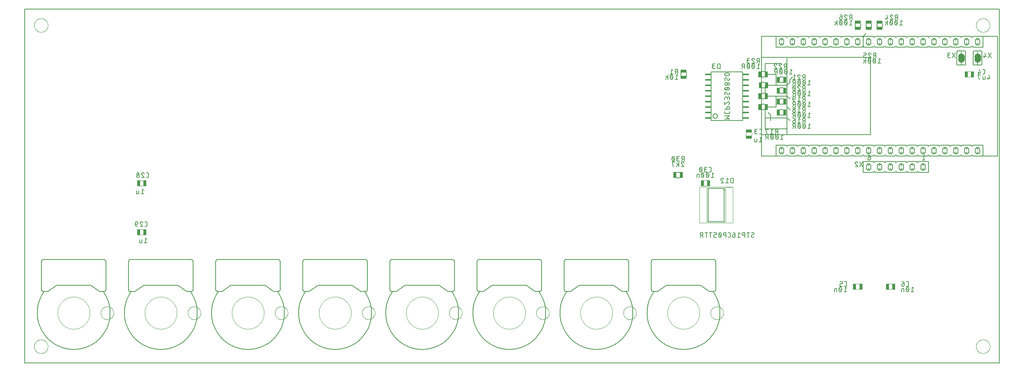
<source format=gbo>
G75*
%MOIN*%
%OFA0B0*%
%FSLAX25Y25*%
%IPPOS*%
%LPD*%
%AMOC8*
5,1,8,0,0,1.08239X$1,22.5*
%
%ADD10C,0.00600*%
%ADD11C,0.00000*%
%ADD12C,0.00400*%
%ADD13R,0.05709X0.02953*%
%ADD14R,0.02953X0.05709*%
%ADD15R,0.05300X0.01600*%
%ADD16C,0.00197*%
%ADD17C,0.00394*%
%ADD18C,0.00787*%
%ADD19C,0.00500*%
%ADD20R,0.02559X0.05512*%
%ADD21R,0.05512X0.02559*%
%ADD22R,0.01000X0.02000*%
%ADD23C,0.05000*%
D10*
X0000000Y0000000D02*
X0000000Y0325000D01*
X0895000Y0325000D01*
X0895000Y0000000D01*
X0000000Y0000000D01*
X0105650Y0110300D02*
X0105650Y0113233D01*
X0107606Y0113233D02*
X0107606Y0111033D01*
X0107605Y0111033D02*
X0107603Y0110981D01*
X0107598Y0110929D01*
X0107588Y0110877D01*
X0107575Y0110826D01*
X0107559Y0110777D01*
X0107539Y0110729D01*
X0107515Y0110682D01*
X0107489Y0110637D01*
X0107459Y0110594D01*
X0107426Y0110553D01*
X0107390Y0110515D01*
X0107352Y0110479D01*
X0107311Y0110446D01*
X0107268Y0110416D01*
X0107223Y0110390D01*
X0107177Y0110366D01*
X0107128Y0110346D01*
X0107079Y0110330D01*
X0107028Y0110317D01*
X0106976Y0110307D01*
X0106924Y0110302D01*
X0106872Y0110300D01*
X0105650Y0110300D01*
X0109756Y0110300D02*
X0112200Y0110300D01*
X0110978Y0110300D02*
X0110978Y0114700D01*
X0112200Y0113722D01*
X0111222Y0125300D02*
X0110244Y0125300D01*
X0111222Y0125300D02*
X0111283Y0125302D01*
X0111345Y0125308D01*
X0111405Y0125317D01*
X0111465Y0125331D01*
X0111524Y0125348D01*
X0111582Y0125369D01*
X0111638Y0125393D01*
X0111693Y0125421D01*
X0111746Y0125452D01*
X0111797Y0125487D01*
X0111845Y0125524D01*
X0111891Y0125565D01*
X0111935Y0125609D01*
X0111976Y0125655D01*
X0112013Y0125703D01*
X0112048Y0125754D01*
X0112079Y0125807D01*
X0112107Y0125862D01*
X0112131Y0125918D01*
X0112152Y0125976D01*
X0112169Y0126035D01*
X0112183Y0126095D01*
X0112192Y0126155D01*
X0112198Y0126217D01*
X0112200Y0126278D01*
X0112200Y0128722D01*
X0112198Y0128783D01*
X0112192Y0128845D01*
X0112183Y0128905D01*
X0112169Y0128965D01*
X0112152Y0129024D01*
X0112131Y0129082D01*
X0112107Y0129138D01*
X0112079Y0129193D01*
X0112048Y0129246D01*
X0112013Y0129297D01*
X0111976Y0129345D01*
X0111935Y0129391D01*
X0111891Y0129435D01*
X0111845Y0129476D01*
X0111797Y0129513D01*
X0111746Y0129548D01*
X0111693Y0129579D01*
X0111638Y0129607D01*
X0111582Y0129631D01*
X0111524Y0129652D01*
X0111465Y0129669D01*
X0111405Y0129683D01*
X0111345Y0129692D01*
X0111283Y0129698D01*
X0111222Y0129700D01*
X0110244Y0129700D01*
X0106357Y0127745D02*
X0106308Y0127793D01*
X0106263Y0127845D01*
X0106221Y0127898D01*
X0106182Y0127954D01*
X0106146Y0128013D01*
X0106114Y0128073D01*
X0106085Y0128135D01*
X0106060Y0128198D01*
X0106039Y0128263D01*
X0106021Y0128329D01*
X0106008Y0128396D01*
X0105998Y0128464D01*
X0105992Y0128532D01*
X0105990Y0128600D01*
X0106356Y0127744D02*
X0108434Y0125300D01*
X0105989Y0125300D01*
X0108433Y0128722D02*
X0108409Y0128792D01*
X0108380Y0128861D01*
X0108349Y0128927D01*
X0108313Y0128993D01*
X0108275Y0129056D01*
X0108233Y0129117D01*
X0108188Y0129175D01*
X0108140Y0129232D01*
X0108089Y0129286D01*
X0108035Y0129337D01*
X0107979Y0129385D01*
X0107920Y0129430D01*
X0107859Y0129472D01*
X0107796Y0129510D01*
X0107731Y0129546D01*
X0107664Y0129578D01*
X0107596Y0129606D01*
X0107526Y0129631D01*
X0107455Y0129652D01*
X0107383Y0129669D01*
X0107310Y0129683D01*
X0107237Y0129692D01*
X0107163Y0129698D01*
X0107089Y0129700D01*
X0107025Y0129698D01*
X0106961Y0129693D01*
X0106898Y0129683D01*
X0106835Y0129670D01*
X0106774Y0129654D01*
X0106713Y0129634D01*
X0106653Y0129610D01*
X0106595Y0129583D01*
X0106539Y0129553D01*
X0106485Y0129519D01*
X0106432Y0129482D01*
X0106382Y0129443D01*
X0106334Y0129400D01*
X0106289Y0129355D01*
X0106246Y0129307D01*
X0106207Y0129257D01*
X0106170Y0129204D01*
X0106136Y0129150D01*
X0106106Y0129094D01*
X0106079Y0129036D01*
X0106055Y0128976D01*
X0106035Y0128915D01*
X0106019Y0128854D01*
X0106006Y0128791D01*
X0105996Y0128728D01*
X0105991Y0128664D01*
X0105989Y0128600D01*
X0103934Y0128478D02*
X0103934Y0128233D01*
X0103932Y0128172D01*
X0103926Y0128110D01*
X0103917Y0128050D01*
X0103903Y0127990D01*
X0103886Y0127931D01*
X0103865Y0127873D01*
X0103841Y0127817D01*
X0103813Y0127762D01*
X0103782Y0127709D01*
X0103747Y0127658D01*
X0103710Y0127610D01*
X0103669Y0127564D01*
X0103625Y0127520D01*
X0103579Y0127479D01*
X0103531Y0127442D01*
X0103480Y0127407D01*
X0103427Y0127376D01*
X0103372Y0127348D01*
X0103316Y0127324D01*
X0103258Y0127303D01*
X0103199Y0127286D01*
X0103139Y0127272D01*
X0103079Y0127263D01*
X0103017Y0127257D01*
X0102956Y0127255D01*
X0102956Y0127256D02*
X0101489Y0127256D01*
X0101489Y0128478D01*
X0101491Y0128547D01*
X0101497Y0128615D01*
X0101506Y0128683D01*
X0101520Y0128750D01*
X0101537Y0128816D01*
X0101558Y0128882D01*
X0101582Y0128946D01*
X0101610Y0129008D01*
X0101641Y0129069D01*
X0101676Y0129128D01*
X0101714Y0129185D01*
X0101756Y0129240D01*
X0101800Y0129292D01*
X0101847Y0129342D01*
X0101897Y0129389D01*
X0101949Y0129433D01*
X0102004Y0129475D01*
X0102061Y0129513D01*
X0102120Y0129548D01*
X0102181Y0129579D01*
X0102243Y0129607D01*
X0102307Y0129631D01*
X0102373Y0129652D01*
X0102439Y0129669D01*
X0102506Y0129683D01*
X0102574Y0129692D01*
X0102642Y0129698D01*
X0102711Y0129700D01*
X0102780Y0129698D01*
X0102848Y0129692D01*
X0102916Y0129683D01*
X0102983Y0129669D01*
X0103049Y0129652D01*
X0103115Y0129631D01*
X0103179Y0129607D01*
X0103241Y0129579D01*
X0103302Y0129548D01*
X0103361Y0129513D01*
X0103418Y0129475D01*
X0103473Y0129433D01*
X0103525Y0129389D01*
X0103575Y0129342D01*
X0103622Y0129292D01*
X0103666Y0129240D01*
X0103708Y0129185D01*
X0103746Y0129128D01*
X0103781Y0129069D01*
X0103812Y0129008D01*
X0103840Y0128946D01*
X0103864Y0128882D01*
X0103885Y0128816D01*
X0103902Y0128750D01*
X0103916Y0128683D01*
X0103925Y0128615D01*
X0103931Y0128547D01*
X0103933Y0128478D01*
X0101489Y0127256D02*
X0101491Y0127168D01*
X0101497Y0127081D01*
X0101507Y0126993D01*
X0101520Y0126907D01*
X0101538Y0126821D01*
X0101559Y0126736D01*
X0101585Y0126652D01*
X0101614Y0126569D01*
X0101646Y0126487D01*
X0101683Y0126407D01*
X0101723Y0126329D01*
X0101766Y0126253D01*
X0101813Y0126178D01*
X0101863Y0126106D01*
X0101916Y0126036D01*
X0101972Y0125969D01*
X0102031Y0125904D01*
X0102093Y0125842D01*
X0102158Y0125783D01*
X0102225Y0125727D01*
X0102295Y0125674D01*
X0102367Y0125624D01*
X0102442Y0125577D01*
X0102518Y0125534D01*
X0102596Y0125494D01*
X0102676Y0125457D01*
X0102758Y0125425D01*
X0102841Y0125396D01*
X0102925Y0125370D01*
X0103010Y0125349D01*
X0103096Y0125331D01*
X0103182Y0125318D01*
X0103270Y0125308D01*
X0103357Y0125302D01*
X0103445Y0125300D01*
X0104022Y0155300D02*
X0102800Y0155300D01*
X0102800Y0158233D01*
X0104756Y0158233D02*
X0104756Y0156033D01*
X0104755Y0156033D02*
X0104753Y0155981D01*
X0104748Y0155929D01*
X0104738Y0155877D01*
X0104725Y0155826D01*
X0104709Y0155777D01*
X0104689Y0155729D01*
X0104665Y0155682D01*
X0104639Y0155637D01*
X0104609Y0155594D01*
X0104576Y0155553D01*
X0104540Y0155515D01*
X0104502Y0155479D01*
X0104461Y0155446D01*
X0104418Y0155416D01*
X0104373Y0155390D01*
X0104327Y0155366D01*
X0104278Y0155346D01*
X0104229Y0155330D01*
X0104178Y0155317D01*
X0104126Y0155307D01*
X0104074Y0155302D01*
X0104022Y0155300D01*
X0106906Y0155300D02*
X0109350Y0155300D01*
X0108128Y0155300D02*
X0108128Y0159700D01*
X0109350Y0158722D01*
X0109744Y0170300D02*
X0107300Y0170300D01*
X0109744Y0170300D02*
X0107667Y0172744D01*
X0108400Y0174700D02*
X0108474Y0174698D01*
X0108548Y0174692D01*
X0108621Y0174683D01*
X0108694Y0174669D01*
X0108766Y0174652D01*
X0108837Y0174631D01*
X0108907Y0174606D01*
X0108975Y0174578D01*
X0109042Y0174546D01*
X0109107Y0174510D01*
X0109170Y0174472D01*
X0109231Y0174430D01*
X0109290Y0174385D01*
X0109346Y0174337D01*
X0109400Y0174286D01*
X0109451Y0174232D01*
X0109499Y0174175D01*
X0109544Y0174117D01*
X0109586Y0174056D01*
X0109624Y0173993D01*
X0109660Y0173927D01*
X0109691Y0173861D01*
X0109720Y0173792D01*
X0109744Y0173722D01*
X0107667Y0172745D02*
X0107618Y0172793D01*
X0107573Y0172845D01*
X0107531Y0172898D01*
X0107492Y0172954D01*
X0107456Y0173013D01*
X0107424Y0173073D01*
X0107395Y0173135D01*
X0107370Y0173198D01*
X0107349Y0173263D01*
X0107331Y0173329D01*
X0107318Y0173396D01*
X0107308Y0173464D01*
X0107302Y0173532D01*
X0107300Y0173600D01*
X0107302Y0173664D01*
X0107307Y0173728D01*
X0107317Y0173791D01*
X0107330Y0173854D01*
X0107346Y0173915D01*
X0107366Y0173976D01*
X0107390Y0174036D01*
X0107417Y0174094D01*
X0107447Y0174150D01*
X0107481Y0174204D01*
X0107518Y0174257D01*
X0107557Y0174307D01*
X0107600Y0174355D01*
X0107645Y0174400D01*
X0107693Y0174443D01*
X0107743Y0174482D01*
X0107796Y0174519D01*
X0107850Y0174553D01*
X0107906Y0174583D01*
X0107964Y0174610D01*
X0108024Y0174634D01*
X0108085Y0174654D01*
X0108146Y0174670D01*
X0108209Y0174683D01*
X0108272Y0174693D01*
X0108336Y0174698D01*
X0108400Y0174700D01*
X0111555Y0174700D02*
X0112533Y0174700D01*
X0112594Y0174698D01*
X0112656Y0174692D01*
X0112716Y0174683D01*
X0112776Y0174669D01*
X0112835Y0174652D01*
X0112893Y0174631D01*
X0112949Y0174607D01*
X0113004Y0174579D01*
X0113057Y0174548D01*
X0113108Y0174513D01*
X0113156Y0174476D01*
X0113202Y0174435D01*
X0113246Y0174391D01*
X0113287Y0174345D01*
X0113324Y0174297D01*
X0113359Y0174246D01*
X0113390Y0174193D01*
X0113418Y0174138D01*
X0113442Y0174082D01*
X0113463Y0174024D01*
X0113480Y0173965D01*
X0113494Y0173905D01*
X0113503Y0173845D01*
X0113509Y0173783D01*
X0113511Y0173722D01*
X0113511Y0171278D01*
X0113509Y0171217D01*
X0113503Y0171155D01*
X0113494Y0171095D01*
X0113480Y0171035D01*
X0113463Y0170976D01*
X0113442Y0170918D01*
X0113418Y0170862D01*
X0113390Y0170807D01*
X0113359Y0170754D01*
X0113324Y0170703D01*
X0113287Y0170655D01*
X0113246Y0170609D01*
X0113202Y0170565D01*
X0113156Y0170524D01*
X0113108Y0170487D01*
X0113057Y0170452D01*
X0113004Y0170421D01*
X0112949Y0170393D01*
X0112893Y0170369D01*
X0112835Y0170348D01*
X0112776Y0170331D01*
X0112716Y0170317D01*
X0112656Y0170308D01*
X0112594Y0170302D01*
X0112533Y0170300D01*
X0111555Y0170300D01*
X0105244Y0171522D02*
X0105242Y0171453D01*
X0105236Y0171385D01*
X0105227Y0171317D01*
X0105213Y0171250D01*
X0105196Y0171184D01*
X0105175Y0171118D01*
X0105151Y0171054D01*
X0105123Y0170992D01*
X0105092Y0170931D01*
X0105057Y0170872D01*
X0105019Y0170815D01*
X0104977Y0170760D01*
X0104933Y0170708D01*
X0104886Y0170658D01*
X0104836Y0170611D01*
X0104784Y0170567D01*
X0104729Y0170525D01*
X0104672Y0170487D01*
X0104613Y0170452D01*
X0104552Y0170421D01*
X0104490Y0170393D01*
X0104426Y0170369D01*
X0104360Y0170348D01*
X0104294Y0170331D01*
X0104227Y0170317D01*
X0104159Y0170308D01*
X0104091Y0170302D01*
X0104022Y0170300D01*
X0103953Y0170302D01*
X0103885Y0170308D01*
X0103817Y0170317D01*
X0103750Y0170331D01*
X0103684Y0170348D01*
X0103618Y0170369D01*
X0103554Y0170393D01*
X0103492Y0170421D01*
X0103431Y0170452D01*
X0103372Y0170487D01*
X0103315Y0170525D01*
X0103260Y0170567D01*
X0103208Y0170611D01*
X0103158Y0170658D01*
X0103111Y0170708D01*
X0103067Y0170760D01*
X0103025Y0170815D01*
X0102987Y0170872D01*
X0102952Y0170931D01*
X0102921Y0170992D01*
X0102893Y0171054D01*
X0102869Y0171118D01*
X0102848Y0171184D01*
X0102831Y0171250D01*
X0102817Y0171317D01*
X0102808Y0171385D01*
X0102802Y0171453D01*
X0102800Y0171522D01*
X0102802Y0171591D01*
X0102808Y0171659D01*
X0102817Y0171727D01*
X0102831Y0171794D01*
X0102848Y0171860D01*
X0102869Y0171926D01*
X0102893Y0171990D01*
X0102921Y0172052D01*
X0102952Y0172113D01*
X0102987Y0172172D01*
X0103025Y0172229D01*
X0103067Y0172284D01*
X0103111Y0172336D01*
X0103158Y0172386D01*
X0103208Y0172433D01*
X0103260Y0172477D01*
X0103315Y0172519D01*
X0103372Y0172557D01*
X0103431Y0172592D01*
X0103492Y0172623D01*
X0103554Y0172651D01*
X0103618Y0172675D01*
X0103684Y0172696D01*
X0103750Y0172713D01*
X0103817Y0172727D01*
X0103885Y0172736D01*
X0103953Y0172742D01*
X0104022Y0172744D01*
X0104091Y0172742D01*
X0104159Y0172736D01*
X0104227Y0172727D01*
X0104294Y0172713D01*
X0104360Y0172696D01*
X0104426Y0172675D01*
X0104490Y0172651D01*
X0104552Y0172623D01*
X0104613Y0172592D01*
X0104672Y0172557D01*
X0104729Y0172519D01*
X0104784Y0172477D01*
X0104836Y0172433D01*
X0104886Y0172386D01*
X0104933Y0172336D01*
X0104977Y0172284D01*
X0105019Y0172229D01*
X0105057Y0172172D01*
X0105092Y0172113D01*
X0105123Y0172052D01*
X0105151Y0171990D01*
X0105175Y0171926D01*
X0105196Y0171860D01*
X0105213Y0171794D01*
X0105227Y0171727D01*
X0105236Y0171659D01*
X0105242Y0171591D01*
X0105244Y0171522D01*
X0105000Y0173722D02*
X0104998Y0173661D01*
X0104992Y0173599D01*
X0104983Y0173539D01*
X0104969Y0173479D01*
X0104952Y0173420D01*
X0104931Y0173362D01*
X0104907Y0173306D01*
X0104879Y0173251D01*
X0104848Y0173198D01*
X0104813Y0173147D01*
X0104776Y0173099D01*
X0104735Y0173053D01*
X0104691Y0173009D01*
X0104645Y0172968D01*
X0104597Y0172931D01*
X0104546Y0172896D01*
X0104493Y0172865D01*
X0104438Y0172837D01*
X0104382Y0172813D01*
X0104324Y0172792D01*
X0104265Y0172775D01*
X0104205Y0172761D01*
X0104145Y0172752D01*
X0104083Y0172746D01*
X0104022Y0172744D01*
X0103961Y0172746D01*
X0103899Y0172752D01*
X0103839Y0172761D01*
X0103779Y0172775D01*
X0103720Y0172792D01*
X0103662Y0172813D01*
X0103606Y0172837D01*
X0103551Y0172865D01*
X0103498Y0172896D01*
X0103447Y0172931D01*
X0103399Y0172968D01*
X0103353Y0173009D01*
X0103309Y0173053D01*
X0103268Y0173099D01*
X0103231Y0173147D01*
X0103196Y0173198D01*
X0103165Y0173251D01*
X0103137Y0173306D01*
X0103113Y0173362D01*
X0103092Y0173420D01*
X0103075Y0173479D01*
X0103061Y0173539D01*
X0103052Y0173599D01*
X0103046Y0173661D01*
X0103044Y0173722D01*
X0103046Y0173783D01*
X0103052Y0173845D01*
X0103061Y0173905D01*
X0103075Y0173965D01*
X0103092Y0174024D01*
X0103113Y0174082D01*
X0103137Y0174138D01*
X0103165Y0174193D01*
X0103196Y0174246D01*
X0103231Y0174297D01*
X0103268Y0174345D01*
X0103309Y0174391D01*
X0103353Y0174435D01*
X0103399Y0174476D01*
X0103447Y0174513D01*
X0103498Y0174548D01*
X0103551Y0174579D01*
X0103606Y0174607D01*
X0103662Y0174631D01*
X0103720Y0174652D01*
X0103779Y0174669D01*
X0103839Y0174683D01*
X0103899Y0174692D01*
X0103961Y0174698D01*
X0104022Y0174700D01*
X0104083Y0174698D01*
X0104145Y0174692D01*
X0104205Y0174683D01*
X0104265Y0174669D01*
X0104324Y0174652D01*
X0104382Y0174631D01*
X0104438Y0174607D01*
X0104493Y0174579D01*
X0104546Y0174548D01*
X0104597Y0174513D01*
X0104645Y0174476D01*
X0104691Y0174435D01*
X0104735Y0174391D01*
X0104776Y0174345D01*
X0104813Y0174297D01*
X0104848Y0174246D01*
X0104879Y0174193D01*
X0104907Y0174138D01*
X0104931Y0174082D01*
X0104952Y0174024D01*
X0104969Y0173965D01*
X0104983Y0173905D01*
X0104992Y0173845D01*
X0104998Y0173783D01*
X0105000Y0173722D01*
X0596373Y0185911D02*
X0596423Y0186018D01*
X0596469Y0186126D01*
X0596512Y0186235D01*
X0596551Y0186346D01*
X0596587Y0186458D01*
X0596619Y0186571D01*
X0596647Y0186685D01*
X0596672Y0186800D01*
X0596693Y0186915D01*
X0596710Y0187031D01*
X0596723Y0187148D01*
X0596732Y0187265D01*
X0596738Y0187383D01*
X0596740Y0187500D01*
X0594296Y0187500D02*
X0594298Y0187617D01*
X0594304Y0187735D01*
X0594313Y0187852D01*
X0594326Y0187969D01*
X0594343Y0188085D01*
X0594364Y0188200D01*
X0594389Y0188315D01*
X0594417Y0188429D01*
X0594449Y0188542D01*
X0594485Y0188654D01*
X0594524Y0188765D01*
X0594567Y0188875D01*
X0594613Y0188983D01*
X0594663Y0189089D01*
X0594540Y0188722D02*
X0596496Y0186278D01*
X0595518Y0185300D02*
X0595459Y0185302D01*
X0595400Y0185308D01*
X0595342Y0185317D01*
X0595285Y0185331D01*
X0595228Y0185348D01*
X0595173Y0185368D01*
X0595119Y0185393D01*
X0595067Y0185421D01*
X0595017Y0185452D01*
X0594969Y0185486D01*
X0594923Y0185523D01*
X0594880Y0185564D01*
X0594840Y0185607D01*
X0594802Y0185652D01*
X0594768Y0185700D01*
X0594736Y0185750D01*
X0594708Y0185802D01*
X0594684Y0185856D01*
X0594663Y0185911D01*
X0595518Y0185300D02*
X0595577Y0185302D01*
X0595636Y0185308D01*
X0595694Y0185317D01*
X0595751Y0185331D01*
X0595808Y0185348D01*
X0595863Y0185368D01*
X0595917Y0185393D01*
X0595969Y0185421D01*
X0596019Y0185452D01*
X0596067Y0185486D01*
X0596113Y0185523D01*
X0596156Y0185564D01*
X0596196Y0185607D01*
X0596234Y0185652D01*
X0596268Y0185700D01*
X0596300Y0185750D01*
X0596328Y0185802D01*
X0596352Y0185856D01*
X0596373Y0185911D01*
X0597022Y0184700D02*
X0594578Y0184700D01*
X0595800Y0180300D01*
X0598806Y0180300D02*
X0599906Y0182378D01*
X0600761Y0181767D02*
X0598806Y0183233D01*
X0597022Y0184211D02*
X0597022Y0184700D01*
X0594663Y0185911D02*
X0594613Y0186017D01*
X0594567Y0186125D01*
X0594524Y0186235D01*
X0594485Y0186346D01*
X0594449Y0186458D01*
X0594417Y0186571D01*
X0594389Y0186685D01*
X0594364Y0186800D01*
X0594343Y0186915D01*
X0594326Y0187031D01*
X0594313Y0187148D01*
X0594304Y0187265D01*
X0594298Y0187383D01*
X0594296Y0187500D01*
X0596740Y0187500D02*
X0596738Y0187617D01*
X0596732Y0187735D01*
X0596723Y0187852D01*
X0596710Y0187969D01*
X0596693Y0188085D01*
X0596672Y0188200D01*
X0596647Y0188315D01*
X0596619Y0188429D01*
X0596587Y0188542D01*
X0596551Y0188654D01*
X0596512Y0188765D01*
X0596469Y0188875D01*
X0596423Y0188982D01*
X0596373Y0189089D01*
X0595518Y0189700D02*
X0595459Y0189698D01*
X0595400Y0189692D01*
X0595342Y0189683D01*
X0595285Y0189669D01*
X0595228Y0189652D01*
X0595173Y0189632D01*
X0595119Y0189607D01*
X0595067Y0189579D01*
X0595017Y0189548D01*
X0594969Y0189514D01*
X0594923Y0189477D01*
X0594880Y0189436D01*
X0594840Y0189393D01*
X0594802Y0189348D01*
X0594768Y0189300D01*
X0594736Y0189250D01*
X0594708Y0189198D01*
X0594684Y0189144D01*
X0594663Y0189089D01*
X0595518Y0189700D02*
X0595577Y0189698D01*
X0595636Y0189692D01*
X0595694Y0189683D01*
X0595751Y0189669D01*
X0595808Y0189652D01*
X0595863Y0189632D01*
X0595917Y0189607D01*
X0595969Y0189579D01*
X0596019Y0189548D01*
X0596067Y0189514D01*
X0596113Y0189477D01*
X0596156Y0189436D01*
X0596196Y0189393D01*
X0596234Y0189348D01*
X0596268Y0189300D01*
X0596300Y0189250D01*
X0596328Y0189198D01*
X0596352Y0189144D01*
X0596373Y0189089D01*
X0599774Y0189700D02*
X0599713Y0189698D01*
X0599651Y0189692D01*
X0599591Y0189683D01*
X0599531Y0189669D01*
X0599472Y0189652D01*
X0599414Y0189631D01*
X0599358Y0189607D01*
X0599303Y0189579D01*
X0599250Y0189548D01*
X0599199Y0189513D01*
X0599151Y0189476D01*
X0599105Y0189435D01*
X0599061Y0189391D01*
X0599020Y0189345D01*
X0598983Y0189297D01*
X0598948Y0189246D01*
X0598917Y0189193D01*
X0598889Y0189138D01*
X0598865Y0189082D01*
X0598844Y0189024D01*
X0598827Y0188965D01*
X0598813Y0188905D01*
X0598804Y0188845D01*
X0598798Y0188783D01*
X0598796Y0188722D01*
X0598798Y0188661D01*
X0598804Y0188599D01*
X0598813Y0188539D01*
X0598827Y0188479D01*
X0598844Y0188420D01*
X0598865Y0188362D01*
X0598889Y0188306D01*
X0598917Y0188251D01*
X0598948Y0188198D01*
X0598983Y0188147D01*
X0599020Y0188099D01*
X0599061Y0188053D01*
X0599105Y0188009D01*
X0599151Y0187968D01*
X0599199Y0187931D01*
X0599250Y0187896D01*
X0599303Y0187865D01*
X0599358Y0187837D01*
X0599414Y0187813D01*
X0599472Y0187792D01*
X0599531Y0187775D01*
X0599591Y0187761D01*
X0599651Y0187752D01*
X0599713Y0187746D01*
X0599774Y0187744D01*
X0600751Y0187744D01*
X0600018Y0187744D02*
X0599949Y0187742D01*
X0599881Y0187736D01*
X0599813Y0187727D01*
X0599746Y0187713D01*
X0599680Y0187696D01*
X0599614Y0187675D01*
X0599550Y0187651D01*
X0599488Y0187623D01*
X0599427Y0187592D01*
X0599368Y0187557D01*
X0599311Y0187519D01*
X0599256Y0187477D01*
X0599204Y0187433D01*
X0599154Y0187386D01*
X0599107Y0187336D01*
X0599063Y0187284D01*
X0599021Y0187229D01*
X0598983Y0187172D01*
X0598948Y0187113D01*
X0598917Y0187052D01*
X0598889Y0186990D01*
X0598865Y0186926D01*
X0598844Y0186860D01*
X0598827Y0186794D01*
X0598813Y0186727D01*
X0598804Y0186659D01*
X0598798Y0186591D01*
X0598796Y0186522D01*
X0598798Y0186453D01*
X0598804Y0186385D01*
X0598813Y0186317D01*
X0598827Y0186250D01*
X0598844Y0186184D01*
X0598865Y0186118D01*
X0598889Y0186054D01*
X0598917Y0185992D01*
X0598948Y0185931D01*
X0598983Y0185872D01*
X0599021Y0185815D01*
X0599063Y0185760D01*
X0599107Y0185708D01*
X0599154Y0185658D01*
X0599204Y0185611D01*
X0599256Y0185567D01*
X0599311Y0185525D01*
X0599368Y0185487D01*
X0599427Y0185452D01*
X0599488Y0185421D01*
X0599550Y0185393D01*
X0599614Y0185369D01*
X0599680Y0185348D01*
X0599746Y0185331D01*
X0599813Y0185317D01*
X0599881Y0185308D01*
X0599949Y0185302D01*
X0600018Y0185300D01*
X0601240Y0185300D01*
X0600761Y0184700D02*
X0600761Y0180300D01*
X0602978Y0180300D02*
X0605422Y0180300D01*
X0603344Y0182744D01*
X0604078Y0184700D02*
X0604152Y0184698D01*
X0604226Y0184692D01*
X0604299Y0184683D01*
X0604372Y0184669D01*
X0604444Y0184652D01*
X0604515Y0184631D01*
X0604585Y0184606D01*
X0604653Y0184578D01*
X0604720Y0184546D01*
X0604785Y0184510D01*
X0604848Y0184472D01*
X0604909Y0184430D01*
X0604968Y0184385D01*
X0605024Y0184337D01*
X0605078Y0184286D01*
X0605129Y0184232D01*
X0605177Y0184175D01*
X0605222Y0184117D01*
X0605264Y0184056D01*
X0605302Y0183993D01*
X0605338Y0183927D01*
X0605369Y0183861D01*
X0605398Y0183792D01*
X0605422Y0183722D01*
X0603345Y0182745D02*
X0603296Y0182793D01*
X0603251Y0182845D01*
X0603209Y0182898D01*
X0603170Y0182954D01*
X0603134Y0183013D01*
X0603102Y0183073D01*
X0603073Y0183135D01*
X0603048Y0183198D01*
X0603027Y0183263D01*
X0603009Y0183329D01*
X0602996Y0183396D01*
X0602986Y0183464D01*
X0602980Y0183532D01*
X0602978Y0183600D01*
X0602980Y0183664D01*
X0602985Y0183728D01*
X0602995Y0183791D01*
X0603008Y0183854D01*
X0603024Y0183915D01*
X0603044Y0183976D01*
X0603068Y0184036D01*
X0603095Y0184094D01*
X0603125Y0184150D01*
X0603159Y0184204D01*
X0603196Y0184257D01*
X0603235Y0184307D01*
X0603278Y0184355D01*
X0603323Y0184400D01*
X0603371Y0184443D01*
X0603421Y0184482D01*
X0603474Y0184519D01*
X0603528Y0184553D01*
X0603584Y0184583D01*
X0603642Y0184610D01*
X0603702Y0184634D01*
X0603763Y0184654D01*
X0603824Y0184670D01*
X0603887Y0184683D01*
X0603950Y0184693D01*
X0604014Y0184698D01*
X0604078Y0184700D01*
X0603260Y0185300D02*
X0604237Y0187256D01*
X0604482Y0187256D02*
X0605704Y0187256D01*
X0604482Y0187256D02*
X0604413Y0187258D01*
X0604345Y0187264D01*
X0604277Y0187273D01*
X0604210Y0187287D01*
X0604144Y0187304D01*
X0604078Y0187325D01*
X0604014Y0187349D01*
X0603952Y0187377D01*
X0603891Y0187408D01*
X0603832Y0187443D01*
X0603775Y0187481D01*
X0603720Y0187523D01*
X0603668Y0187567D01*
X0603618Y0187614D01*
X0603571Y0187664D01*
X0603527Y0187716D01*
X0603485Y0187771D01*
X0603447Y0187828D01*
X0603412Y0187887D01*
X0603381Y0187948D01*
X0603353Y0188010D01*
X0603329Y0188074D01*
X0603308Y0188140D01*
X0603291Y0188206D01*
X0603277Y0188273D01*
X0603268Y0188341D01*
X0603262Y0188409D01*
X0603260Y0188478D01*
X0603262Y0188547D01*
X0603268Y0188615D01*
X0603277Y0188683D01*
X0603291Y0188750D01*
X0603308Y0188816D01*
X0603329Y0188882D01*
X0603353Y0188946D01*
X0603381Y0189008D01*
X0603412Y0189069D01*
X0603447Y0189128D01*
X0603485Y0189185D01*
X0603527Y0189240D01*
X0603571Y0189292D01*
X0603618Y0189342D01*
X0603668Y0189389D01*
X0603720Y0189433D01*
X0603775Y0189475D01*
X0603832Y0189513D01*
X0603891Y0189548D01*
X0603952Y0189579D01*
X0604014Y0189607D01*
X0604078Y0189631D01*
X0604144Y0189652D01*
X0604210Y0189669D01*
X0604277Y0189683D01*
X0604345Y0189692D01*
X0604413Y0189698D01*
X0604482Y0189700D01*
X0605704Y0189700D01*
X0605704Y0185300D01*
X0601240Y0189700D02*
X0599774Y0189700D01*
X0622089Y0177500D02*
X0622087Y0177383D01*
X0622081Y0177265D01*
X0622072Y0177148D01*
X0622059Y0177031D01*
X0622042Y0176915D01*
X0622021Y0176800D01*
X0621996Y0176685D01*
X0621968Y0176571D01*
X0621936Y0176458D01*
X0621900Y0176346D01*
X0621861Y0176235D01*
X0621818Y0176126D01*
X0621772Y0176018D01*
X0621722Y0175911D01*
X0621845Y0176278D02*
X0619889Y0178722D01*
X0620012Y0179089D02*
X0620033Y0179144D01*
X0620057Y0179198D01*
X0620085Y0179250D01*
X0620117Y0179300D01*
X0620151Y0179348D01*
X0620189Y0179393D01*
X0620229Y0179436D01*
X0620272Y0179477D01*
X0620318Y0179514D01*
X0620366Y0179548D01*
X0620416Y0179579D01*
X0620468Y0179607D01*
X0620522Y0179632D01*
X0620577Y0179652D01*
X0620634Y0179669D01*
X0620691Y0179683D01*
X0620749Y0179692D01*
X0620808Y0179698D01*
X0620867Y0179700D01*
X0620926Y0179698D01*
X0620985Y0179692D01*
X0621043Y0179683D01*
X0621100Y0179669D01*
X0621157Y0179652D01*
X0621212Y0179632D01*
X0621266Y0179607D01*
X0621318Y0179579D01*
X0621368Y0179548D01*
X0621416Y0179514D01*
X0621462Y0179477D01*
X0621505Y0179436D01*
X0621545Y0179393D01*
X0621583Y0179348D01*
X0621617Y0179300D01*
X0621649Y0179250D01*
X0621677Y0179198D01*
X0621701Y0179144D01*
X0621722Y0179089D01*
X0620011Y0179089D02*
X0619961Y0178983D01*
X0619915Y0178875D01*
X0619872Y0178765D01*
X0619833Y0178654D01*
X0619797Y0178542D01*
X0619765Y0178429D01*
X0619737Y0178315D01*
X0619712Y0178200D01*
X0619691Y0178085D01*
X0619674Y0177969D01*
X0619661Y0177852D01*
X0619652Y0177735D01*
X0619646Y0177617D01*
X0619644Y0177500D01*
X0622089Y0177500D02*
X0622087Y0177617D01*
X0622081Y0177735D01*
X0622072Y0177852D01*
X0622059Y0177969D01*
X0622042Y0178085D01*
X0622021Y0178200D01*
X0621996Y0178315D01*
X0621968Y0178429D01*
X0621936Y0178542D01*
X0621900Y0178654D01*
X0621861Y0178765D01*
X0621818Y0178875D01*
X0621772Y0178982D01*
X0621722Y0179089D01*
X0619645Y0177500D02*
X0619647Y0177383D01*
X0619653Y0177265D01*
X0619662Y0177148D01*
X0619675Y0177031D01*
X0619692Y0176915D01*
X0619713Y0176800D01*
X0619738Y0176685D01*
X0619766Y0176571D01*
X0619798Y0176458D01*
X0619834Y0176346D01*
X0619873Y0176235D01*
X0619916Y0176125D01*
X0619962Y0176017D01*
X0620012Y0175911D01*
X0620033Y0175856D01*
X0620057Y0175802D01*
X0620085Y0175750D01*
X0620117Y0175700D01*
X0620151Y0175652D01*
X0620189Y0175607D01*
X0620229Y0175564D01*
X0620272Y0175523D01*
X0620318Y0175486D01*
X0620366Y0175452D01*
X0620416Y0175421D01*
X0620468Y0175393D01*
X0620522Y0175368D01*
X0620577Y0175348D01*
X0620634Y0175331D01*
X0620691Y0175317D01*
X0620749Y0175308D01*
X0620808Y0175302D01*
X0620867Y0175300D01*
X0620926Y0175302D01*
X0620985Y0175308D01*
X0621043Y0175317D01*
X0621100Y0175331D01*
X0621157Y0175348D01*
X0621212Y0175368D01*
X0621266Y0175393D01*
X0621318Y0175421D01*
X0621368Y0175452D01*
X0621416Y0175486D01*
X0621462Y0175523D01*
X0621505Y0175564D01*
X0621545Y0175607D01*
X0621583Y0175652D01*
X0621617Y0175700D01*
X0621649Y0175750D01*
X0621677Y0175802D01*
X0621701Y0175856D01*
X0621722Y0175911D01*
X0621575Y0173722D02*
X0623531Y0171278D01*
X0622553Y0170300D02*
X0622494Y0170302D01*
X0622435Y0170308D01*
X0622377Y0170317D01*
X0622320Y0170331D01*
X0622263Y0170348D01*
X0622208Y0170368D01*
X0622154Y0170393D01*
X0622102Y0170421D01*
X0622052Y0170452D01*
X0622004Y0170486D01*
X0621958Y0170523D01*
X0621915Y0170564D01*
X0621875Y0170607D01*
X0621837Y0170652D01*
X0621803Y0170700D01*
X0621771Y0170750D01*
X0621743Y0170802D01*
X0621719Y0170856D01*
X0621698Y0170911D01*
X0622553Y0170300D02*
X0622612Y0170302D01*
X0622671Y0170308D01*
X0622729Y0170317D01*
X0622786Y0170331D01*
X0622843Y0170348D01*
X0622898Y0170368D01*
X0622952Y0170393D01*
X0623004Y0170421D01*
X0623054Y0170452D01*
X0623102Y0170486D01*
X0623148Y0170523D01*
X0623191Y0170564D01*
X0623231Y0170607D01*
X0623269Y0170652D01*
X0623303Y0170700D01*
X0623335Y0170750D01*
X0623363Y0170802D01*
X0623387Y0170856D01*
X0623408Y0170911D01*
X0627908Y0170911D02*
X0627958Y0171018D01*
X0628004Y0171126D01*
X0628047Y0171235D01*
X0628086Y0171346D01*
X0628122Y0171458D01*
X0628154Y0171571D01*
X0628182Y0171685D01*
X0628207Y0171800D01*
X0628228Y0171915D01*
X0628245Y0172031D01*
X0628258Y0172148D01*
X0628267Y0172265D01*
X0628273Y0172383D01*
X0628275Y0172500D01*
X0625830Y0172500D02*
X0625832Y0172617D01*
X0625838Y0172735D01*
X0625847Y0172852D01*
X0625860Y0172969D01*
X0625877Y0173085D01*
X0625898Y0173200D01*
X0625923Y0173315D01*
X0625951Y0173429D01*
X0625983Y0173542D01*
X0626019Y0173654D01*
X0626058Y0173765D01*
X0626101Y0173875D01*
X0626147Y0173983D01*
X0626197Y0174089D01*
X0626075Y0173722D02*
X0628031Y0171278D01*
X0627053Y0170300D02*
X0626994Y0170302D01*
X0626935Y0170308D01*
X0626877Y0170317D01*
X0626820Y0170331D01*
X0626763Y0170348D01*
X0626708Y0170368D01*
X0626654Y0170393D01*
X0626602Y0170421D01*
X0626552Y0170452D01*
X0626504Y0170486D01*
X0626458Y0170523D01*
X0626415Y0170564D01*
X0626375Y0170607D01*
X0626337Y0170652D01*
X0626303Y0170700D01*
X0626271Y0170750D01*
X0626243Y0170802D01*
X0626219Y0170856D01*
X0626198Y0170911D01*
X0627053Y0170300D02*
X0627112Y0170302D01*
X0627171Y0170308D01*
X0627229Y0170317D01*
X0627286Y0170331D01*
X0627343Y0170348D01*
X0627398Y0170368D01*
X0627452Y0170393D01*
X0627504Y0170421D01*
X0627554Y0170452D01*
X0627602Y0170486D01*
X0627648Y0170523D01*
X0627691Y0170564D01*
X0627731Y0170607D01*
X0627769Y0170652D01*
X0627803Y0170700D01*
X0627835Y0170750D01*
X0627863Y0170802D01*
X0627887Y0170856D01*
X0627908Y0170911D01*
X0626197Y0170911D02*
X0626147Y0171017D01*
X0626101Y0171125D01*
X0626058Y0171235D01*
X0626019Y0171346D01*
X0625983Y0171458D01*
X0625951Y0171571D01*
X0625923Y0171685D01*
X0625898Y0171800D01*
X0625877Y0171915D01*
X0625860Y0172031D01*
X0625847Y0172148D01*
X0625838Y0172265D01*
X0625832Y0172383D01*
X0625830Y0172500D01*
X0621697Y0170911D02*
X0621647Y0171017D01*
X0621601Y0171125D01*
X0621558Y0171235D01*
X0621519Y0171346D01*
X0621483Y0171458D01*
X0621451Y0171571D01*
X0621423Y0171685D01*
X0621398Y0171800D01*
X0621377Y0171915D01*
X0621360Y0172031D01*
X0621347Y0172148D01*
X0621338Y0172265D01*
X0621332Y0172383D01*
X0621330Y0172500D01*
X0623775Y0172500D02*
X0623773Y0172617D01*
X0623767Y0172735D01*
X0623758Y0172852D01*
X0623745Y0172969D01*
X0623728Y0173085D01*
X0623707Y0173200D01*
X0623682Y0173315D01*
X0623654Y0173429D01*
X0623622Y0173542D01*
X0623586Y0173654D01*
X0623547Y0173765D01*
X0623504Y0173875D01*
X0623458Y0173982D01*
X0623408Y0174089D01*
X0622553Y0174700D02*
X0622494Y0174698D01*
X0622435Y0174692D01*
X0622377Y0174683D01*
X0622320Y0174669D01*
X0622263Y0174652D01*
X0622208Y0174632D01*
X0622154Y0174607D01*
X0622102Y0174579D01*
X0622052Y0174548D01*
X0622004Y0174514D01*
X0621958Y0174477D01*
X0621915Y0174436D01*
X0621875Y0174393D01*
X0621837Y0174348D01*
X0621803Y0174300D01*
X0621771Y0174250D01*
X0621743Y0174198D01*
X0621719Y0174144D01*
X0621698Y0174089D01*
X0622553Y0174700D02*
X0622612Y0174698D01*
X0622671Y0174692D01*
X0622729Y0174683D01*
X0622786Y0174669D01*
X0622843Y0174652D01*
X0622898Y0174632D01*
X0622952Y0174607D01*
X0623004Y0174579D01*
X0623054Y0174548D01*
X0623102Y0174514D01*
X0623148Y0174477D01*
X0623191Y0174436D01*
X0623231Y0174393D01*
X0623269Y0174348D01*
X0623303Y0174300D01*
X0623335Y0174250D01*
X0623363Y0174198D01*
X0623387Y0174144D01*
X0623408Y0174089D01*
X0627908Y0174089D02*
X0627958Y0173982D01*
X0628004Y0173875D01*
X0628047Y0173765D01*
X0628086Y0173654D01*
X0628122Y0173542D01*
X0628154Y0173429D01*
X0628182Y0173315D01*
X0628207Y0173200D01*
X0628228Y0173085D01*
X0628245Y0172969D01*
X0628258Y0172852D01*
X0628267Y0172735D01*
X0628273Y0172617D01*
X0628275Y0172500D01*
X0627053Y0174700D02*
X0626994Y0174698D01*
X0626935Y0174692D01*
X0626877Y0174683D01*
X0626820Y0174669D01*
X0626763Y0174652D01*
X0626708Y0174632D01*
X0626654Y0174607D01*
X0626602Y0174579D01*
X0626552Y0174548D01*
X0626504Y0174514D01*
X0626458Y0174477D01*
X0626415Y0174436D01*
X0626375Y0174393D01*
X0626337Y0174348D01*
X0626303Y0174300D01*
X0626271Y0174250D01*
X0626243Y0174198D01*
X0626219Y0174144D01*
X0626198Y0174089D01*
X0627053Y0174700D02*
X0627112Y0174698D01*
X0627171Y0174692D01*
X0627229Y0174683D01*
X0627286Y0174669D01*
X0627343Y0174652D01*
X0627398Y0174632D01*
X0627452Y0174607D01*
X0627504Y0174579D01*
X0627554Y0174548D01*
X0627602Y0174514D01*
X0627648Y0174477D01*
X0627691Y0174436D01*
X0627731Y0174393D01*
X0627769Y0174348D01*
X0627803Y0174300D01*
X0627835Y0174250D01*
X0627863Y0174198D01*
X0627887Y0174144D01*
X0627908Y0174089D01*
X0628400Y0175300D02*
X0629378Y0175300D01*
X0629439Y0175302D01*
X0629501Y0175308D01*
X0629561Y0175317D01*
X0629621Y0175331D01*
X0629680Y0175348D01*
X0629738Y0175369D01*
X0629794Y0175393D01*
X0629849Y0175421D01*
X0629902Y0175452D01*
X0629953Y0175487D01*
X0630001Y0175524D01*
X0630047Y0175565D01*
X0630091Y0175609D01*
X0630132Y0175655D01*
X0630169Y0175703D01*
X0630204Y0175754D01*
X0630235Y0175807D01*
X0630263Y0175862D01*
X0630287Y0175918D01*
X0630308Y0175976D01*
X0630325Y0176035D01*
X0630339Y0176095D01*
X0630348Y0176155D01*
X0630354Y0176217D01*
X0630356Y0176278D01*
X0630355Y0176278D02*
X0630355Y0178722D01*
X0630356Y0178722D02*
X0630354Y0178783D01*
X0630348Y0178845D01*
X0630339Y0178905D01*
X0630325Y0178965D01*
X0630308Y0179024D01*
X0630287Y0179082D01*
X0630263Y0179138D01*
X0630235Y0179193D01*
X0630204Y0179246D01*
X0630169Y0179297D01*
X0630132Y0179345D01*
X0630091Y0179391D01*
X0630047Y0179435D01*
X0630001Y0179476D01*
X0629953Y0179513D01*
X0629902Y0179548D01*
X0629849Y0179579D01*
X0629794Y0179607D01*
X0629738Y0179631D01*
X0629680Y0179652D01*
X0629621Y0179669D01*
X0629561Y0179683D01*
X0629501Y0179692D01*
X0629439Y0179698D01*
X0629378Y0179700D01*
X0628400Y0179700D01*
X0626589Y0179700D02*
X0625122Y0179700D01*
X0625061Y0179698D01*
X0624999Y0179692D01*
X0624939Y0179683D01*
X0624879Y0179669D01*
X0624820Y0179652D01*
X0624762Y0179631D01*
X0624706Y0179607D01*
X0624651Y0179579D01*
X0624598Y0179548D01*
X0624547Y0179513D01*
X0624499Y0179476D01*
X0624453Y0179435D01*
X0624409Y0179391D01*
X0624368Y0179345D01*
X0624331Y0179297D01*
X0624296Y0179246D01*
X0624265Y0179193D01*
X0624237Y0179138D01*
X0624213Y0179082D01*
X0624192Y0179024D01*
X0624175Y0178965D01*
X0624161Y0178905D01*
X0624152Y0178845D01*
X0624146Y0178783D01*
X0624144Y0178722D01*
X0624146Y0178661D01*
X0624152Y0178599D01*
X0624161Y0178539D01*
X0624175Y0178479D01*
X0624192Y0178420D01*
X0624213Y0178362D01*
X0624237Y0178306D01*
X0624265Y0178251D01*
X0624296Y0178198D01*
X0624331Y0178147D01*
X0624368Y0178099D01*
X0624409Y0178053D01*
X0624453Y0178009D01*
X0624499Y0177968D01*
X0624547Y0177931D01*
X0624598Y0177896D01*
X0624651Y0177865D01*
X0624706Y0177837D01*
X0624762Y0177813D01*
X0624820Y0177792D01*
X0624879Y0177775D01*
X0624939Y0177761D01*
X0624999Y0177752D01*
X0625061Y0177746D01*
X0625122Y0177744D01*
X0626100Y0177744D01*
X0625367Y0177744D02*
X0625298Y0177742D01*
X0625230Y0177736D01*
X0625162Y0177727D01*
X0625095Y0177713D01*
X0625029Y0177696D01*
X0624963Y0177675D01*
X0624899Y0177651D01*
X0624837Y0177623D01*
X0624776Y0177592D01*
X0624717Y0177557D01*
X0624660Y0177519D01*
X0624605Y0177477D01*
X0624553Y0177433D01*
X0624503Y0177386D01*
X0624456Y0177336D01*
X0624412Y0177284D01*
X0624370Y0177229D01*
X0624332Y0177172D01*
X0624297Y0177113D01*
X0624266Y0177052D01*
X0624238Y0176990D01*
X0624214Y0176926D01*
X0624193Y0176860D01*
X0624176Y0176794D01*
X0624162Y0176727D01*
X0624153Y0176659D01*
X0624147Y0176591D01*
X0624145Y0176522D01*
X0624147Y0176453D01*
X0624153Y0176385D01*
X0624162Y0176317D01*
X0624176Y0176250D01*
X0624193Y0176184D01*
X0624214Y0176118D01*
X0624238Y0176054D01*
X0624266Y0175992D01*
X0624297Y0175931D01*
X0624332Y0175872D01*
X0624370Y0175815D01*
X0624412Y0175760D01*
X0624456Y0175708D01*
X0624503Y0175658D01*
X0624553Y0175611D01*
X0624605Y0175567D01*
X0624660Y0175525D01*
X0624717Y0175487D01*
X0624776Y0175452D01*
X0624837Y0175421D01*
X0624899Y0175393D01*
X0624963Y0175369D01*
X0625029Y0175348D01*
X0625095Y0175331D01*
X0625162Y0175317D01*
X0625230Y0175308D01*
X0625298Y0175302D01*
X0625367Y0175300D01*
X0626589Y0175300D01*
X0621697Y0174089D02*
X0621647Y0173983D01*
X0621601Y0173875D01*
X0621558Y0173765D01*
X0621519Y0173654D01*
X0621483Y0173542D01*
X0621451Y0173429D01*
X0621423Y0173315D01*
X0621398Y0173200D01*
X0621377Y0173085D01*
X0621360Y0172969D01*
X0621347Y0172852D01*
X0621338Y0172735D01*
X0621332Y0172617D01*
X0621330Y0172500D01*
X0623775Y0172500D02*
X0623773Y0172383D01*
X0623767Y0172265D01*
X0623758Y0172148D01*
X0623745Y0172031D01*
X0623728Y0171915D01*
X0623707Y0171800D01*
X0623682Y0171685D01*
X0623654Y0171571D01*
X0623622Y0171458D01*
X0623586Y0171346D01*
X0623547Y0171235D01*
X0623504Y0171126D01*
X0623458Y0171018D01*
X0623408Y0170911D01*
X0619181Y0170300D02*
X0619181Y0173233D01*
X0617958Y0173233D01*
X0617906Y0173231D01*
X0617854Y0173226D01*
X0617802Y0173216D01*
X0617751Y0173203D01*
X0617702Y0173187D01*
X0617654Y0173167D01*
X0617607Y0173143D01*
X0617562Y0173117D01*
X0617519Y0173087D01*
X0617478Y0173054D01*
X0617440Y0173018D01*
X0617404Y0172980D01*
X0617371Y0172939D01*
X0617341Y0172896D01*
X0617315Y0172851D01*
X0617291Y0172805D01*
X0617271Y0172756D01*
X0617255Y0172707D01*
X0617242Y0172656D01*
X0617232Y0172604D01*
X0617227Y0172552D01*
X0617225Y0172500D01*
X0617225Y0170300D01*
X0601614Y0170000D02*
X0598386Y0170000D01*
X0598386Y0175000D02*
X0601614Y0175000D01*
X0630331Y0170300D02*
X0632775Y0170300D01*
X0631553Y0170300D02*
X0631553Y0174700D01*
X0632775Y0173722D01*
X0639569Y0167744D02*
X0641647Y0165300D01*
X0639203Y0165300D01*
X0641647Y0168722D02*
X0641623Y0168792D01*
X0641594Y0168861D01*
X0641563Y0168927D01*
X0641527Y0168993D01*
X0641489Y0169056D01*
X0641447Y0169117D01*
X0641402Y0169175D01*
X0641354Y0169232D01*
X0641303Y0169286D01*
X0641249Y0169337D01*
X0641193Y0169385D01*
X0641134Y0169430D01*
X0641073Y0169472D01*
X0641010Y0169510D01*
X0640945Y0169546D01*
X0640878Y0169578D01*
X0640810Y0169606D01*
X0640740Y0169631D01*
X0640669Y0169652D01*
X0640597Y0169669D01*
X0640524Y0169683D01*
X0640451Y0169692D01*
X0640377Y0169698D01*
X0640303Y0169700D01*
X0640239Y0169698D01*
X0640175Y0169693D01*
X0640112Y0169683D01*
X0640049Y0169670D01*
X0639988Y0169654D01*
X0639927Y0169634D01*
X0639867Y0169610D01*
X0639809Y0169583D01*
X0639753Y0169553D01*
X0639699Y0169519D01*
X0639646Y0169482D01*
X0639596Y0169443D01*
X0639548Y0169400D01*
X0639503Y0169355D01*
X0639460Y0169307D01*
X0639421Y0169257D01*
X0639384Y0169204D01*
X0639350Y0169150D01*
X0639320Y0169094D01*
X0639293Y0169036D01*
X0639269Y0168976D01*
X0639249Y0168915D01*
X0639233Y0168854D01*
X0639220Y0168791D01*
X0639210Y0168728D01*
X0639205Y0168664D01*
X0639203Y0168600D01*
X0639205Y0168532D01*
X0639211Y0168464D01*
X0639221Y0168396D01*
X0639234Y0168329D01*
X0639252Y0168263D01*
X0639273Y0168198D01*
X0639298Y0168135D01*
X0639327Y0168073D01*
X0639359Y0168013D01*
X0639395Y0167954D01*
X0639434Y0167898D01*
X0639476Y0167845D01*
X0639521Y0167793D01*
X0639570Y0167745D01*
X0643703Y0165300D02*
X0646147Y0165300D01*
X0644925Y0165300D02*
X0644925Y0169700D01*
X0646147Y0168722D01*
X0648353Y0168478D02*
X0648353Y0166522D01*
X0648355Y0166453D01*
X0648361Y0166385D01*
X0648370Y0166317D01*
X0648384Y0166250D01*
X0648401Y0166184D01*
X0648422Y0166118D01*
X0648446Y0166054D01*
X0648474Y0165992D01*
X0648505Y0165931D01*
X0648540Y0165872D01*
X0648578Y0165815D01*
X0648620Y0165760D01*
X0648664Y0165708D01*
X0648711Y0165658D01*
X0648761Y0165611D01*
X0648813Y0165567D01*
X0648868Y0165525D01*
X0648925Y0165487D01*
X0648984Y0165452D01*
X0649045Y0165421D01*
X0649107Y0165393D01*
X0649171Y0165369D01*
X0649237Y0165348D01*
X0649303Y0165331D01*
X0649370Y0165317D01*
X0649438Y0165308D01*
X0649506Y0165302D01*
X0649575Y0165300D01*
X0650797Y0165300D01*
X0650797Y0169700D01*
X0649575Y0169700D01*
X0649506Y0169698D01*
X0649438Y0169692D01*
X0649370Y0169683D01*
X0649303Y0169669D01*
X0649237Y0169652D01*
X0649171Y0169631D01*
X0649107Y0169607D01*
X0649045Y0169579D01*
X0648984Y0169548D01*
X0648925Y0169513D01*
X0648868Y0169475D01*
X0648813Y0169433D01*
X0648761Y0169389D01*
X0648711Y0169342D01*
X0648664Y0169292D01*
X0648620Y0169240D01*
X0648578Y0169185D01*
X0648540Y0169128D01*
X0648505Y0169069D01*
X0648474Y0169008D01*
X0648446Y0168946D01*
X0648422Y0168882D01*
X0648401Y0168816D01*
X0648384Y0168750D01*
X0648370Y0168683D01*
X0648361Y0168615D01*
X0648355Y0168547D01*
X0648353Y0168478D01*
X0690000Y0190000D02*
X0690000Y0200000D01*
X0699000Y0200000D01*
X0700000Y0199000D01*
X0701000Y0200000D01*
X0709000Y0200000D01*
X0710000Y0199000D01*
X0711000Y0200000D01*
X0719000Y0200000D01*
X0720000Y0199000D01*
X0721000Y0200000D01*
X0729000Y0200000D01*
X0730000Y0199000D01*
X0731000Y0200000D01*
X0739000Y0200000D01*
X0740000Y0199000D01*
X0741000Y0200000D01*
X0749000Y0200000D01*
X0750000Y0199000D01*
X0751000Y0200000D01*
X0759000Y0200000D01*
X0760000Y0199000D01*
X0761000Y0200000D01*
X0769000Y0200000D01*
X0770000Y0199000D01*
X0771000Y0200000D01*
X0779000Y0200000D01*
X0780000Y0199000D01*
X0781000Y0200000D01*
X0789000Y0200000D01*
X0790000Y0199000D01*
X0791000Y0200000D01*
X0799000Y0200000D01*
X0800000Y0199000D01*
X0801000Y0200000D01*
X0809000Y0200000D01*
X0810000Y0199000D01*
X0811000Y0200000D01*
X0819000Y0200000D01*
X0820000Y0199000D01*
X0821000Y0200000D01*
X0829000Y0200000D01*
X0830000Y0199000D01*
X0831000Y0200000D01*
X0839000Y0200000D01*
X0840000Y0199000D01*
X0841000Y0200000D01*
X0849000Y0200000D01*
X0850000Y0199000D01*
X0851000Y0200000D01*
X0859000Y0200000D01*
X0860000Y0199000D01*
X0861000Y0200000D01*
X0869000Y0200000D01*
X0870000Y0199000D01*
X0871000Y0200000D01*
X0880000Y0200000D01*
X0880000Y0190000D01*
X0871000Y0190000D01*
X0870000Y0191000D01*
X0869000Y0190000D01*
X0861000Y0190000D01*
X0860000Y0191000D01*
X0859000Y0190000D01*
X0851000Y0190000D01*
X0850000Y0191000D01*
X0849000Y0190000D01*
X0841000Y0190000D01*
X0840000Y0191000D01*
X0839000Y0190000D01*
X0831000Y0190000D01*
X0830000Y0191000D01*
X0829000Y0190000D01*
X0821000Y0190000D01*
X0820000Y0191000D01*
X0819000Y0190000D01*
X0811000Y0190000D01*
X0810000Y0191000D01*
X0809000Y0190000D01*
X0801000Y0190000D01*
X0800000Y0191000D01*
X0799000Y0190000D01*
X0791000Y0190000D01*
X0790000Y0191000D01*
X0789000Y0190000D01*
X0781000Y0190000D01*
X0780000Y0191000D01*
X0779000Y0190000D01*
X0771000Y0190000D01*
X0770000Y0191000D01*
X0769000Y0190000D01*
X0761000Y0190000D01*
X0760000Y0191000D01*
X0759000Y0190000D01*
X0751000Y0190000D01*
X0750000Y0191000D01*
X0749000Y0190000D01*
X0741000Y0190000D01*
X0740000Y0191000D01*
X0739000Y0190000D01*
X0731000Y0190000D01*
X0730000Y0191000D01*
X0729000Y0190000D01*
X0721000Y0190000D01*
X0720000Y0191000D01*
X0719000Y0190000D01*
X0711000Y0190000D01*
X0710000Y0191000D01*
X0709000Y0190000D01*
X0701000Y0190000D01*
X0700000Y0191000D01*
X0699000Y0190000D01*
X0690000Y0190000D01*
X0693000Y0193000D02*
X0693000Y0197000D01*
X0694000Y0197000D01*
X0694000Y0198000D01*
X0696000Y0198000D01*
X0696000Y0197000D01*
X0697000Y0197000D01*
X0697000Y0193000D01*
X0696000Y0193000D01*
X0696000Y0192000D01*
X0694000Y0192000D01*
X0694000Y0193000D01*
X0693000Y0193000D01*
X0703000Y0193000D02*
X0703000Y0197000D01*
X0704000Y0197000D01*
X0704000Y0198000D01*
X0706000Y0198000D01*
X0706000Y0197000D01*
X0707000Y0197000D01*
X0707000Y0193000D01*
X0706000Y0193000D01*
X0706000Y0192000D01*
X0704000Y0192000D01*
X0704000Y0193000D01*
X0703000Y0193000D01*
X0713000Y0193000D02*
X0713000Y0197000D01*
X0714000Y0197000D01*
X0714000Y0198000D01*
X0716000Y0198000D01*
X0716000Y0197000D01*
X0717000Y0197000D01*
X0717000Y0193000D01*
X0716000Y0193000D01*
X0716000Y0192000D01*
X0714000Y0192000D01*
X0714000Y0193000D01*
X0713000Y0193000D01*
X0723000Y0193000D02*
X0723000Y0197000D01*
X0724000Y0197000D01*
X0724000Y0198000D01*
X0726000Y0198000D01*
X0726000Y0197000D01*
X0727000Y0197000D01*
X0727000Y0193000D01*
X0726000Y0193000D01*
X0726000Y0192000D01*
X0724000Y0192000D01*
X0724000Y0193000D01*
X0723000Y0193000D01*
X0733000Y0193000D02*
X0733000Y0197000D01*
X0734000Y0197000D01*
X0734000Y0198000D01*
X0736000Y0198000D01*
X0736000Y0197000D01*
X0737000Y0197000D01*
X0737000Y0193000D01*
X0736000Y0193000D01*
X0736000Y0192000D01*
X0734000Y0192000D01*
X0734000Y0193000D01*
X0733000Y0193000D01*
X0743000Y0193000D02*
X0743000Y0197000D01*
X0744000Y0197000D01*
X0744000Y0198000D01*
X0746000Y0198000D01*
X0746000Y0197000D01*
X0747000Y0197000D01*
X0747000Y0193000D01*
X0746000Y0193000D01*
X0746000Y0192000D01*
X0744000Y0192000D01*
X0744000Y0193000D01*
X0743000Y0193000D01*
X0753000Y0193000D02*
X0753000Y0197000D01*
X0754000Y0197000D01*
X0754000Y0198000D01*
X0756000Y0198000D01*
X0756000Y0197000D01*
X0757000Y0197000D01*
X0757000Y0193000D01*
X0756000Y0193000D01*
X0756000Y0192000D01*
X0754000Y0192000D01*
X0754000Y0193000D01*
X0753000Y0193000D01*
X0763000Y0193000D02*
X0763000Y0197000D01*
X0764000Y0197000D01*
X0764000Y0198000D01*
X0766000Y0198000D01*
X0766000Y0197000D01*
X0767000Y0197000D01*
X0767000Y0193000D01*
X0766000Y0193000D01*
X0766000Y0192000D01*
X0764000Y0192000D01*
X0764000Y0193000D01*
X0763000Y0193000D01*
X0766767Y0184700D02*
X0769700Y0180300D01*
X0766767Y0180300D02*
X0769700Y0184700D01*
X0770000Y0185000D02*
X0779000Y0185000D01*
X0780000Y0184000D01*
X0781000Y0185000D01*
X0789000Y0185000D01*
X0790000Y0184000D01*
X0791000Y0185000D01*
X0799000Y0185000D01*
X0800000Y0184000D01*
X0801000Y0185000D01*
X0809000Y0185000D01*
X0810000Y0184000D01*
X0811000Y0185000D01*
X0819000Y0185000D01*
X0820000Y0184000D01*
X0821000Y0185000D01*
X0830000Y0185000D01*
X0830000Y0175000D01*
X0821000Y0175000D01*
X0820000Y0176000D01*
X0819000Y0175000D01*
X0811000Y0175000D01*
X0810000Y0176000D01*
X0809000Y0175000D01*
X0801000Y0175000D01*
X0800000Y0176000D01*
X0799000Y0175000D01*
X0791000Y0175000D01*
X0790000Y0176000D01*
X0789000Y0175000D01*
X0781000Y0175000D01*
X0780000Y0176000D01*
X0779000Y0175000D01*
X0770000Y0175000D01*
X0770000Y0185000D01*
X0773000Y0182000D02*
X0774000Y0182000D01*
X0774000Y0183000D01*
X0776000Y0183000D01*
X0776000Y0182000D01*
X0777000Y0182000D01*
X0777000Y0178000D01*
X0776000Y0178000D01*
X0776000Y0177000D01*
X0774000Y0177000D01*
X0774000Y0178000D01*
X0773000Y0178000D01*
X0773000Y0182000D01*
X0764956Y0180300D02*
X0762511Y0180300D01*
X0764956Y0180300D02*
X0762878Y0182744D01*
X0763611Y0184700D02*
X0763685Y0184698D01*
X0763759Y0184692D01*
X0763832Y0184683D01*
X0763905Y0184669D01*
X0763977Y0184652D01*
X0764048Y0184631D01*
X0764118Y0184606D01*
X0764186Y0184578D01*
X0764253Y0184546D01*
X0764318Y0184510D01*
X0764381Y0184472D01*
X0764442Y0184430D01*
X0764501Y0184385D01*
X0764557Y0184337D01*
X0764611Y0184286D01*
X0764662Y0184232D01*
X0764710Y0184175D01*
X0764755Y0184117D01*
X0764797Y0184056D01*
X0764835Y0183993D01*
X0764871Y0183927D01*
X0764902Y0183861D01*
X0764931Y0183792D01*
X0764955Y0183722D01*
X0762879Y0182745D02*
X0762830Y0182793D01*
X0762785Y0182845D01*
X0762743Y0182898D01*
X0762704Y0182954D01*
X0762668Y0183013D01*
X0762636Y0183073D01*
X0762607Y0183135D01*
X0762582Y0183198D01*
X0762561Y0183263D01*
X0762543Y0183329D01*
X0762530Y0183396D01*
X0762520Y0183464D01*
X0762514Y0183532D01*
X0762512Y0183600D01*
X0762511Y0183600D02*
X0762513Y0183664D01*
X0762518Y0183728D01*
X0762528Y0183791D01*
X0762541Y0183854D01*
X0762557Y0183915D01*
X0762577Y0183976D01*
X0762601Y0184036D01*
X0762628Y0184094D01*
X0762658Y0184150D01*
X0762692Y0184204D01*
X0762729Y0184257D01*
X0762768Y0184307D01*
X0762811Y0184355D01*
X0762856Y0184400D01*
X0762904Y0184443D01*
X0762954Y0184482D01*
X0763007Y0184519D01*
X0763061Y0184553D01*
X0763117Y0184583D01*
X0763175Y0184610D01*
X0763235Y0184634D01*
X0763296Y0184654D01*
X0763357Y0184670D01*
X0763420Y0184683D01*
X0763483Y0184693D01*
X0763547Y0184698D01*
X0763611Y0184700D01*
X0773000Y0193000D02*
X0773000Y0197000D01*
X0774000Y0197000D01*
X0774000Y0198000D01*
X0776000Y0198000D01*
X0776000Y0197000D01*
X0777000Y0197000D01*
X0777000Y0193000D01*
X0776000Y0193000D01*
X0776000Y0192000D01*
X0774000Y0192000D01*
X0774000Y0193000D01*
X0773000Y0193000D01*
X0783000Y0193000D02*
X0783000Y0197000D01*
X0784000Y0197000D01*
X0784000Y0198000D01*
X0786000Y0198000D01*
X0786000Y0197000D01*
X0787000Y0197000D01*
X0787000Y0193000D01*
X0786000Y0193000D01*
X0786000Y0192000D01*
X0784000Y0192000D01*
X0784000Y0193000D01*
X0783000Y0193000D01*
X0793000Y0193000D02*
X0793000Y0197000D01*
X0794000Y0197000D01*
X0794000Y0198000D01*
X0796000Y0198000D01*
X0796000Y0197000D01*
X0797000Y0197000D01*
X0797000Y0193000D01*
X0796000Y0193000D01*
X0796000Y0192000D01*
X0794000Y0192000D01*
X0794000Y0193000D01*
X0793000Y0193000D01*
X0803000Y0193000D02*
X0803000Y0197000D01*
X0804000Y0197000D01*
X0804000Y0198000D01*
X0806000Y0198000D01*
X0806000Y0197000D01*
X0807000Y0197000D01*
X0807000Y0193000D01*
X0806000Y0193000D01*
X0806000Y0192000D01*
X0804000Y0192000D01*
X0804000Y0193000D01*
X0803000Y0193000D01*
X0813000Y0193000D02*
X0813000Y0197000D01*
X0814000Y0197000D01*
X0814000Y0198000D01*
X0816000Y0198000D01*
X0816000Y0197000D01*
X0817000Y0197000D01*
X0817000Y0193000D01*
X0816000Y0193000D01*
X0816000Y0192000D01*
X0814000Y0192000D01*
X0814000Y0193000D01*
X0813000Y0193000D01*
X0823000Y0193000D02*
X0823000Y0197000D01*
X0824000Y0197000D01*
X0824000Y0198000D01*
X0826000Y0198000D01*
X0826000Y0197000D01*
X0827000Y0197000D01*
X0827000Y0193000D01*
X0826000Y0193000D01*
X0826000Y0192000D01*
X0824000Y0192000D01*
X0824000Y0193000D01*
X0823000Y0193000D01*
X0833000Y0193000D02*
X0833000Y0197000D01*
X0834000Y0197000D01*
X0834000Y0198000D01*
X0836000Y0198000D01*
X0836000Y0197000D01*
X0837000Y0197000D01*
X0837000Y0193000D01*
X0836000Y0193000D01*
X0836000Y0192000D01*
X0834000Y0192000D01*
X0834000Y0193000D01*
X0833000Y0193000D01*
X0843000Y0193000D02*
X0843000Y0197000D01*
X0844000Y0197000D01*
X0844000Y0198000D01*
X0846000Y0198000D01*
X0846000Y0197000D01*
X0847000Y0197000D01*
X0847000Y0193000D01*
X0846000Y0193000D01*
X0846000Y0192000D01*
X0844000Y0192000D01*
X0844000Y0193000D01*
X0843000Y0193000D01*
X0853000Y0193000D02*
X0853000Y0197000D01*
X0854000Y0197000D01*
X0854000Y0198000D01*
X0856000Y0198000D01*
X0856000Y0197000D01*
X0857000Y0197000D01*
X0857000Y0193000D01*
X0856000Y0193000D01*
X0856000Y0192000D01*
X0854000Y0192000D01*
X0854000Y0193000D01*
X0853000Y0193000D01*
X0863000Y0193000D02*
X0863000Y0197000D01*
X0864000Y0197000D01*
X0864000Y0198000D01*
X0866000Y0198000D01*
X0866000Y0197000D01*
X0867000Y0197000D01*
X0867000Y0193000D01*
X0866000Y0193000D01*
X0866000Y0192000D01*
X0864000Y0192000D01*
X0864000Y0193000D01*
X0863000Y0193000D01*
X0873000Y0193000D02*
X0873000Y0197000D01*
X0874000Y0197000D01*
X0874000Y0198000D01*
X0876000Y0198000D01*
X0876000Y0197000D01*
X0877000Y0197000D01*
X0877000Y0193000D01*
X0876000Y0193000D01*
X0876000Y0192000D01*
X0874000Y0192000D01*
X0874000Y0193000D01*
X0873000Y0193000D01*
X0827000Y0182000D02*
X0827000Y0178000D01*
X0826000Y0178000D01*
X0826000Y0177000D01*
X0824000Y0177000D01*
X0824000Y0178000D01*
X0823000Y0178000D01*
X0823000Y0182000D01*
X0824000Y0182000D01*
X0824000Y0183000D01*
X0826000Y0183000D01*
X0826000Y0182000D01*
X0827000Y0182000D01*
X0817000Y0182000D02*
X0817000Y0178000D01*
X0816000Y0178000D01*
X0816000Y0177000D01*
X0814000Y0177000D01*
X0814000Y0178000D01*
X0813000Y0178000D01*
X0813000Y0182000D01*
X0814000Y0182000D01*
X0814000Y0183000D01*
X0816000Y0183000D01*
X0816000Y0182000D01*
X0817000Y0182000D01*
X0807000Y0182000D02*
X0807000Y0178000D01*
X0806000Y0178000D01*
X0806000Y0177000D01*
X0804000Y0177000D01*
X0804000Y0178000D01*
X0803000Y0178000D01*
X0803000Y0182000D01*
X0804000Y0182000D01*
X0804000Y0183000D01*
X0806000Y0183000D01*
X0806000Y0182000D01*
X0807000Y0182000D01*
X0797000Y0182000D02*
X0797000Y0178000D01*
X0796000Y0178000D01*
X0796000Y0177000D01*
X0794000Y0177000D01*
X0794000Y0178000D01*
X0793000Y0178000D01*
X0793000Y0182000D01*
X0794000Y0182000D01*
X0794000Y0183000D01*
X0796000Y0183000D01*
X0796000Y0182000D01*
X0797000Y0182000D01*
X0787000Y0182000D02*
X0787000Y0178000D01*
X0786000Y0178000D01*
X0786000Y0177000D01*
X0784000Y0177000D01*
X0784000Y0178000D01*
X0783000Y0178000D01*
X0783000Y0182000D01*
X0784000Y0182000D01*
X0784000Y0183000D01*
X0786000Y0183000D01*
X0786000Y0182000D01*
X0787000Y0182000D01*
X0721431Y0215300D02*
X0718986Y0215300D01*
X0720208Y0215300D02*
X0720208Y0219700D01*
X0721431Y0218722D01*
X0714486Y0217500D02*
X0714488Y0217383D01*
X0714494Y0217265D01*
X0714503Y0217148D01*
X0714516Y0217031D01*
X0714533Y0216915D01*
X0714554Y0216800D01*
X0714579Y0216685D01*
X0714607Y0216571D01*
X0714639Y0216458D01*
X0714675Y0216346D01*
X0714714Y0216235D01*
X0714757Y0216125D01*
X0714803Y0216017D01*
X0714853Y0215911D01*
X0714874Y0215856D01*
X0714898Y0215802D01*
X0714926Y0215750D01*
X0714958Y0215700D01*
X0714992Y0215652D01*
X0715030Y0215607D01*
X0715070Y0215564D01*
X0715113Y0215523D01*
X0715159Y0215486D01*
X0715207Y0215452D01*
X0715257Y0215421D01*
X0715309Y0215393D01*
X0715363Y0215368D01*
X0715418Y0215348D01*
X0715475Y0215331D01*
X0715532Y0215317D01*
X0715590Y0215308D01*
X0715649Y0215302D01*
X0715708Y0215300D01*
X0715767Y0215302D01*
X0715826Y0215308D01*
X0715884Y0215317D01*
X0715941Y0215331D01*
X0715998Y0215348D01*
X0716053Y0215368D01*
X0716107Y0215393D01*
X0716159Y0215421D01*
X0716209Y0215452D01*
X0716257Y0215486D01*
X0716303Y0215523D01*
X0716346Y0215564D01*
X0716386Y0215607D01*
X0716424Y0215652D01*
X0716458Y0215700D01*
X0716490Y0215750D01*
X0716518Y0215802D01*
X0716542Y0215856D01*
X0716563Y0215911D01*
X0716686Y0216278D02*
X0714731Y0218722D01*
X0714853Y0219089D02*
X0714874Y0219144D01*
X0714898Y0219198D01*
X0714926Y0219250D01*
X0714958Y0219300D01*
X0714992Y0219348D01*
X0715030Y0219393D01*
X0715070Y0219436D01*
X0715113Y0219477D01*
X0715159Y0219514D01*
X0715207Y0219548D01*
X0715257Y0219579D01*
X0715309Y0219607D01*
X0715363Y0219632D01*
X0715418Y0219652D01*
X0715475Y0219669D01*
X0715532Y0219683D01*
X0715590Y0219692D01*
X0715649Y0219698D01*
X0715708Y0219700D01*
X0715767Y0219698D01*
X0715826Y0219692D01*
X0715884Y0219683D01*
X0715941Y0219669D01*
X0715998Y0219652D01*
X0716053Y0219632D01*
X0716107Y0219607D01*
X0716159Y0219579D01*
X0716209Y0219548D01*
X0716257Y0219514D01*
X0716303Y0219477D01*
X0716346Y0219436D01*
X0716386Y0219393D01*
X0716424Y0219348D01*
X0716458Y0219300D01*
X0716490Y0219250D01*
X0716518Y0219198D01*
X0716542Y0219144D01*
X0716563Y0219089D01*
X0716708Y0220300D02*
X0716708Y0224700D01*
X0715486Y0224700D01*
X0715417Y0224698D01*
X0715349Y0224692D01*
X0715281Y0224683D01*
X0715214Y0224669D01*
X0715148Y0224652D01*
X0715082Y0224631D01*
X0715018Y0224607D01*
X0714956Y0224579D01*
X0714895Y0224548D01*
X0714836Y0224513D01*
X0714779Y0224475D01*
X0714724Y0224433D01*
X0714672Y0224389D01*
X0714622Y0224342D01*
X0714575Y0224292D01*
X0714531Y0224240D01*
X0714489Y0224185D01*
X0714451Y0224128D01*
X0714416Y0224069D01*
X0714385Y0224008D01*
X0714357Y0223946D01*
X0714333Y0223882D01*
X0714312Y0223816D01*
X0714295Y0223750D01*
X0714281Y0223683D01*
X0714272Y0223615D01*
X0714266Y0223547D01*
X0714264Y0223478D01*
X0714266Y0223409D01*
X0714272Y0223341D01*
X0714281Y0223273D01*
X0714295Y0223206D01*
X0714312Y0223140D01*
X0714333Y0223074D01*
X0714357Y0223010D01*
X0714385Y0222948D01*
X0714416Y0222887D01*
X0714451Y0222828D01*
X0714489Y0222771D01*
X0714531Y0222716D01*
X0714575Y0222664D01*
X0714622Y0222614D01*
X0714672Y0222567D01*
X0714724Y0222523D01*
X0714779Y0222481D01*
X0714836Y0222443D01*
X0714895Y0222408D01*
X0714956Y0222377D01*
X0715018Y0222349D01*
X0715082Y0222325D01*
X0715148Y0222304D01*
X0715214Y0222287D01*
X0715281Y0222273D01*
X0715349Y0222264D01*
X0715417Y0222258D01*
X0715486Y0222256D01*
X0716708Y0222256D01*
X0715242Y0222256D02*
X0714264Y0220300D01*
X0712244Y0220300D02*
X0709800Y0220300D01*
X0711022Y0220300D02*
X0711022Y0224700D01*
X0712244Y0223722D01*
X0712186Y0226278D02*
X0710231Y0228722D01*
X0710353Y0229089D02*
X0710374Y0229144D01*
X0710398Y0229198D01*
X0710426Y0229250D01*
X0710458Y0229300D01*
X0710492Y0229348D01*
X0710530Y0229393D01*
X0710570Y0229436D01*
X0710613Y0229477D01*
X0710659Y0229514D01*
X0710707Y0229548D01*
X0710757Y0229579D01*
X0710809Y0229607D01*
X0710863Y0229632D01*
X0710918Y0229652D01*
X0710975Y0229669D01*
X0711032Y0229683D01*
X0711090Y0229692D01*
X0711149Y0229698D01*
X0711208Y0229700D01*
X0711022Y0230300D02*
X0711022Y0234700D01*
X0712244Y0233722D01*
X0712186Y0236278D02*
X0710231Y0238722D01*
X0710353Y0239089D02*
X0710374Y0239144D01*
X0710398Y0239198D01*
X0710426Y0239250D01*
X0710458Y0239300D01*
X0710492Y0239348D01*
X0710530Y0239393D01*
X0710570Y0239436D01*
X0710613Y0239477D01*
X0710659Y0239514D01*
X0710707Y0239548D01*
X0710757Y0239579D01*
X0710809Y0239607D01*
X0710863Y0239632D01*
X0710918Y0239652D01*
X0710975Y0239669D01*
X0711032Y0239683D01*
X0711090Y0239692D01*
X0711149Y0239698D01*
X0711208Y0239700D01*
X0711022Y0240300D02*
X0711022Y0244700D01*
X0712244Y0243722D01*
X0712186Y0246278D02*
X0710231Y0248722D01*
X0710353Y0249089D02*
X0710374Y0249144D01*
X0710398Y0249198D01*
X0710426Y0249250D01*
X0710458Y0249300D01*
X0710492Y0249348D01*
X0710530Y0249393D01*
X0710570Y0249436D01*
X0710613Y0249477D01*
X0710659Y0249514D01*
X0710707Y0249548D01*
X0710757Y0249579D01*
X0710809Y0249607D01*
X0710863Y0249632D01*
X0710918Y0249652D01*
X0710975Y0249669D01*
X0711032Y0249683D01*
X0711090Y0249692D01*
X0711149Y0249698D01*
X0711208Y0249700D01*
X0711267Y0249698D01*
X0711326Y0249692D01*
X0711384Y0249683D01*
X0711441Y0249669D01*
X0711498Y0249652D01*
X0711553Y0249632D01*
X0711607Y0249607D01*
X0711659Y0249579D01*
X0711709Y0249548D01*
X0711757Y0249514D01*
X0711803Y0249477D01*
X0711846Y0249436D01*
X0711886Y0249393D01*
X0711924Y0249348D01*
X0711958Y0249300D01*
X0711990Y0249250D01*
X0712018Y0249198D01*
X0712042Y0249144D01*
X0712063Y0249089D01*
X0712244Y0250300D02*
X0709800Y0250300D01*
X0707744Y0249700D02*
X0707744Y0245300D01*
X0707744Y0243478D02*
X0707744Y0243233D01*
X0707745Y0243233D02*
X0707743Y0243172D01*
X0707737Y0243110D01*
X0707728Y0243050D01*
X0707714Y0242990D01*
X0707697Y0242931D01*
X0707676Y0242873D01*
X0707652Y0242817D01*
X0707624Y0242762D01*
X0707593Y0242709D01*
X0707558Y0242658D01*
X0707521Y0242610D01*
X0707480Y0242564D01*
X0707436Y0242520D01*
X0707390Y0242479D01*
X0707342Y0242442D01*
X0707291Y0242407D01*
X0707238Y0242376D01*
X0707183Y0242348D01*
X0707127Y0242324D01*
X0707069Y0242303D01*
X0707010Y0242286D01*
X0706950Y0242272D01*
X0706890Y0242263D01*
X0706828Y0242257D01*
X0706767Y0242255D01*
X0706767Y0242256D02*
X0705300Y0242256D01*
X0705300Y0243478D01*
X0705302Y0243547D01*
X0705308Y0243615D01*
X0705317Y0243683D01*
X0705331Y0243750D01*
X0705348Y0243816D01*
X0705369Y0243882D01*
X0705393Y0243946D01*
X0705421Y0244008D01*
X0705452Y0244069D01*
X0705487Y0244128D01*
X0705525Y0244185D01*
X0705567Y0244240D01*
X0705611Y0244292D01*
X0705658Y0244342D01*
X0705708Y0244389D01*
X0705760Y0244433D01*
X0705815Y0244475D01*
X0705872Y0244513D01*
X0705931Y0244548D01*
X0705992Y0244579D01*
X0706054Y0244607D01*
X0706118Y0244631D01*
X0706184Y0244652D01*
X0706250Y0244669D01*
X0706317Y0244683D01*
X0706385Y0244692D01*
X0706453Y0244698D01*
X0706522Y0244700D01*
X0706591Y0244698D01*
X0706659Y0244692D01*
X0706727Y0244683D01*
X0706794Y0244669D01*
X0706860Y0244652D01*
X0706926Y0244631D01*
X0706990Y0244607D01*
X0707052Y0244579D01*
X0707113Y0244548D01*
X0707172Y0244513D01*
X0707229Y0244475D01*
X0707284Y0244433D01*
X0707336Y0244389D01*
X0707386Y0244342D01*
X0707433Y0244292D01*
X0707477Y0244240D01*
X0707519Y0244185D01*
X0707557Y0244128D01*
X0707592Y0244069D01*
X0707623Y0244008D01*
X0707651Y0243946D01*
X0707675Y0243882D01*
X0707696Y0243816D01*
X0707713Y0243750D01*
X0707727Y0243683D01*
X0707736Y0243615D01*
X0707742Y0243547D01*
X0707744Y0243478D01*
X0705300Y0242256D02*
X0705302Y0242168D01*
X0705308Y0242081D01*
X0705318Y0241993D01*
X0705331Y0241907D01*
X0705349Y0241821D01*
X0705370Y0241736D01*
X0705396Y0241652D01*
X0705425Y0241569D01*
X0705457Y0241487D01*
X0705494Y0241407D01*
X0705534Y0241329D01*
X0705577Y0241253D01*
X0705624Y0241178D01*
X0705674Y0241106D01*
X0705727Y0241036D01*
X0705783Y0240969D01*
X0705842Y0240904D01*
X0705904Y0240842D01*
X0705969Y0240783D01*
X0706036Y0240727D01*
X0706106Y0240674D01*
X0706178Y0240624D01*
X0706253Y0240577D01*
X0706329Y0240534D01*
X0706407Y0240494D01*
X0706487Y0240457D01*
X0706569Y0240425D01*
X0706652Y0240396D01*
X0706736Y0240370D01*
X0706821Y0240349D01*
X0706907Y0240331D01*
X0706993Y0240318D01*
X0707081Y0240308D01*
X0707168Y0240302D01*
X0707256Y0240300D01*
X0707744Y0239700D02*
X0706522Y0239700D01*
X0706453Y0239698D01*
X0706385Y0239692D01*
X0706317Y0239683D01*
X0706250Y0239669D01*
X0706184Y0239652D01*
X0706118Y0239631D01*
X0706054Y0239607D01*
X0705992Y0239579D01*
X0705931Y0239548D01*
X0705872Y0239513D01*
X0705815Y0239475D01*
X0705760Y0239433D01*
X0705708Y0239389D01*
X0705658Y0239342D01*
X0705611Y0239292D01*
X0705567Y0239240D01*
X0705525Y0239185D01*
X0705487Y0239128D01*
X0705452Y0239069D01*
X0705421Y0239008D01*
X0705393Y0238946D01*
X0705369Y0238882D01*
X0705348Y0238816D01*
X0705331Y0238750D01*
X0705317Y0238683D01*
X0705308Y0238615D01*
X0705302Y0238547D01*
X0705300Y0238478D01*
X0705302Y0238409D01*
X0705308Y0238341D01*
X0705317Y0238273D01*
X0705331Y0238206D01*
X0705348Y0238140D01*
X0705369Y0238074D01*
X0705393Y0238010D01*
X0705421Y0237948D01*
X0705452Y0237887D01*
X0705487Y0237828D01*
X0705525Y0237771D01*
X0705567Y0237716D01*
X0705611Y0237664D01*
X0705658Y0237614D01*
X0705708Y0237567D01*
X0705760Y0237523D01*
X0705815Y0237481D01*
X0705872Y0237443D01*
X0705931Y0237408D01*
X0705992Y0237377D01*
X0706054Y0237349D01*
X0706118Y0237325D01*
X0706184Y0237304D01*
X0706250Y0237287D01*
X0706317Y0237273D01*
X0706385Y0237264D01*
X0706453Y0237258D01*
X0706522Y0237256D01*
X0707744Y0237256D01*
X0712064Y0235911D02*
X0712114Y0236018D01*
X0712160Y0236126D01*
X0712203Y0236235D01*
X0712242Y0236346D01*
X0712278Y0236458D01*
X0712310Y0236571D01*
X0712338Y0236685D01*
X0712363Y0236800D01*
X0712384Y0236915D01*
X0712401Y0237031D01*
X0712414Y0237148D01*
X0712423Y0237265D01*
X0712429Y0237383D01*
X0712431Y0237500D01*
X0716564Y0235911D02*
X0716614Y0236018D01*
X0716660Y0236126D01*
X0716703Y0236235D01*
X0716742Y0236346D01*
X0716778Y0236458D01*
X0716810Y0236571D01*
X0716838Y0236685D01*
X0716863Y0236800D01*
X0716884Y0236915D01*
X0716901Y0237031D01*
X0716914Y0237148D01*
X0716923Y0237265D01*
X0716929Y0237383D01*
X0716931Y0237500D01*
X0714486Y0237500D02*
X0714488Y0237617D01*
X0714494Y0237735D01*
X0714503Y0237852D01*
X0714516Y0237969D01*
X0714533Y0238085D01*
X0714554Y0238200D01*
X0714579Y0238315D01*
X0714607Y0238429D01*
X0714639Y0238542D01*
X0714675Y0238654D01*
X0714714Y0238765D01*
X0714757Y0238875D01*
X0714803Y0238983D01*
X0714853Y0239089D01*
X0714731Y0238722D02*
X0716686Y0236278D01*
X0715708Y0235300D02*
X0715649Y0235302D01*
X0715590Y0235308D01*
X0715532Y0235317D01*
X0715475Y0235331D01*
X0715418Y0235348D01*
X0715363Y0235368D01*
X0715309Y0235393D01*
X0715257Y0235421D01*
X0715207Y0235452D01*
X0715159Y0235486D01*
X0715113Y0235523D01*
X0715070Y0235564D01*
X0715030Y0235607D01*
X0714992Y0235652D01*
X0714958Y0235700D01*
X0714926Y0235750D01*
X0714898Y0235802D01*
X0714874Y0235856D01*
X0714853Y0235911D01*
X0715708Y0235300D02*
X0715767Y0235302D01*
X0715826Y0235308D01*
X0715884Y0235317D01*
X0715941Y0235331D01*
X0715998Y0235348D01*
X0716053Y0235368D01*
X0716107Y0235393D01*
X0716159Y0235421D01*
X0716209Y0235452D01*
X0716257Y0235486D01*
X0716303Y0235523D01*
X0716346Y0235564D01*
X0716386Y0235607D01*
X0716424Y0235652D01*
X0716458Y0235700D01*
X0716490Y0235750D01*
X0716518Y0235802D01*
X0716542Y0235856D01*
X0716563Y0235911D01*
X0716708Y0234700D02*
X0715486Y0234700D01*
X0716708Y0234700D02*
X0716708Y0230300D01*
X0715708Y0229700D02*
X0715649Y0229698D01*
X0715590Y0229692D01*
X0715532Y0229683D01*
X0715475Y0229669D01*
X0715418Y0229652D01*
X0715363Y0229632D01*
X0715309Y0229607D01*
X0715257Y0229579D01*
X0715207Y0229548D01*
X0715159Y0229514D01*
X0715113Y0229477D01*
X0715070Y0229436D01*
X0715030Y0229393D01*
X0714992Y0229348D01*
X0714958Y0229300D01*
X0714926Y0229250D01*
X0714898Y0229198D01*
X0714874Y0229144D01*
X0714853Y0229089D01*
X0714731Y0228722D02*
X0716686Y0226278D01*
X0715708Y0225300D02*
X0715649Y0225302D01*
X0715590Y0225308D01*
X0715532Y0225317D01*
X0715475Y0225331D01*
X0715418Y0225348D01*
X0715363Y0225368D01*
X0715309Y0225393D01*
X0715257Y0225421D01*
X0715207Y0225452D01*
X0715159Y0225486D01*
X0715113Y0225523D01*
X0715070Y0225564D01*
X0715030Y0225607D01*
X0714992Y0225652D01*
X0714958Y0225700D01*
X0714926Y0225750D01*
X0714898Y0225802D01*
X0714874Y0225856D01*
X0714853Y0225911D01*
X0715708Y0225300D02*
X0715767Y0225302D01*
X0715826Y0225308D01*
X0715884Y0225317D01*
X0715941Y0225331D01*
X0715998Y0225348D01*
X0716053Y0225368D01*
X0716107Y0225393D01*
X0716159Y0225421D01*
X0716209Y0225452D01*
X0716257Y0225486D01*
X0716303Y0225523D01*
X0716346Y0225564D01*
X0716386Y0225607D01*
X0716424Y0225652D01*
X0716458Y0225700D01*
X0716490Y0225750D01*
X0716518Y0225802D01*
X0716542Y0225856D01*
X0716563Y0225911D01*
X0714486Y0227500D02*
X0714488Y0227617D01*
X0714494Y0227735D01*
X0714503Y0227852D01*
X0714516Y0227969D01*
X0714533Y0228085D01*
X0714554Y0228200D01*
X0714579Y0228315D01*
X0714607Y0228429D01*
X0714639Y0228542D01*
X0714675Y0228654D01*
X0714714Y0228765D01*
X0714757Y0228875D01*
X0714803Y0228983D01*
X0714853Y0229089D01*
X0715708Y0229700D02*
X0715767Y0229698D01*
X0715826Y0229692D01*
X0715884Y0229683D01*
X0715941Y0229669D01*
X0715998Y0229652D01*
X0716053Y0229632D01*
X0716107Y0229607D01*
X0716159Y0229579D01*
X0716209Y0229548D01*
X0716257Y0229514D01*
X0716303Y0229477D01*
X0716346Y0229436D01*
X0716386Y0229393D01*
X0716424Y0229348D01*
X0716458Y0229300D01*
X0716490Y0229250D01*
X0716518Y0229198D01*
X0716542Y0229144D01*
X0716563Y0229089D01*
X0714486Y0227500D02*
X0714488Y0227383D01*
X0714494Y0227265D01*
X0714503Y0227148D01*
X0714516Y0227031D01*
X0714533Y0226915D01*
X0714554Y0226800D01*
X0714579Y0226685D01*
X0714607Y0226571D01*
X0714639Y0226458D01*
X0714675Y0226346D01*
X0714714Y0226235D01*
X0714757Y0226125D01*
X0714803Y0226017D01*
X0714853Y0225911D01*
X0710353Y0225911D02*
X0710303Y0226017D01*
X0710257Y0226125D01*
X0710214Y0226235D01*
X0710175Y0226346D01*
X0710139Y0226458D01*
X0710107Y0226571D01*
X0710079Y0226685D01*
X0710054Y0226800D01*
X0710033Y0226915D01*
X0710016Y0227031D01*
X0710003Y0227148D01*
X0709994Y0227265D01*
X0709988Y0227383D01*
X0709986Y0227500D01*
X0712431Y0227500D02*
X0712429Y0227617D01*
X0712423Y0227735D01*
X0712414Y0227852D01*
X0712401Y0227969D01*
X0712384Y0228085D01*
X0712363Y0228200D01*
X0712338Y0228315D01*
X0712310Y0228429D01*
X0712278Y0228542D01*
X0712242Y0228654D01*
X0712203Y0228765D01*
X0712160Y0228875D01*
X0712114Y0228982D01*
X0712064Y0229089D01*
X0712063Y0229089D02*
X0712042Y0229144D01*
X0712018Y0229198D01*
X0711990Y0229250D01*
X0711958Y0229300D01*
X0711924Y0229348D01*
X0711886Y0229393D01*
X0711846Y0229436D01*
X0711803Y0229477D01*
X0711757Y0229514D01*
X0711709Y0229548D01*
X0711659Y0229579D01*
X0711607Y0229607D01*
X0711553Y0229632D01*
X0711498Y0229652D01*
X0711441Y0229669D01*
X0711384Y0229683D01*
X0711326Y0229692D01*
X0711267Y0229698D01*
X0711208Y0229700D01*
X0712244Y0230300D02*
X0709800Y0230300D01*
X0707744Y0229700D02*
X0707744Y0225300D01*
X0707744Y0227256D02*
X0706522Y0227256D01*
X0706278Y0227256D02*
X0705300Y0225300D01*
X0705789Y0224700D02*
X0705877Y0224698D01*
X0705964Y0224692D01*
X0706052Y0224682D01*
X0706138Y0224669D01*
X0706224Y0224651D01*
X0706309Y0224630D01*
X0706393Y0224604D01*
X0706476Y0224575D01*
X0706558Y0224543D01*
X0706638Y0224506D01*
X0706716Y0224466D01*
X0706792Y0224423D01*
X0706867Y0224376D01*
X0706939Y0224326D01*
X0707009Y0224273D01*
X0707076Y0224217D01*
X0707141Y0224158D01*
X0707203Y0224096D01*
X0707262Y0224031D01*
X0707318Y0223964D01*
X0707371Y0223894D01*
X0707421Y0223822D01*
X0707468Y0223747D01*
X0707511Y0223671D01*
X0707551Y0223593D01*
X0707588Y0223513D01*
X0707620Y0223431D01*
X0707649Y0223348D01*
X0707675Y0223264D01*
X0707696Y0223179D01*
X0707714Y0223093D01*
X0707727Y0223007D01*
X0707737Y0222919D01*
X0707743Y0222832D01*
X0707745Y0222744D01*
X0707744Y0222744D02*
X0707744Y0221522D01*
X0707742Y0221453D01*
X0707736Y0221385D01*
X0707727Y0221317D01*
X0707713Y0221250D01*
X0707696Y0221184D01*
X0707675Y0221118D01*
X0707651Y0221054D01*
X0707623Y0220992D01*
X0707592Y0220931D01*
X0707557Y0220872D01*
X0707519Y0220815D01*
X0707477Y0220760D01*
X0707433Y0220708D01*
X0707386Y0220658D01*
X0707336Y0220611D01*
X0707284Y0220567D01*
X0707229Y0220525D01*
X0707172Y0220487D01*
X0707113Y0220452D01*
X0707052Y0220421D01*
X0706990Y0220393D01*
X0706926Y0220369D01*
X0706860Y0220348D01*
X0706794Y0220331D01*
X0706727Y0220317D01*
X0706659Y0220308D01*
X0706591Y0220302D01*
X0706522Y0220300D01*
X0706453Y0220302D01*
X0706385Y0220308D01*
X0706317Y0220317D01*
X0706250Y0220331D01*
X0706184Y0220348D01*
X0706118Y0220369D01*
X0706054Y0220393D01*
X0705992Y0220421D01*
X0705931Y0220452D01*
X0705872Y0220487D01*
X0705815Y0220525D01*
X0705760Y0220567D01*
X0705708Y0220611D01*
X0705658Y0220658D01*
X0705611Y0220708D01*
X0705567Y0220760D01*
X0705525Y0220815D01*
X0705487Y0220872D01*
X0705452Y0220931D01*
X0705421Y0220992D01*
X0705393Y0221054D01*
X0705369Y0221118D01*
X0705348Y0221184D01*
X0705331Y0221250D01*
X0705317Y0221317D01*
X0705308Y0221385D01*
X0705302Y0221453D01*
X0705300Y0221522D01*
X0705300Y0221767D01*
X0705302Y0221828D01*
X0705308Y0221890D01*
X0705317Y0221950D01*
X0705331Y0222010D01*
X0705348Y0222069D01*
X0705369Y0222127D01*
X0705393Y0222183D01*
X0705421Y0222238D01*
X0705452Y0222291D01*
X0705487Y0222342D01*
X0705524Y0222390D01*
X0705565Y0222436D01*
X0705609Y0222480D01*
X0705655Y0222521D01*
X0705703Y0222558D01*
X0705754Y0222593D01*
X0705807Y0222624D01*
X0705862Y0222652D01*
X0705918Y0222676D01*
X0705976Y0222697D01*
X0706035Y0222714D01*
X0706095Y0222728D01*
X0706155Y0222737D01*
X0706217Y0222743D01*
X0706278Y0222745D01*
X0706278Y0222744D02*
X0707744Y0222744D01*
X0707744Y0219700D02*
X0706522Y0219700D01*
X0706453Y0219698D01*
X0706385Y0219692D01*
X0706317Y0219683D01*
X0706250Y0219669D01*
X0706184Y0219652D01*
X0706118Y0219631D01*
X0706054Y0219607D01*
X0705992Y0219579D01*
X0705931Y0219548D01*
X0705872Y0219513D01*
X0705815Y0219475D01*
X0705760Y0219433D01*
X0705708Y0219389D01*
X0705658Y0219342D01*
X0705611Y0219292D01*
X0705567Y0219240D01*
X0705525Y0219185D01*
X0705487Y0219128D01*
X0705452Y0219069D01*
X0705421Y0219008D01*
X0705393Y0218946D01*
X0705369Y0218882D01*
X0705348Y0218816D01*
X0705331Y0218750D01*
X0705317Y0218683D01*
X0705308Y0218615D01*
X0705302Y0218547D01*
X0705300Y0218478D01*
X0705302Y0218409D01*
X0705308Y0218341D01*
X0705317Y0218273D01*
X0705331Y0218206D01*
X0705348Y0218140D01*
X0705369Y0218074D01*
X0705393Y0218010D01*
X0705421Y0217948D01*
X0705452Y0217887D01*
X0705487Y0217828D01*
X0705525Y0217771D01*
X0705567Y0217716D01*
X0705611Y0217664D01*
X0705658Y0217614D01*
X0705708Y0217567D01*
X0705760Y0217523D01*
X0705815Y0217481D01*
X0705872Y0217443D01*
X0705931Y0217408D01*
X0705992Y0217377D01*
X0706054Y0217349D01*
X0706118Y0217325D01*
X0706184Y0217304D01*
X0706250Y0217287D01*
X0706317Y0217273D01*
X0706385Y0217264D01*
X0706453Y0217258D01*
X0706522Y0217256D01*
X0707744Y0217256D01*
X0712064Y0215911D02*
X0712114Y0216018D01*
X0712160Y0216126D01*
X0712203Y0216235D01*
X0712242Y0216346D01*
X0712278Y0216458D01*
X0712310Y0216571D01*
X0712338Y0216685D01*
X0712363Y0216800D01*
X0712384Y0216915D01*
X0712401Y0217031D01*
X0712414Y0217148D01*
X0712423Y0217265D01*
X0712429Y0217383D01*
X0712431Y0217500D01*
X0716564Y0215911D02*
X0716614Y0216018D01*
X0716660Y0216126D01*
X0716703Y0216235D01*
X0716742Y0216346D01*
X0716778Y0216458D01*
X0716810Y0216571D01*
X0716838Y0216685D01*
X0716863Y0216800D01*
X0716884Y0216915D01*
X0716901Y0217031D01*
X0716914Y0217148D01*
X0716923Y0217265D01*
X0716929Y0217383D01*
X0716931Y0217500D01*
X0714486Y0217500D02*
X0714488Y0217617D01*
X0714494Y0217735D01*
X0714503Y0217852D01*
X0714516Y0217969D01*
X0714533Y0218085D01*
X0714554Y0218200D01*
X0714579Y0218315D01*
X0714607Y0218429D01*
X0714639Y0218542D01*
X0714675Y0218654D01*
X0714714Y0218765D01*
X0714757Y0218875D01*
X0714803Y0218983D01*
X0714853Y0219089D01*
X0709986Y0217500D02*
X0709988Y0217383D01*
X0709994Y0217265D01*
X0710003Y0217148D01*
X0710016Y0217031D01*
X0710033Y0216915D01*
X0710054Y0216800D01*
X0710079Y0216685D01*
X0710107Y0216571D01*
X0710139Y0216458D01*
X0710175Y0216346D01*
X0710214Y0216235D01*
X0710257Y0216125D01*
X0710303Y0216017D01*
X0710353Y0215911D01*
X0710374Y0215856D01*
X0710398Y0215802D01*
X0710426Y0215750D01*
X0710458Y0215700D01*
X0710492Y0215652D01*
X0710530Y0215607D01*
X0710570Y0215564D01*
X0710613Y0215523D01*
X0710659Y0215486D01*
X0710707Y0215452D01*
X0710757Y0215421D01*
X0710809Y0215393D01*
X0710863Y0215368D01*
X0710918Y0215348D01*
X0710975Y0215331D01*
X0711032Y0215317D01*
X0711090Y0215308D01*
X0711149Y0215302D01*
X0711208Y0215300D01*
X0711267Y0215302D01*
X0711326Y0215308D01*
X0711384Y0215317D01*
X0711441Y0215331D01*
X0711498Y0215348D01*
X0711553Y0215368D01*
X0711607Y0215393D01*
X0711659Y0215421D01*
X0711709Y0215452D01*
X0711757Y0215486D01*
X0711803Y0215523D01*
X0711846Y0215564D01*
X0711886Y0215607D01*
X0711924Y0215652D01*
X0711958Y0215700D01*
X0711990Y0215750D01*
X0712018Y0215802D01*
X0712042Y0215856D01*
X0712063Y0215911D01*
X0712186Y0216278D02*
X0710231Y0218722D01*
X0710353Y0219089D02*
X0710374Y0219144D01*
X0710398Y0219198D01*
X0710426Y0219250D01*
X0710458Y0219300D01*
X0710492Y0219348D01*
X0710530Y0219393D01*
X0710570Y0219436D01*
X0710613Y0219477D01*
X0710659Y0219514D01*
X0710707Y0219548D01*
X0710757Y0219579D01*
X0710809Y0219607D01*
X0710863Y0219632D01*
X0710918Y0219652D01*
X0710975Y0219669D01*
X0711032Y0219683D01*
X0711090Y0219692D01*
X0711149Y0219698D01*
X0711208Y0219700D01*
X0711267Y0219698D01*
X0711326Y0219692D01*
X0711384Y0219683D01*
X0711441Y0219669D01*
X0711498Y0219652D01*
X0711553Y0219632D01*
X0711607Y0219607D01*
X0711659Y0219579D01*
X0711709Y0219548D01*
X0711757Y0219514D01*
X0711803Y0219477D01*
X0711846Y0219436D01*
X0711886Y0219393D01*
X0711924Y0219348D01*
X0711958Y0219300D01*
X0711990Y0219250D01*
X0712018Y0219198D01*
X0712042Y0219144D01*
X0712063Y0219089D01*
X0716564Y0219089D02*
X0716614Y0218982D01*
X0716660Y0218875D01*
X0716703Y0218765D01*
X0716742Y0218654D01*
X0716778Y0218542D01*
X0716810Y0218429D01*
X0716838Y0218315D01*
X0716863Y0218200D01*
X0716884Y0218085D01*
X0716901Y0217969D01*
X0716914Y0217852D01*
X0716923Y0217735D01*
X0716929Y0217617D01*
X0716931Y0217500D01*
X0710353Y0219089D02*
X0710303Y0218983D01*
X0710257Y0218875D01*
X0710214Y0218765D01*
X0710175Y0218654D01*
X0710139Y0218542D01*
X0710107Y0218429D01*
X0710079Y0218315D01*
X0710054Y0218200D01*
X0710033Y0218085D01*
X0710016Y0217969D01*
X0710003Y0217852D01*
X0709994Y0217735D01*
X0709988Y0217617D01*
X0709986Y0217500D01*
X0712431Y0217500D02*
X0712429Y0217617D01*
X0712423Y0217735D01*
X0712414Y0217852D01*
X0712401Y0217969D01*
X0712384Y0218085D01*
X0712363Y0218200D01*
X0712338Y0218315D01*
X0712310Y0218429D01*
X0712278Y0218542D01*
X0712242Y0218654D01*
X0712203Y0218765D01*
X0712160Y0218875D01*
X0712114Y0218982D01*
X0712064Y0219089D01*
X0707744Y0219700D02*
X0707744Y0215300D01*
X0705300Y0215300D02*
X0706278Y0217256D01*
X0702500Y0222500D02*
X0700000Y0225000D01*
X0680000Y0225000D01*
X0680000Y0235000D01*
X0690000Y0235000D01*
X0690000Y0245000D01*
X0680000Y0245000D01*
X0680000Y0255000D01*
X0690000Y0255000D01*
X0690000Y0265000D01*
X0680000Y0265000D01*
X0680000Y0275000D01*
X0695000Y0275000D01*
X0692792Y0273600D02*
X0692794Y0273532D01*
X0692800Y0273464D01*
X0692810Y0273396D01*
X0692823Y0273329D01*
X0692841Y0273263D01*
X0692862Y0273198D01*
X0692887Y0273135D01*
X0692916Y0273073D01*
X0692948Y0273013D01*
X0692984Y0272954D01*
X0693023Y0272898D01*
X0693065Y0272845D01*
X0693110Y0272793D01*
X0693159Y0272745D01*
X0693158Y0272744D02*
X0695236Y0270300D01*
X0692792Y0270300D01*
X0693500Y0268722D02*
X0695456Y0266278D01*
X0694478Y0265300D02*
X0694419Y0265302D01*
X0694360Y0265308D01*
X0694302Y0265317D01*
X0694245Y0265331D01*
X0694188Y0265348D01*
X0694133Y0265368D01*
X0694079Y0265393D01*
X0694027Y0265421D01*
X0693977Y0265452D01*
X0693929Y0265486D01*
X0693883Y0265523D01*
X0693840Y0265564D01*
X0693800Y0265607D01*
X0693762Y0265652D01*
X0693728Y0265700D01*
X0693696Y0265750D01*
X0693668Y0265802D01*
X0693644Y0265856D01*
X0693623Y0265911D01*
X0694478Y0265300D02*
X0694537Y0265302D01*
X0694596Y0265308D01*
X0694654Y0265317D01*
X0694711Y0265331D01*
X0694768Y0265348D01*
X0694823Y0265368D01*
X0694877Y0265393D01*
X0694929Y0265421D01*
X0694979Y0265452D01*
X0695027Y0265486D01*
X0695073Y0265523D01*
X0695116Y0265564D01*
X0695156Y0265607D01*
X0695194Y0265652D01*
X0695228Y0265700D01*
X0695260Y0265750D01*
X0695288Y0265802D01*
X0695312Y0265856D01*
X0695333Y0265911D01*
X0699833Y0265911D02*
X0699883Y0266018D01*
X0699929Y0266126D01*
X0699972Y0266235D01*
X0700011Y0266346D01*
X0700047Y0266458D01*
X0700079Y0266571D01*
X0700107Y0266685D01*
X0700132Y0266800D01*
X0700153Y0266915D01*
X0700170Y0267031D01*
X0700183Y0267148D01*
X0700192Y0267265D01*
X0700198Y0267383D01*
X0700200Y0267500D01*
X0697755Y0267500D02*
X0697757Y0267617D01*
X0697763Y0267735D01*
X0697772Y0267852D01*
X0697785Y0267969D01*
X0697802Y0268085D01*
X0697823Y0268200D01*
X0697848Y0268315D01*
X0697876Y0268429D01*
X0697908Y0268542D01*
X0697944Y0268654D01*
X0697983Y0268765D01*
X0698026Y0268875D01*
X0698072Y0268983D01*
X0698122Y0269089D01*
X0698000Y0268722D02*
X0699956Y0266278D01*
X0698978Y0265300D02*
X0698919Y0265302D01*
X0698860Y0265308D01*
X0698802Y0265317D01*
X0698745Y0265331D01*
X0698688Y0265348D01*
X0698633Y0265368D01*
X0698579Y0265393D01*
X0698527Y0265421D01*
X0698477Y0265452D01*
X0698429Y0265486D01*
X0698383Y0265523D01*
X0698340Y0265564D01*
X0698300Y0265607D01*
X0698262Y0265652D01*
X0698228Y0265700D01*
X0698196Y0265750D01*
X0698168Y0265802D01*
X0698144Y0265856D01*
X0698123Y0265911D01*
X0698978Y0265300D02*
X0699037Y0265302D01*
X0699096Y0265308D01*
X0699154Y0265317D01*
X0699211Y0265331D01*
X0699268Y0265348D01*
X0699323Y0265368D01*
X0699377Y0265393D01*
X0699429Y0265421D01*
X0699479Y0265452D01*
X0699527Y0265486D01*
X0699573Y0265523D01*
X0699616Y0265564D01*
X0699656Y0265607D01*
X0699694Y0265652D01*
X0699728Y0265700D01*
X0699760Y0265750D01*
X0699788Y0265802D01*
X0699812Y0265856D01*
X0699833Y0265911D01*
X0698122Y0265911D02*
X0698072Y0266017D01*
X0698026Y0266125D01*
X0697983Y0266235D01*
X0697944Y0266346D01*
X0697908Y0266458D01*
X0697876Y0266571D01*
X0697848Y0266685D01*
X0697823Y0266800D01*
X0697802Y0266915D01*
X0697785Y0267031D01*
X0697772Y0267148D01*
X0697763Y0267265D01*
X0697757Y0267383D01*
X0697755Y0267500D01*
X0693622Y0265911D02*
X0693572Y0266017D01*
X0693526Y0266125D01*
X0693483Y0266235D01*
X0693444Y0266346D01*
X0693408Y0266458D01*
X0693376Y0266571D01*
X0693348Y0266685D01*
X0693323Y0266800D01*
X0693302Y0266915D01*
X0693285Y0267031D01*
X0693272Y0267148D01*
X0693263Y0267265D01*
X0693257Y0267383D01*
X0693255Y0267500D01*
X0695700Y0267500D02*
X0695698Y0267617D01*
X0695692Y0267735D01*
X0695683Y0267852D01*
X0695670Y0267969D01*
X0695653Y0268085D01*
X0695632Y0268200D01*
X0695607Y0268315D01*
X0695579Y0268429D01*
X0695547Y0268542D01*
X0695511Y0268654D01*
X0695472Y0268765D01*
X0695429Y0268875D01*
X0695383Y0268982D01*
X0695333Y0269089D01*
X0694478Y0269700D02*
X0694419Y0269698D01*
X0694360Y0269692D01*
X0694302Y0269683D01*
X0694245Y0269669D01*
X0694188Y0269652D01*
X0694133Y0269632D01*
X0694079Y0269607D01*
X0694027Y0269579D01*
X0693977Y0269548D01*
X0693929Y0269514D01*
X0693883Y0269477D01*
X0693840Y0269436D01*
X0693800Y0269393D01*
X0693762Y0269348D01*
X0693728Y0269300D01*
X0693696Y0269250D01*
X0693668Y0269198D01*
X0693644Y0269144D01*
X0693623Y0269089D01*
X0694478Y0269700D02*
X0694537Y0269698D01*
X0694596Y0269692D01*
X0694654Y0269683D01*
X0694711Y0269669D01*
X0694768Y0269652D01*
X0694823Y0269632D01*
X0694877Y0269607D01*
X0694929Y0269579D01*
X0694979Y0269548D01*
X0695027Y0269514D01*
X0695073Y0269477D01*
X0695116Y0269436D01*
X0695156Y0269393D01*
X0695194Y0269348D01*
X0695228Y0269300D01*
X0695260Y0269250D01*
X0695288Y0269198D01*
X0695312Y0269144D01*
X0695333Y0269089D01*
X0699833Y0269089D02*
X0699883Y0268982D01*
X0699929Y0268875D01*
X0699972Y0268765D01*
X0700011Y0268654D01*
X0700047Y0268542D01*
X0700079Y0268429D01*
X0700107Y0268315D01*
X0700132Y0268200D01*
X0700153Y0268085D01*
X0700170Y0267969D01*
X0700183Y0267852D01*
X0700192Y0267735D01*
X0700198Y0267617D01*
X0700200Y0267500D01*
X0698978Y0269700D02*
X0698919Y0269698D01*
X0698860Y0269692D01*
X0698802Y0269683D01*
X0698745Y0269669D01*
X0698688Y0269652D01*
X0698633Y0269632D01*
X0698579Y0269607D01*
X0698527Y0269579D01*
X0698477Y0269548D01*
X0698429Y0269514D01*
X0698383Y0269477D01*
X0698340Y0269436D01*
X0698300Y0269393D01*
X0698262Y0269348D01*
X0698228Y0269300D01*
X0698196Y0269250D01*
X0698168Y0269198D01*
X0698144Y0269144D01*
X0698123Y0269089D01*
X0698978Y0269700D02*
X0699037Y0269698D01*
X0699096Y0269692D01*
X0699154Y0269683D01*
X0699211Y0269669D01*
X0699268Y0269652D01*
X0699323Y0269632D01*
X0699377Y0269607D01*
X0699429Y0269579D01*
X0699479Y0269548D01*
X0699527Y0269514D01*
X0699573Y0269477D01*
X0699616Y0269436D01*
X0699656Y0269393D01*
X0699694Y0269348D01*
X0699728Y0269300D01*
X0699760Y0269250D01*
X0699788Y0269198D01*
X0699812Y0269144D01*
X0699833Y0269089D01*
X0699700Y0270300D02*
X0699700Y0274700D01*
X0698478Y0274700D01*
X0698409Y0274698D01*
X0698341Y0274692D01*
X0698273Y0274683D01*
X0698206Y0274669D01*
X0698140Y0274652D01*
X0698074Y0274631D01*
X0698010Y0274607D01*
X0697948Y0274579D01*
X0697887Y0274548D01*
X0697828Y0274513D01*
X0697771Y0274475D01*
X0697716Y0274433D01*
X0697664Y0274389D01*
X0697614Y0274342D01*
X0697567Y0274292D01*
X0697523Y0274240D01*
X0697481Y0274185D01*
X0697443Y0274128D01*
X0697408Y0274069D01*
X0697377Y0274008D01*
X0697349Y0273946D01*
X0697325Y0273882D01*
X0697304Y0273816D01*
X0697287Y0273750D01*
X0697273Y0273683D01*
X0697264Y0273615D01*
X0697258Y0273547D01*
X0697256Y0273478D01*
X0697258Y0273409D01*
X0697264Y0273341D01*
X0697273Y0273273D01*
X0697287Y0273206D01*
X0697304Y0273140D01*
X0697325Y0273074D01*
X0697349Y0273010D01*
X0697377Y0272948D01*
X0697408Y0272887D01*
X0697443Y0272828D01*
X0697481Y0272771D01*
X0697523Y0272716D01*
X0697567Y0272664D01*
X0697614Y0272614D01*
X0697664Y0272567D01*
X0697716Y0272523D01*
X0697771Y0272481D01*
X0697828Y0272443D01*
X0697887Y0272408D01*
X0697948Y0272377D01*
X0698010Y0272349D01*
X0698074Y0272325D01*
X0698140Y0272304D01*
X0698206Y0272287D01*
X0698273Y0272273D01*
X0698341Y0272264D01*
X0698409Y0272258D01*
X0698478Y0272256D01*
X0699700Y0272256D01*
X0698233Y0272256D02*
X0697256Y0270300D01*
X0693622Y0269089D02*
X0693572Y0268983D01*
X0693526Y0268875D01*
X0693483Y0268765D01*
X0693444Y0268654D01*
X0693408Y0268542D01*
X0693376Y0268429D01*
X0693348Y0268315D01*
X0693323Y0268200D01*
X0693302Y0268085D01*
X0693285Y0267969D01*
X0693272Y0267852D01*
X0693263Y0267735D01*
X0693257Y0267617D01*
X0693255Y0267500D01*
X0695700Y0267500D02*
X0695698Y0267383D01*
X0695692Y0267265D01*
X0695683Y0267148D01*
X0695670Y0267031D01*
X0695653Y0266915D01*
X0695632Y0266800D01*
X0695607Y0266685D01*
X0695579Y0266571D01*
X0695547Y0266458D01*
X0695511Y0266346D01*
X0695472Y0266235D01*
X0695429Y0266126D01*
X0695383Y0266018D01*
X0695333Y0265911D01*
X0696614Y0262500D02*
X0693386Y0262500D01*
X0691014Y0265300D02*
X0691014Y0269700D01*
X0689792Y0269700D01*
X0690736Y0270300D02*
X0688292Y0270300D01*
X0689792Y0269700D02*
X0689723Y0269698D01*
X0689655Y0269692D01*
X0689587Y0269683D01*
X0689520Y0269669D01*
X0689454Y0269652D01*
X0689388Y0269631D01*
X0689324Y0269607D01*
X0689262Y0269579D01*
X0689201Y0269548D01*
X0689142Y0269513D01*
X0689085Y0269475D01*
X0689030Y0269433D01*
X0688978Y0269389D01*
X0688928Y0269342D01*
X0688881Y0269292D01*
X0688837Y0269240D01*
X0688795Y0269185D01*
X0688757Y0269128D01*
X0688722Y0269069D01*
X0688691Y0269008D01*
X0688663Y0268946D01*
X0688639Y0268882D01*
X0688618Y0268816D01*
X0688601Y0268750D01*
X0688587Y0268683D01*
X0688578Y0268615D01*
X0688572Y0268547D01*
X0688570Y0268478D01*
X0688572Y0268409D01*
X0688578Y0268341D01*
X0688587Y0268273D01*
X0688601Y0268206D01*
X0688618Y0268140D01*
X0688639Y0268074D01*
X0688663Y0268010D01*
X0688691Y0267948D01*
X0688722Y0267887D01*
X0688757Y0267828D01*
X0688795Y0267771D01*
X0688837Y0267716D01*
X0688881Y0267664D01*
X0688928Y0267614D01*
X0688978Y0267567D01*
X0689030Y0267523D01*
X0689085Y0267481D01*
X0689142Y0267443D01*
X0689201Y0267408D01*
X0689262Y0267377D01*
X0689324Y0267349D01*
X0689388Y0267325D01*
X0689454Y0267304D01*
X0689520Y0267287D01*
X0689587Y0267273D01*
X0689655Y0267264D01*
X0689723Y0267258D01*
X0689792Y0267256D01*
X0691014Y0267256D01*
X0689547Y0267256D02*
X0688569Y0265300D01*
X0690736Y0270300D02*
X0688658Y0272744D01*
X0689392Y0274700D02*
X0689466Y0274698D01*
X0689540Y0274692D01*
X0689613Y0274683D01*
X0689686Y0274669D01*
X0689758Y0274652D01*
X0689829Y0274631D01*
X0689899Y0274606D01*
X0689967Y0274578D01*
X0690034Y0274546D01*
X0690099Y0274510D01*
X0690162Y0274472D01*
X0690223Y0274430D01*
X0690282Y0274385D01*
X0690338Y0274337D01*
X0690392Y0274286D01*
X0690443Y0274232D01*
X0690491Y0274175D01*
X0690536Y0274117D01*
X0690578Y0274056D01*
X0690616Y0273993D01*
X0690652Y0273927D01*
X0690683Y0273861D01*
X0690712Y0273792D01*
X0690736Y0273722D01*
X0688659Y0272745D02*
X0688610Y0272793D01*
X0688565Y0272845D01*
X0688523Y0272898D01*
X0688484Y0272954D01*
X0688448Y0273013D01*
X0688416Y0273073D01*
X0688387Y0273135D01*
X0688362Y0273198D01*
X0688341Y0273263D01*
X0688323Y0273329D01*
X0688310Y0273396D01*
X0688300Y0273464D01*
X0688294Y0273532D01*
X0688292Y0273600D01*
X0688294Y0273664D01*
X0688299Y0273728D01*
X0688309Y0273791D01*
X0688322Y0273854D01*
X0688338Y0273915D01*
X0688358Y0273976D01*
X0688382Y0274036D01*
X0688409Y0274094D01*
X0688439Y0274150D01*
X0688473Y0274204D01*
X0688510Y0274257D01*
X0688549Y0274307D01*
X0688592Y0274355D01*
X0688637Y0274400D01*
X0688685Y0274443D01*
X0688735Y0274482D01*
X0688788Y0274519D01*
X0688842Y0274553D01*
X0688898Y0274583D01*
X0688956Y0274610D01*
X0689016Y0274634D01*
X0689077Y0274654D01*
X0689138Y0274670D01*
X0689201Y0274683D01*
X0689264Y0274693D01*
X0689328Y0274698D01*
X0689392Y0274700D01*
X0692792Y0273600D02*
X0692794Y0273664D01*
X0692799Y0273728D01*
X0692809Y0273791D01*
X0692822Y0273854D01*
X0692838Y0273915D01*
X0692858Y0273976D01*
X0692882Y0274036D01*
X0692909Y0274094D01*
X0692939Y0274150D01*
X0692973Y0274204D01*
X0693010Y0274257D01*
X0693049Y0274307D01*
X0693092Y0274355D01*
X0693137Y0274400D01*
X0693185Y0274443D01*
X0693235Y0274482D01*
X0693288Y0274519D01*
X0693342Y0274553D01*
X0693398Y0274583D01*
X0693456Y0274610D01*
X0693516Y0274634D01*
X0693577Y0274654D01*
X0693638Y0274670D01*
X0693701Y0274683D01*
X0693764Y0274693D01*
X0693828Y0274698D01*
X0693892Y0274700D01*
X0693966Y0274698D01*
X0694040Y0274692D01*
X0694113Y0274683D01*
X0694186Y0274669D01*
X0694258Y0274652D01*
X0694329Y0274631D01*
X0694399Y0274606D01*
X0694467Y0274578D01*
X0694534Y0274546D01*
X0694599Y0274510D01*
X0694662Y0274472D01*
X0694723Y0274430D01*
X0694782Y0274385D01*
X0694838Y0274337D01*
X0694892Y0274286D01*
X0694943Y0274232D01*
X0694991Y0274175D01*
X0695036Y0274117D01*
X0695078Y0274056D01*
X0695116Y0273993D01*
X0695152Y0273927D01*
X0695183Y0273861D01*
X0695212Y0273792D01*
X0695236Y0273722D01*
X0700000Y0280000D02*
X0700000Y0210000D01*
X0696431Y0208722D02*
X0695208Y0209700D01*
X0695208Y0205300D01*
X0693986Y0205300D02*
X0696431Y0205300D01*
X0689853Y0205911D02*
X0689803Y0206017D01*
X0689757Y0206125D01*
X0689714Y0206235D01*
X0689675Y0206346D01*
X0689639Y0206458D01*
X0689607Y0206571D01*
X0689579Y0206685D01*
X0689554Y0206800D01*
X0689533Y0206915D01*
X0689516Y0207031D01*
X0689503Y0207148D01*
X0689494Y0207265D01*
X0689488Y0207383D01*
X0689486Y0207500D01*
X0685353Y0205911D02*
X0685303Y0206017D01*
X0685257Y0206125D01*
X0685214Y0206235D01*
X0685175Y0206346D01*
X0685139Y0206458D01*
X0685107Y0206571D01*
X0685079Y0206685D01*
X0685054Y0206800D01*
X0685033Y0206915D01*
X0685016Y0207031D01*
X0685003Y0207148D01*
X0684994Y0207265D01*
X0684988Y0207383D01*
X0684986Y0207500D01*
X0687431Y0207500D02*
X0687429Y0207617D01*
X0687423Y0207735D01*
X0687414Y0207852D01*
X0687401Y0207969D01*
X0687384Y0208085D01*
X0687363Y0208200D01*
X0687338Y0208315D01*
X0687310Y0208429D01*
X0687278Y0208542D01*
X0687242Y0208654D01*
X0687203Y0208765D01*
X0687160Y0208875D01*
X0687114Y0208982D01*
X0687064Y0209089D01*
X0686208Y0209700D02*
X0686149Y0209698D01*
X0686090Y0209692D01*
X0686032Y0209683D01*
X0685975Y0209669D01*
X0685918Y0209652D01*
X0685863Y0209632D01*
X0685809Y0209607D01*
X0685757Y0209579D01*
X0685707Y0209548D01*
X0685659Y0209514D01*
X0685613Y0209477D01*
X0685570Y0209436D01*
X0685530Y0209393D01*
X0685492Y0209348D01*
X0685458Y0209300D01*
X0685426Y0209250D01*
X0685398Y0209198D01*
X0685374Y0209144D01*
X0685353Y0209089D01*
X0685231Y0208722D02*
X0687186Y0206278D01*
X0686208Y0205300D02*
X0686149Y0205302D01*
X0686090Y0205308D01*
X0686032Y0205317D01*
X0685975Y0205331D01*
X0685918Y0205348D01*
X0685863Y0205368D01*
X0685809Y0205393D01*
X0685757Y0205421D01*
X0685707Y0205452D01*
X0685659Y0205486D01*
X0685613Y0205523D01*
X0685570Y0205564D01*
X0685530Y0205607D01*
X0685492Y0205652D01*
X0685458Y0205700D01*
X0685426Y0205750D01*
X0685398Y0205802D01*
X0685374Y0205856D01*
X0685353Y0205911D01*
X0686208Y0205300D02*
X0686267Y0205302D01*
X0686326Y0205308D01*
X0686384Y0205317D01*
X0686441Y0205331D01*
X0686498Y0205348D01*
X0686553Y0205368D01*
X0686607Y0205393D01*
X0686659Y0205421D01*
X0686709Y0205452D01*
X0686757Y0205486D01*
X0686803Y0205523D01*
X0686846Y0205564D01*
X0686886Y0205607D01*
X0686924Y0205652D01*
X0686958Y0205700D01*
X0686990Y0205750D01*
X0687018Y0205802D01*
X0687042Y0205856D01*
X0687063Y0205911D01*
X0691564Y0205911D02*
X0691614Y0206018D01*
X0691660Y0206126D01*
X0691703Y0206235D01*
X0691742Y0206346D01*
X0691778Y0206458D01*
X0691810Y0206571D01*
X0691838Y0206685D01*
X0691863Y0206800D01*
X0691884Y0206915D01*
X0691901Y0207031D01*
X0691914Y0207148D01*
X0691923Y0207265D01*
X0691929Y0207383D01*
X0691931Y0207500D01*
X0689486Y0207500D02*
X0689488Y0207617D01*
X0689494Y0207735D01*
X0689503Y0207852D01*
X0689516Y0207969D01*
X0689533Y0208085D01*
X0689554Y0208200D01*
X0689579Y0208315D01*
X0689607Y0208429D01*
X0689639Y0208542D01*
X0689675Y0208654D01*
X0689714Y0208765D01*
X0689757Y0208875D01*
X0689803Y0208983D01*
X0689853Y0209089D01*
X0689731Y0208722D02*
X0691686Y0206278D01*
X0690708Y0205300D02*
X0690649Y0205302D01*
X0690590Y0205308D01*
X0690532Y0205317D01*
X0690475Y0205331D01*
X0690418Y0205348D01*
X0690363Y0205368D01*
X0690309Y0205393D01*
X0690257Y0205421D01*
X0690207Y0205452D01*
X0690159Y0205486D01*
X0690113Y0205523D01*
X0690070Y0205564D01*
X0690030Y0205607D01*
X0689992Y0205652D01*
X0689958Y0205700D01*
X0689926Y0205750D01*
X0689898Y0205802D01*
X0689874Y0205856D01*
X0689853Y0205911D01*
X0690708Y0205300D02*
X0690767Y0205302D01*
X0690826Y0205308D01*
X0690884Y0205317D01*
X0690941Y0205331D01*
X0690998Y0205348D01*
X0691053Y0205368D01*
X0691107Y0205393D01*
X0691159Y0205421D01*
X0691209Y0205452D01*
X0691257Y0205486D01*
X0691303Y0205523D01*
X0691346Y0205564D01*
X0691386Y0205607D01*
X0691424Y0205652D01*
X0691458Y0205700D01*
X0691490Y0205750D01*
X0691518Y0205802D01*
X0691542Y0205856D01*
X0691563Y0205911D01*
X0689853Y0209089D02*
X0689874Y0209144D01*
X0689898Y0209198D01*
X0689926Y0209250D01*
X0689958Y0209300D01*
X0689992Y0209348D01*
X0690030Y0209393D01*
X0690070Y0209436D01*
X0690113Y0209477D01*
X0690159Y0209514D01*
X0690207Y0209548D01*
X0690257Y0209579D01*
X0690309Y0209607D01*
X0690363Y0209632D01*
X0690418Y0209652D01*
X0690475Y0209669D01*
X0690532Y0209683D01*
X0690590Y0209692D01*
X0690649Y0209698D01*
X0690708Y0209700D01*
X0690767Y0209698D01*
X0690826Y0209692D01*
X0690884Y0209683D01*
X0690941Y0209669D01*
X0690998Y0209652D01*
X0691053Y0209632D01*
X0691107Y0209607D01*
X0691159Y0209579D01*
X0691209Y0209548D01*
X0691257Y0209514D01*
X0691303Y0209477D01*
X0691346Y0209436D01*
X0691386Y0209393D01*
X0691424Y0209348D01*
X0691458Y0209300D01*
X0691490Y0209250D01*
X0691518Y0209198D01*
X0691542Y0209144D01*
X0691563Y0209089D01*
X0691708Y0210300D02*
X0691708Y0214700D01*
X0690486Y0214700D01*
X0690417Y0214698D01*
X0690349Y0214692D01*
X0690281Y0214683D01*
X0690214Y0214669D01*
X0690148Y0214652D01*
X0690082Y0214631D01*
X0690018Y0214607D01*
X0689956Y0214579D01*
X0689895Y0214548D01*
X0689836Y0214513D01*
X0689779Y0214475D01*
X0689724Y0214433D01*
X0689672Y0214389D01*
X0689622Y0214342D01*
X0689575Y0214292D01*
X0689531Y0214240D01*
X0689489Y0214185D01*
X0689451Y0214128D01*
X0689416Y0214069D01*
X0689385Y0214008D01*
X0689357Y0213946D01*
X0689333Y0213882D01*
X0689312Y0213816D01*
X0689295Y0213750D01*
X0689281Y0213683D01*
X0689272Y0213615D01*
X0689266Y0213547D01*
X0689264Y0213478D01*
X0689266Y0213409D01*
X0689272Y0213341D01*
X0689281Y0213273D01*
X0689295Y0213206D01*
X0689312Y0213140D01*
X0689333Y0213074D01*
X0689357Y0213010D01*
X0689385Y0212948D01*
X0689416Y0212887D01*
X0689451Y0212828D01*
X0689489Y0212771D01*
X0689531Y0212716D01*
X0689575Y0212664D01*
X0689622Y0212614D01*
X0689672Y0212567D01*
X0689724Y0212523D01*
X0689779Y0212481D01*
X0689836Y0212443D01*
X0689895Y0212408D01*
X0689956Y0212377D01*
X0690018Y0212349D01*
X0690082Y0212325D01*
X0690148Y0212304D01*
X0690214Y0212287D01*
X0690281Y0212273D01*
X0690349Y0212264D01*
X0690417Y0212258D01*
X0690486Y0212256D01*
X0691708Y0212256D01*
X0690242Y0212256D02*
X0689264Y0210300D01*
X0687244Y0210300D02*
X0684800Y0210300D01*
X0686022Y0210300D02*
X0686022Y0214700D01*
X0687244Y0213722D01*
X0682744Y0214211D02*
X0682744Y0214700D01*
X0680300Y0214700D01*
X0681522Y0210300D01*
X0681522Y0209700D02*
X0682744Y0209700D01*
X0682744Y0205300D01*
X0682744Y0207256D02*
X0681522Y0207256D01*
X0681278Y0207256D02*
X0680300Y0205300D01*
X0681522Y0207256D02*
X0681453Y0207258D01*
X0681385Y0207264D01*
X0681317Y0207273D01*
X0681250Y0207287D01*
X0681184Y0207304D01*
X0681118Y0207325D01*
X0681054Y0207349D01*
X0680992Y0207377D01*
X0680931Y0207408D01*
X0680872Y0207443D01*
X0680815Y0207481D01*
X0680760Y0207523D01*
X0680708Y0207567D01*
X0680658Y0207614D01*
X0680611Y0207664D01*
X0680567Y0207716D01*
X0680525Y0207771D01*
X0680487Y0207828D01*
X0680452Y0207887D01*
X0680421Y0207948D01*
X0680393Y0208010D01*
X0680369Y0208074D01*
X0680348Y0208140D01*
X0680331Y0208206D01*
X0680317Y0208273D01*
X0680308Y0208341D01*
X0680302Y0208409D01*
X0680300Y0208478D01*
X0680302Y0208547D01*
X0680308Y0208615D01*
X0680317Y0208683D01*
X0680331Y0208750D01*
X0680348Y0208816D01*
X0680369Y0208882D01*
X0680393Y0208946D01*
X0680421Y0209008D01*
X0680452Y0209069D01*
X0680487Y0209128D01*
X0680525Y0209185D01*
X0680567Y0209240D01*
X0680611Y0209292D01*
X0680658Y0209342D01*
X0680708Y0209389D01*
X0680760Y0209433D01*
X0680815Y0209475D01*
X0680872Y0209513D01*
X0680931Y0209548D01*
X0680992Y0209579D01*
X0681054Y0209607D01*
X0681118Y0209631D01*
X0681184Y0209652D01*
X0681250Y0209669D01*
X0681317Y0209683D01*
X0681385Y0209692D01*
X0681453Y0209698D01*
X0681522Y0209700D01*
X0687431Y0207500D02*
X0687429Y0207383D01*
X0687423Y0207265D01*
X0687414Y0207148D01*
X0687401Y0207031D01*
X0687384Y0206915D01*
X0687363Y0206800D01*
X0687338Y0206685D01*
X0687310Y0206571D01*
X0687278Y0206458D01*
X0687242Y0206346D01*
X0687203Y0206235D01*
X0687160Y0206126D01*
X0687114Y0206018D01*
X0687064Y0205911D01*
X0691931Y0207500D02*
X0691929Y0207617D01*
X0691923Y0207735D01*
X0691914Y0207852D01*
X0691901Y0207969D01*
X0691884Y0208085D01*
X0691863Y0208200D01*
X0691838Y0208315D01*
X0691810Y0208429D01*
X0691778Y0208542D01*
X0691742Y0208654D01*
X0691703Y0208765D01*
X0691660Y0208875D01*
X0691614Y0208982D01*
X0691564Y0209089D01*
X0685353Y0209089D02*
X0685303Y0208983D01*
X0685257Y0208875D01*
X0685214Y0208765D01*
X0685175Y0208654D01*
X0685139Y0208542D01*
X0685107Y0208429D01*
X0685079Y0208315D01*
X0685054Y0208200D01*
X0685033Y0208085D01*
X0685016Y0207969D01*
X0685003Y0207852D01*
X0684994Y0207735D01*
X0684988Y0207617D01*
X0684986Y0207500D01*
X0686208Y0209700D02*
X0686267Y0209698D01*
X0686326Y0209692D01*
X0686384Y0209683D01*
X0686441Y0209669D01*
X0686498Y0209652D01*
X0686553Y0209632D01*
X0686607Y0209607D01*
X0686659Y0209579D01*
X0686709Y0209548D01*
X0686757Y0209514D01*
X0686803Y0209477D01*
X0686846Y0209436D01*
X0686886Y0209393D01*
X0686924Y0209348D01*
X0686958Y0209300D01*
X0686990Y0209250D01*
X0687018Y0209198D01*
X0687042Y0209144D01*
X0687063Y0209089D01*
X0680000Y0215000D02*
X0680000Y0225000D01*
X0685000Y0227500D02*
X0682500Y0230000D01*
X0685000Y0227500D02*
X0685000Y0222500D01*
X0680000Y0215000D02*
X0700000Y0215000D01*
X0696614Y0227500D02*
X0693386Y0227500D01*
X0706522Y0227256D02*
X0706453Y0227258D01*
X0706385Y0227264D01*
X0706317Y0227273D01*
X0706250Y0227287D01*
X0706184Y0227304D01*
X0706118Y0227325D01*
X0706054Y0227349D01*
X0705992Y0227377D01*
X0705931Y0227408D01*
X0705872Y0227443D01*
X0705815Y0227481D01*
X0705760Y0227523D01*
X0705708Y0227567D01*
X0705658Y0227614D01*
X0705611Y0227664D01*
X0705567Y0227716D01*
X0705525Y0227771D01*
X0705487Y0227828D01*
X0705452Y0227887D01*
X0705421Y0227948D01*
X0705393Y0228010D01*
X0705369Y0228074D01*
X0705348Y0228140D01*
X0705331Y0228206D01*
X0705317Y0228273D01*
X0705308Y0228341D01*
X0705302Y0228409D01*
X0705300Y0228478D01*
X0705302Y0228547D01*
X0705308Y0228615D01*
X0705317Y0228683D01*
X0705331Y0228750D01*
X0705348Y0228816D01*
X0705369Y0228882D01*
X0705393Y0228946D01*
X0705421Y0229008D01*
X0705452Y0229069D01*
X0705487Y0229128D01*
X0705525Y0229185D01*
X0705567Y0229240D01*
X0705611Y0229292D01*
X0705658Y0229342D01*
X0705708Y0229389D01*
X0705760Y0229433D01*
X0705815Y0229475D01*
X0705872Y0229513D01*
X0705931Y0229548D01*
X0705992Y0229579D01*
X0706054Y0229607D01*
X0706118Y0229631D01*
X0706184Y0229652D01*
X0706250Y0229669D01*
X0706317Y0229683D01*
X0706385Y0229692D01*
X0706453Y0229698D01*
X0706522Y0229700D01*
X0707744Y0229700D01*
X0707744Y0231522D02*
X0707742Y0231453D01*
X0707736Y0231385D01*
X0707727Y0231317D01*
X0707713Y0231250D01*
X0707696Y0231184D01*
X0707675Y0231118D01*
X0707651Y0231054D01*
X0707623Y0230992D01*
X0707592Y0230931D01*
X0707557Y0230872D01*
X0707519Y0230815D01*
X0707477Y0230760D01*
X0707433Y0230708D01*
X0707386Y0230658D01*
X0707336Y0230611D01*
X0707284Y0230567D01*
X0707229Y0230525D01*
X0707172Y0230487D01*
X0707113Y0230452D01*
X0707052Y0230421D01*
X0706990Y0230393D01*
X0706926Y0230369D01*
X0706860Y0230348D01*
X0706794Y0230331D01*
X0706727Y0230317D01*
X0706659Y0230308D01*
X0706591Y0230302D01*
X0706522Y0230300D01*
X0706453Y0230302D01*
X0706385Y0230308D01*
X0706317Y0230317D01*
X0706250Y0230331D01*
X0706184Y0230348D01*
X0706118Y0230369D01*
X0706054Y0230393D01*
X0705992Y0230421D01*
X0705931Y0230452D01*
X0705872Y0230487D01*
X0705815Y0230525D01*
X0705760Y0230567D01*
X0705708Y0230611D01*
X0705658Y0230658D01*
X0705611Y0230708D01*
X0705567Y0230760D01*
X0705525Y0230815D01*
X0705487Y0230872D01*
X0705452Y0230931D01*
X0705421Y0230992D01*
X0705393Y0231054D01*
X0705369Y0231118D01*
X0705348Y0231184D01*
X0705331Y0231250D01*
X0705317Y0231317D01*
X0705308Y0231385D01*
X0705302Y0231453D01*
X0705300Y0231522D01*
X0705302Y0231591D01*
X0705308Y0231659D01*
X0705317Y0231727D01*
X0705331Y0231794D01*
X0705348Y0231860D01*
X0705369Y0231926D01*
X0705393Y0231990D01*
X0705421Y0232052D01*
X0705452Y0232113D01*
X0705487Y0232172D01*
X0705525Y0232229D01*
X0705567Y0232284D01*
X0705611Y0232336D01*
X0705658Y0232386D01*
X0705708Y0232433D01*
X0705760Y0232477D01*
X0705815Y0232519D01*
X0705872Y0232557D01*
X0705931Y0232592D01*
X0705992Y0232623D01*
X0706054Y0232651D01*
X0706118Y0232675D01*
X0706184Y0232696D01*
X0706250Y0232713D01*
X0706317Y0232727D01*
X0706385Y0232736D01*
X0706453Y0232742D01*
X0706522Y0232744D01*
X0706591Y0232742D01*
X0706659Y0232736D01*
X0706727Y0232727D01*
X0706794Y0232713D01*
X0706860Y0232696D01*
X0706926Y0232675D01*
X0706990Y0232651D01*
X0707052Y0232623D01*
X0707113Y0232592D01*
X0707172Y0232557D01*
X0707229Y0232519D01*
X0707284Y0232477D01*
X0707336Y0232433D01*
X0707386Y0232386D01*
X0707433Y0232336D01*
X0707477Y0232284D01*
X0707519Y0232229D01*
X0707557Y0232172D01*
X0707592Y0232113D01*
X0707623Y0232052D01*
X0707651Y0231990D01*
X0707675Y0231926D01*
X0707696Y0231860D01*
X0707713Y0231794D01*
X0707727Y0231727D01*
X0707736Y0231659D01*
X0707742Y0231591D01*
X0707744Y0231522D01*
X0707500Y0233722D02*
X0707498Y0233661D01*
X0707492Y0233599D01*
X0707483Y0233539D01*
X0707469Y0233479D01*
X0707452Y0233420D01*
X0707431Y0233362D01*
X0707407Y0233306D01*
X0707379Y0233251D01*
X0707348Y0233198D01*
X0707313Y0233147D01*
X0707276Y0233099D01*
X0707235Y0233053D01*
X0707191Y0233009D01*
X0707145Y0232968D01*
X0707097Y0232931D01*
X0707046Y0232896D01*
X0706993Y0232865D01*
X0706938Y0232837D01*
X0706882Y0232813D01*
X0706824Y0232792D01*
X0706765Y0232775D01*
X0706705Y0232761D01*
X0706645Y0232752D01*
X0706583Y0232746D01*
X0706522Y0232744D01*
X0706461Y0232746D01*
X0706399Y0232752D01*
X0706339Y0232761D01*
X0706279Y0232775D01*
X0706220Y0232792D01*
X0706162Y0232813D01*
X0706106Y0232837D01*
X0706051Y0232865D01*
X0705998Y0232896D01*
X0705947Y0232931D01*
X0705899Y0232968D01*
X0705853Y0233009D01*
X0705809Y0233053D01*
X0705768Y0233099D01*
X0705731Y0233147D01*
X0705696Y0233198D01*
X0705665Y0233251D01*
X0705637Y0233306D01*
X0705613Y0233362D01*
X0705592Y0233420D01*
X0705575Y0233479D01*
X0705561Y0233539D01*
X0705552Y0233599D01*
X0705546Y0233661D01*
X0705544Y0233722D01*
X0705546Y0233783D01*
X0705552Y0233845D01*
X0705561Y0233905D01*
X0705575Y0233965D01*
X0705592Y0234024D01*
X0705613Y0234082D01*
X0705637Y0234138D01*
X0705665Y0234193D01*
X0705696Y0234246D01*
X0705731Y0234297D01*
X0705768Y0234345D01*
X0705809Y0234391D01*
X0705853Y0234435D01*
X0705899Y0234476D01*
X0705947Y0234513D01*
X0705998Y0234548D01*
X0706051Y0234579D01*
X0706106Y0234607D01*
X0706162Y0234631D01*
X0706220Y0234652D01*
X0706279Y0234669D01*
X0706339Y0234683D01*
X0706399Y0234692D01*
X0706461Y0234698D01*
X0706522Y0234700D01*
X0706583Y0234698D01*
X0706645Y0234692D01*
X0706705Y0234683D01*
X0706765Y0234669D01*
X0706824Y0234652D01*
X0706882Y0234631D01*
X0706938Y0234607D01*
X0706993Y0234579D01*
X0707046Y0234548D01*
X0707097Y0234513D01*
X0707145Y0234476D01*
X0707191Y0234435D01*
X0707235Y0234391D01*
X0707276Y0234345D01*
X0707313Y0234297D01*
X0707348Y0234246D01*
X0707379Y0234193D01*
X0707407Y0234138D01*
X0707431Y0234082D01*
X0707452Y0234024D01*
X0707469Y0233965D01*
X0707483Y0233905D01*
X0707492Y0233845D01*
X0707498Y0233783D01*
X0707500Y0233722D01*
X0707744Y0235300D02*
X0707744Y0239700D01*
X0709800Y0240300D02*
X0712244Y0240300D01*
X0711208Y0239700D02*
X0711267Y0239698D01*
X0711326Y0239692D01*
X0711384Y0239683D01*
X0711441Y0239669D01*
X0711498Y0239652D01*
X0711553Y0239632D01*
X0711607Y0239607D01*
X0711659Y0239579D01*
X0711709Y0239548D01*
X0711757Y0239514D01*
X0711803Y0239477D01*
X0711846Y0239436D01*
X0711886Y0239393D01*
X0711924Y0239348D01*
X0711958Y0239300D01*
X0711990Y0239250D01*
X0712018Y0239198D01*
X0712042Y0239144D01*
X0712063Y0239089D01*
X0716564Y0239089D02*
X0716614Y0238982D01*
X0716660Y0238875D01*
X0716703Y0238765D01*
X0716742Y0238654D01*
X0716778Y0238542D01*
X0716810Y0238429D01*
X0716838Y0238315D01*
X0716863Y0238200D01*
X0716884Y0238085D01*
X0716901Y0237969D01*
X0716914Y0237852D01*
X0716923Y0237735D01*
X0716929Y0237617D01*
X0716931Y0237500D01*
X0714486Y0237500D02*
X0714488Y0237383D01*
X0714494Y0237265D01*
X0714503Y0237148D01*
X0714516Y0237031D01*
X0714533Y0236915D01*
X0714554Y0236800D01*
X0714579Y0236685D01*
X0714607Y0236571D01*
X0714639Y0236458D01*
X0714675Y0236346D01*
X0714714Y0236235D01*
X0714757Y0236125D01*
X0714803Y0236017D01*
X0714853Y0235911D01*
X0710353Y0235911D02*
X0710303Y0236017D01*
X0710257Y0236125D01*
X0710214Y0236235D01*
X0710175Y0236346D01*
X0710139Y0236458D01*
X0710107Y0236571D01*
X0710079Y0236685D01*
X0710054Y0236800D01*
X0710033Y0236915D01*
X0710016Y0237031D01*
X0710003Y0237148D01*
X0709994Y0237265D01*
X0709988Y0237383D01*
X0709986Y0237500D01*
X0712431Y0237500D02*
X0712429Y0237617D01*
X0712423Y0237735D01*
X0712414Y0237852D01*
X0712401Y0237969D01*
X0712384Y0238085D01*
X0712363Y0238200D01*
X0712338Y0238315D01*
X0712310Y0238429D01*
X0712278Y0238542D01*
X0712242Y0238654D01*
X0712203Y0238765D01*
X0712160Y0238875D01*
X0712114Y0238982D01*
X0712064Y0239089D01*
X0710353Y0239089D02*
X0710303Y0238983D01*
X0710257Y0238875D01*
X0710214Y0238765D01*
X0710175Y0238654D01*
X0710139Y0238542D01*
X0710107Y0238429D01*
X0710079Y0238315D01*
X0710054Y0238200D01*
X0710033Y0238085D01*
X0710016Y0237969D01*
X0710003Y0237852D01*
X0709994Y0237735D01*
X0709988Y0237617D01*
X0709986Y0237500D01*
X0710353Y0235911D02*
X0710374Y0235856D01*
X0710398Y0235802D01*
X0710426Y0235750D01*
X0710458Y0235700D01*
X0710492Y0235652D01*
X0710530Y0235607D01*
X0710570Y0235564D01*
X0710613Y0235523D01*
X0710659Y0235486D01*
X0710707Y0235452D01*
X0710757Y0235421D01*
X0710809Y0235393D01*
X0710863Y0235368D01*
X0710918Y0235348D01*
X0710975Y0235331D01*
X0711032Y0235317D01*
X0711090Y0235308D01*
X0711149Y0235302D01*
X0711208Y0235300D01*
X0711267Y0235302D01*
X0711326Y0235308D01*
X0711384Y0235317D01*
X0711441Y0235331D01*
X0711498Y0235348D01*
X0711553Y0235368D01*
X0711607Y0235393D01*
X0711659Y0235421D01*
X0711709Y0235452D01*
X0711757Y0235486D01*
X0711803Y0235523D01*
X0711846Y0235564D01*
X0711886Y0235607D01*
X0711924Y0235652D01*
X0711958Y0235700D01*
X0711990Y0235750D01*
X0712018Y0235802D01*
X0712042Y0235856D01*
X0712063Y0235911D01*
X0715486Y0234700D02*
X0715417Y0234698D01*
X0715349Y0234692D01*
X0715281Y0234683D01*
X0715214Y0234669D01*
X0715148Y0234652D01*
X0715082Y0234631D01*
X0715018Y0234607D01*
X0714956Y0234579D01*
X0714895Y0234548D01*
X0714836Y0234513D01*
X0714779Y0234475D01*
X0714724Y0234433D01*
X0714672Y0234389D01*
X0714622Y0234342D01*
X0714575Y0234292D01*
X0714531Y0234240D01*
X0714489Y0234185D01*
X0714451Y0234128D01*
X0714416Y0234069D01*
X0714385Y0234008D01*
X0714357Y0233946D01*
X0714333Y0233882D01*
X0714312Y0233816D01*
X0714295Y0233750D01*
X0714281Y0233683D01*
X0714272Y0233615D01*
X0714266Y0233547D01*
X0714264Y0233478D01*
X0714266Y0233409D01*
X0714272Y0233341D01*
X0714281Y0233273D01*
X0714295Y0233206D01*
X0714312Y0233140D01*
X0714333Y0233074D01*
X0714357Y0233010D01*
X0714385Y0232948D01*
X0714416Y0232887D01*
X0714451Y0232828D01*
X0714489Y0232771D01*
X0714531Y0232716D01*
X0714575Y0232664D01*
X0714622Y0232614D01*
X0714672Y0232567D01*
X0714724Y0232523D01*
X0714779Y0232481D01*
X0714836Y0232443D01*
X0714895Y0232408D01*
X0714956Y0232377D01*
X0715018Y0232349D01*
X0715082Y0232325D01*
X0715148Y0232304D01*
X0715214Y0232287D01*
X0715281Y0232273D01*
X0715349Y0232264D01*
X0715417Y0232258D01*
X0715486Y0232256D01*
X0716708Y0232256D01*
X0715242Y0232256D02*
X0714264Y0230300D01*
X0710353Y0229089D02*
X0710303Y0228983D01*
X0710257Y0228875D01*
X0710214Y0228765D01*
X0710175Y0228654D01*
X0710139Y0228542D01*
X0710107Y0228429D01*
X0710079Y0228315D01*
X0710054Y0228200D01*
X0710033Y0228085D01*
X0710016Y0227969D01*
X0710003Y0227852D01*
X0709994Y0227735D01*
X0709988Y0227617D01*
X0709986Y0227500D01*
X0712431Y0227500D02*
X0712429Y0227383D01*
X0712423Y0227265D01*
X0712414Y0227148D01*
X0712401Y0227031D01*
X0712384Y0226915D01*
X0712363Y0226800D01*
X0712338Y0226685D01*
X0712310Y0226571D01*
X0712278Y0226458D01*
X0712242Y0226346D01*
X0712203Y0226235D01*
X0712160Y0226126D01*
X0712114Y0226018D01*
X0712064Y0225911D01*
X0711208Y0225300D02*
X0711149Y0225302D01*
X0711090Y0225308D01*
X0711032Y0225317D01*
X0710975Y0225331D01*
X0710918Y0225348D01*
X0710863Y0225368D01*
X0710809Y0225393D01*
X0710757Y0225421D01*
X0710707Y0225452D01*
X0710659Y0225486D01*
X0710613Y0225523D01*
X0710570Y0225564D01*
X0710530Y0225607D01*
X0710492Y0225652D01*
X0710458Y0225700D01*
X0710426Y0225750D01*
X0710398Y0225802D01*
X0710374Y0225856D01*
X0710353Y0225911D01*
X0711208Y0225300D02*
X0711267Y0225302D01*
X0711326Y0225308D01*
X0711384Y0225317D01*
X0711441Y0225331D01*
X0711498Y0225348D01*
X0711553Y0225368D01*
X0711607Y0225393D01*
X0711659Y0225421D01*
X0711709Y0225452D01*
X0711757Y0225486D01*
X0711803Y0225523D01*
X0711846Y0225564D01*
X0711886Y0225607D01*
X0711924Y0225652D01*
X0711958Y0225700D01*
X0711990Y0225750D01*
X0712018Y0225802D01*
X0712042Y0225856D01*
X0712063Y0225911D01*
X0716564Y0225911D02*
X0716614Y0226018D01*
X0716660Y0226126D01*
X0716703Y0226235D01*
X0716742Y0226346D01*
X0716778Y0226458D01*
X0716810Y0226571D01*
X0716838Y0226685D01*
X0716863Y0226800D01*
X0716884Y0226915D01*
X0716901Y0227031D01*
X0716914Y0227148D01*
X0716923Y0227265D01*
X0716929Y0227383D01*
X0716931Y0227500D01*
X0718986Y0225300D02*
X0721431Y0225300D01*
X0720208Y0225300D02*
X0720208Y0229700D01*
X0721431Y0228722D01*
X0721431Y0235300D02*
X0718986Y0235300D01*
X0720208Y0235300D02*
X0720208Y0239700D01*
X0721431Y0238722D01*
X0716708Y0240300D02*
X0716708Y0244700D01*
X0715486Y0244700D01*
X0715417Y0244698D01*
X0715349Y0244692D01*
X0715281Y0244683D01*
X0715214Y0244669D01*
X0715148Y0244652D01*
X0715082Y0244631D01*
X0715018Y0244607D01*
X0714956Y0244579D01*
X0714895Y0244548D01*
X0714836Y0244513D01*
X0714779Y0244475D01*
X0714724Y0244433D01*
X0714672Y0244389D01*
X0714622Y0244342D01*
X0714575Y0244292D01*
X0714531Y0244240D01*
X0714489Y0244185D01*
X0714451Y0244128D01*
X0714416Y0244069D01*
X0714385Y0244008D01*
X0714357Y0243946D01*
X0714333Y0243882D01*
X0714312Y0243816D01*
X0714295Y0243750D01*
X0714281Y0243683D01*
X0714272Y0243615D01*
X0714266Y0243547D01*
X0714264Y0243478D01*
X0714266Y0243409D01*
X0714272Y0243341D01*
X0714281Y0243273D01*
X0714295Y0243206D01*
X0714312Y0243140D01*
X0714333Y0243074D01*
X0714357Y0243010D01*
X0714385Y0242948D01*
X0714416Y0242887D01*
X0714451Y0242828D01*
X0714489Y0242771D01*
X0714531Y0242716D01*
X0714575Y0242664D01*
X0714622Y0242614D01*
X0714672Y0242567D01*
X0714724Y0242523D01*
X0714779Y0242481D01*
X0714836Y0242443D01*
X0714895Y0242408D01*
X0714956Y0242377D01*
X0715018Y0242349D01*
X0715082Y0242325D01*
X0715148Y0242304D01*
X0715214Y0242287D01*
X0715281Y0242273D01*
X0715349Y0242264D01*
X0715417Y0242258D01*
X0715486Y0242256D01*
X0716708Y0242256D01*
X0715242Y0242256D02*
X0714264Y0240300D01*
X0714853Y0239089D02*
X0714874Y0239144D01*
X0714898Y0239198D01*
X0714926Y0239250D01*
X0714958Y0239300D01*
X0714992Y0239348D01*
X0715030Y0239393D01*
X0715070Y0239436D01*
X0715113Y0239477D01*
X0715159Y0239514D01*
X0715207Y0239548D01*
X0715257Y0239579D01*
X0715309Y0239607D01*
X0715363Y0239632D01*
X0715418Y0239652D01*
X0715475Y0239669D01*
X0715532Y0239683D01*
X0715590Y0239692D01*
X0715649Y0239698D01*
X0715708Y0239700D01*
X0715767Y0239698D01*
X0715826Y0239692D01*
X0715884Y0239683D01*
X0715941Y0239669D01*
X0715998Y0239652D01*
X0716053Y0239632D01*
X0716107Y0239607D01*
X0716159Y0239579D01*
X0716209Y0239548D01*
X0716257Y0239514D01*
X0716303Y0239477D01*
X0716346Y0239436D01*
X0716386Y0239393D01*
X0716424Y0239348D01*
X0716458Y0239300D01*
X0716490Y0239250D01*
X0716518Y0239198D01*
X0716542Y0239144D01*
X0716563Y0239089D01*
X0718986Y0245300D02*
X0721431Y0245300D01*
X0720208Y0245300D02*
X0720208Y0249700D01*
X0721431Y0248722D01*
X0714486Y0247500D02*
X0714488Y0247383D01*
X0714494Y0247265D01*
X0714503Y0247148D01*
X0714516Y0247031D01*
X0714533Y0246915D01*
X0714554Y0246800D01*
X0714579Y0246685D01*
X0714607Y0246571D01*
X0714639Y0246458D01*
X0714675Y0246346D01*
X0714714Y0246235D01*
X0714757Y0246125D01*
X0714803Y0246017D01*
X0714853Y0245911D01*
X0714874Y0245856D01*
X0714898Y0245802D01*
X0714926Y0245750D01*
X0714958Y0245700D01*
X0714992Y0245652D01*
X0715030Y0245607D01*
X0715070Y0245564D01*
X0715113Y0245523D01*
X0715159Y0245486D01*
X0715207Y0245452D01*
X0715257Y0245421D01*
X0715309Y0245393D01*
X0715363Y0245368D01*
X0715418Y0245348D01*
X0715475Y0245331D01*
X0715532Y0245317D01*
X0715590Y0245308D01*
X0715649Y0245302D01*
X0715708Y0245300D01*
X0715767Y0245302D01*
X0715826Y0245308D01*
X0715884Y0245317D01*
X0715941Y0245331D01*
X0715998Y0245348D01*
X0716053Y0245368D01*
X0716107Y0245393D01*
X0716159Y0245421D01*
X0716209Y0245452D01*
X0716257Y0245486D01*
X0716303Y0245523D01*
X0716346Y0245564D01*
X0716386Y0245607D01*
X0716424Y0245652D01*
X0716458Y0245700D01*
X0716490Y0245750D01*
X0716518Y0245802D01*
X0716542Y0245856D01*
X0716563Y0245911D01*
X0716686Y0246278D02*
X0714731Y0248722D01*
X0714853Y0249089D02*
X0714874Y0249144D01*
X0714898Y0249198D01*
X0714926Y0249250D01*
X0714958Y0249300D01*
X0714992Y0249348D01*
X0715030Y0249393D01*
X0715070Y0249436D01*
X0715113Y0249477D01*
X0715159Y0249514D01*
X0715207Y0249548D01*
X0715257Y0249579D01*
X0715309Y0249607D01*
X0715363Y0249632D01*
X0715418Y0249652D01*
X0715475Y0249669D01*
X0715532Y0249683D01*
X0715590Y0249692D01*
X0715649Y0249698D01*
X0715708Y0249700D01*
X0715767Y0249698D01*
X0715826Y0249692D01*
X0715884Y0249683D01*
X0715941Y0249669D01*
X0715998Y0249652D01*
X0716053Y0249632D01*
X0716107Y0249607D01*
X0716159Y0249579D01*
X0716209Y0249548D01*
X0716257Y0249514D01*
X0716303Y0249477D01*
X0716346Y0249436D01*
X0716386Y0249393D01*
X0716424Y0249348D01*
X0716458Y0249300D01*
X0716490Y0249250D01*
X0716518Y0249198D01*
X0716542Y0249144D01*
X0716563Y0249089D01*
X0716708Y0250300D02*
X0716708Y0254700D01*
X0715486Y0254700D01*
X0715417Y0254698D01*
X0715349Y0254692D01*
X0715281Y0254683D01*
X0715214Y0254669D01*
X0715148Y0254652D01*
X0715082Y0254631D01*
X0715018Y0254607D01*
X0714956Y0254579D01*
X0714895Y0254548D01*
X0714836Y0254513D01*
X0714779Y0254475D01*
X0714724Y0254433D01*
X0714672Y0254389D01*
X0714622Y0254342D01*
X0714575Y0254292D01*
X0714531Y0254240D01*
X0714489Y0254185D01*
X0714451Y0254128D01*
X0714416Y0254069D01*
X0714385Y0254008D01*
X0714357Y0253946D01*
X0714333Y0253882D01*
X0714312Y0253816D01*
X0714295Y0253750D01*
X0714281Y0253683D01*
X0714272Y0253615D01*
X0714266Y0253547D01*
X0714264Y0253478D01*
X0714266Y0253409D01*
X0714272Y0253341D01*
X0714281Y0253273D01*
X0714295Y0253206D01*
X0714312Y0253140D01*
X0714333Y0253074D01*
X0714357Y0253010D01*
X0714385Y0252948D01*
X0714416Y0252887D01*
X0714451Y0252828D01*
X0714489Y0252771D01*
X0714531Y0252716D01*
X0714575Y0252664D01*
X0714622Y0252614D01*
X0714672Y0252567D01*
X0714724Y0252523D01*
X0714779Y0252481D01*
X0714836Y0252443D01*
X0714895Y0252408D01*
X0714956Y0252377D01*
X0715018Y0252349D01*
X0715082Y0252325D01*
X0715148Y0252304D01*
X0715214Y0252287D01*
X0715281Y0252273D01*
X0715349Y0252264D01*
X0715417Y0252258D01*
X0715486Y0252256D01*
X0716708Y0252256D01*
X0715242Y0252256D02*
X0714264Y0250300D01*
X0712244Y0250300D02*
X0710167Y0252744D01*
X0710900Y0254700D02*
X0710974Y0254698D01*
X0711048Y0254692D01*
X0711121Y0254683D01*
X0711194Y0254669D01*
X0711266Y0254652D01*
X0711337Y0254631D01*
X0711407Y0254606D01*
X0711475Y0254578D01*
X0711542Y0254546D01*
X0711607Y0254510D01*
X0711670Y0254472D01*
X0711731Y0254430D01*
X0711790Y0254385D01*
X0711846Y0254337D01*
X0711900Y0254286D01*
X0711951Y0254232D01*
X0711999Y0254175D01*
X0712044Y0254117D01*
X0712086Y0254056D01*
X0712124Y0253993D01*
X0712160Y0253927D01*
X0712191Y0253861D01*
X0712220Y0253792D01*
X0712244Y0253722D01*
X0710167Y0252745D02*
X0710118Y0252793D01*
X0710073Y0252845D01*
X0710031Y0252898D01*
X0709992Y0252954D01*
X0709956Y0253013D01*
X0709924Y0253073D01*
X0709895Y0253135D01*
X0709870Y0253198D01*
X0709849Y0253263D01*
X0709831Y0253329D01*
X0709818Y0253396D01*
X0709808Y0253464D01*
X0709802Y0253532D01*
X0709800Y0253600D01*
X0709802Y0253664D01*
X0709807Y0253728D01*
X0709817Y0253791D01*
X0709830Y0253854D01*
X0709846Y0253915D01*
X0709866Y0253976D01*
X0709890Y0254036D01*
X0709917Y0254094D01*
X0709947Y0254150D01*
X0709981Y0254204D01*
X0710018Y0254257D01*
X0710057Y0254307D01*
X0710100Y0254355D01*
X0710145Y0254400D01*
X0710193Y0254443D01*
X0710243Y0254482D01*
X0710296Y0254519D01*
X0710350Y0254553D01*
X0710406Y0254583D01*
X0710464Y0254610D01*
X0710524Y0254634D01*
X0710585Y0254654D01*
X0710646Y0254670D01*
X0710709Y0254683D01*
X0710772Y0254693D01*
X0710836Y0254698D01*
X0710900Y0254700D01*
X0711208Y0255300D02*
X0711149Y0255302D01*
X0711090Y0255308D01*
X0711032Y0255317D01*
X0710975Y0255331D01*
X0710918Y0255348D01*
X0710863Y0255368D01*
X0710809Y0255393D01*
X0710757Y0255421D01*
X0710707Y0255452D01*
X0710659Y0255486D01*
X0710613Y0255523D01*
X0710570Y0255564D01*
X0710530Y0255607D01*
X0710492Y0255652D01*
X0710458Y0255700D01*
X0710426Y0255750D01*
X0710398Y0255802D01*
X0710374Y0255856D01*
X0710353Y0255911D01*
X0711208Y0255300D02*
X0711267Y0255302D01*
X0711326Y0255308D01*
X0711384Y0255317D01*
X0711441Y0255331D01*
X0711498Y0255348D01*
X0711553Y0255368D01*
X0711607Y0255393D01*
X0711659Y0255421D01*
X0711709Y0255452D01*
X0711757Y0255486D01*
X0711803Y0255523D01*
X0711846Y0255564D01*
X0711886Y0255607D01*
X0711924Y0255652D01*
X0711958Y0255700D01*
X0711990Y0255750D01*
X0712018Y0255802D01*
X0712042Y0255856D01*
X0712063Y0255911D01*
X0712186Y0256278D02*
X0710231Y0258722D01*
X0710353Y0259089D02*
X0710374Y0259144D01*
X0710398Y0259198D01*
X0710426Y0259250D01*
X0710458Y0259300D01*
X0710492Y0259348D01*
X0710530Y0259393D01*
X0710570Y0259436D01*
X0710613Y0259477D01*
X0710659Y0259514D01*
X0710707Y0259548D01*
X0710757Y0259579D01*
X0710809Y0259607D01*
X0710863Y0259632D01*
X0710918Y0259652D01*
X0710975Y0259669D01*
X0711032Y0259683D01*
X0711090Y0259692D01*
X0711149Y0259698D01*
X0711208Y0259700D01*
X0711267Y0259698D01*
X0711326Y0259692D01*
X0711384Y0259683D01*
X0711441Y0259669D01*
X0711498Y0259652D01*
X0711553Y0259632D01*
X0711607Y0259607D01*
X0711659Y0259579D01*
X0711709Y0259548D01*
X0711757Y0259514D01*
X0711803Y0259477D01*
X0711846Y0259436D01*
X0711886Y0259393D01*
X0711924Y0259348D01*
X0711958Y0259300D01*
X0711990Y0259250D01*
X0712018Y0259198D01*
X0712042Y0259144D01*
X0712063Y0259089D01*
X0712244Y0260300D02*
X0709800Y0260300D01*
X0707744Y0260300D02*
X0705300Y0260300D01*
X0706522Y0260300D02*
X0706522Y0264700D01*
X0707744Y0263722D01*
X0710167Y0262744D02*
X0712244Y0260300D01*
X0714264Y0260300D02*
X0715242Y0262256D01*
X0715486Y0262256D02*
X0716708Y0262256D01*
X0715486Y0262256D02*
X0715417Y0262258D01*
X0715349Y0262264D01*
X0715281Y0262273D01*
X0715214Y0262287D01*
X0715148Y0262304D01*
X0715082Y0262325D01*
X0715018Y0262349D01*
X0714956Y0262377D01*
X0714895Y0262408D01*
X0714836Y0262443D01*
X0714779Y0262481D01*
X0714724Y0262523D01*
X0714672Y0262567D01*
X0714622Y0262614D01*
X0714575Y0262664D01*
X0714531Y0262716D01*
X0714489Y0262771D01*
X0714451Y0262828D01*
X0714416Y0262887D01*
X0714385Y0262948D01*
X0714357Y0263010D01*
X0714333Y0263074D01*
X0714312Y0263140D01*
X0714295Y0263206D01*
X0714281Y0263273D01*
X0714272Y0263341D01*
X0714266Y0263409D01*
X0714264Y0263478D01*
X0714266Y0263547D01*
X0714272Y0263615D01*
X0714281Y0263683D01*
X0714295Y0263750D01*
X0714312Y0263816D01*
X0714333Y0263882D01*
X0714357Y0263946D01*
X0714385Y0264008D01*
X0714416Y0264069D01*
X0714451Y0264128D01*
X0714489Y0264185D01*
X0714531Y0264240D01*
X0714575Y0264292D01*
X0714622Y0264342D01*
X0714672Y0264389D01*
X0714724Y0264433D01*
X0714779Y0264475D01*
X0714836Y0264513D01*
X0714895Y0264548D01*
X0714956Y0264579D01*
X0715018Y0264607D01*
X0715082Y0264631D01*
X0715148Y0264652D01*
X0715214Y0264669D01*
X0715281Y0264683D01*
X0715349Y0264692D01*
X0715417Y0264698D01*
X0715486Y0264700D01*
X0716708Y0264700D01*
X0716708Y0260300D01*
X0715708Y0259700D02*
X0715649Y0259698D01*
X0715590Y0259692D01*
X0715532Y0259683D01*
X0715475Y0259669D01*
X0715418Y0259652D01*
X0715363Y0259632D01*
X0715309Y0259607D01*
X0715257Y0259579D01*
X0715207Y0259548D01*
X0715159Y0259514D01*
X0715113Y0259477D01*
X0715070Y0259436D01*
X0715030Y0259393D01*
X0714992Y0259348D01*
X0714958Y0259300D01*
X0714926Y0259250D01*
X0714898Y0259198D01*
X0714874Y0259144D01*
X0714853Y0259089D01*
X0714731Y0258722D02*
X0716686Y0256278D01*
X0715708Y0255300D02*
X0715649Y0255302D01*
X0715590Y0255308D01*
X0715532Y0255317D01*
X0715475Y0255331D01*
X0715418Y0255348D01*
X0715363Y0255368D01*
X0715309Y0255393D01*
X0715257Y0255421D01*
X0715207Y0255452D01*
X0715159Y0255486D01*
X0715113Y0255523D01*
X0715070Y0255564D01*
X0715030Y0255607D01*
X0714992Y0255652D01*
X0714958Y0255700D01*
X0714926Y0255750D01*
X0714898Y0255802D01*
X0714874Y0255856D01*
X0714853Y0255911D01*
X0715708Y0255300D02*
X0715767Y0255302D01*
X0715826Y0255308D01*
X0715884Y0255317D01*
X0715941Y0255331D01*
X0715998Y0255348D01*
X0716053Y0255368D01*
X0716107Y0255393D01*
X0716159Y0255421D01*
X0716209Y0255452D01*
X0716257Y0255486D01*
X0716303Y0255523D01*
X0716346Y0255564D01*
X0716386Y0255607D01*
X0716424Y0255652D01*
X0716458Y0255700D01*
X0716490Y0255750D01*
X0716518Y0255802D01*
X0716542Y0255856D01*
X0716563Y0255911D01*
X0714486Y0257500D02*
X0714488Y0257617D01*
X0714494Y0257735D01*
X0714503Y0257852D01*
X0714516Y0257969D01*
X0714533Y0258085D01*
X0714554Y0258200D01*
X0714579Y0258315D01*
X0714607Y0258429D01*
X0714639Y0258542D01*
X0714675Y0258654D01*
X0714714Y0258765D01*
X0714757Y0258875D01*
X0714803Y0258983D01*
X0714853Y0259089D01*
X0715708Y0259700D02*
X0715767Y0259698D01*
X0715826Y0259692D01*
X0715884Y0259683D01*
X0715941Y0259669D01*
X0715998Y0259652D01*
X0716053Y0259632D01*
X0716107Y0259607D01*
X0716159Y0259579D01*
X0716209Y0259548D01*
X0716257Y0259514D01*
X0716303Y0259477D01*
X0716346Y0259436D01*
X0716386Y0259393D01*
X0716424Y0259348D01*
X0716458Y0259300D01*
X0716490Y0259250D01*
X0716518Y0259198D01*
X0716542Y0259144D01*
X0716563Y0259089D01*
X0714486Y0257500D02*
X0714488Y0257383D01*
X0714494Y0257265D01*
X0714503Y0257148D01*
X0714516Y0257031D01*
X0714533Y0256915D01*
X0714554Y0256800D01*
X0714579Y0256685D01*
X0714607Y0256571D01*
X0714639Y0256458D01*
X0714675Y0256346D01*
X0714714Y0256235D01*
X0714757Y0256125D01*
X0714803Y0256017D01*
X0714853Y0255911D01*
X0710353Y0255911D02*
X0710303Y0256017D01*
X0710257Y0256125D01*
X0710214Y0256235D01*
X0710175Y0256346D01*
X0710139Y0256458D01*
X0710107Y0256571D01*
X0710079Y0256685D01*
X0710054Y0256800D01*
X0710033Y0256915D01*
X0710016Y0257031D01*
X0710003Y0257148D01*
X0709994Y0257265D01*
X0709988Y0257383D01*
X0709986Y0257500D01*
X0712431Y0257500D02*
X0712429Y0257617D01*
X0712423Y0257735D01*
X0712414Y0257852D01*
X0712401Y0257969D01*
X0712384Y0258085D01*
X0712363Y0258200D01*
X0712338Y0258315D01*
X0712310Y0258429D01*
X0712278Y0258542D01*
X0712242Y0258654D01*
X0712203Y0258765D01*
X0712160Y0258875D01*
X0712114Y0258982D01*
X0712064Y0259089D01*
X0716931Y0257500D02*
X0716929Y0257383D01*
X0716923Y0257265D01*
X0716914Y0257148D01*
X0716901Y0257031D01*
X0716884Y0256915D01*
X0716863Y0256800D01*
X0716838Y0256685D01*
X0716810Y0256571D01*
X0716778Y0256458D01*
X0716742Y0256346D01*
X0716703Y0256235D01*
X0716660Y0256126D01*
X0716614Y0256018D01*
X0716564Y0255911D01*
X0718986Y0255300D02*
X0721431Y0255300D01*
X0720208Y0255300D02*
X0720208Y0259700D01*
X0721431Y0258722D01*
X0710353Y0259089D02*
X0710303Y0258983D01*
X0710257Y0258875D01*
X0710214Y0258765D01*
X0710175Y0258654D01*
X0710139Y0258542D01*
X0710107Y0258429D01*
X0710079Y0258315D01*
X0710054Y0258200D01*
X0710033Y0258085D01*
X0710016Y0257969D01*
X0710003Y0257852D01*
X0709994Y0257735D01*
X0709988Y0257617D01*
X0709986Y0257500D01*
X0712431Y0257500D02*
X0712429Y0257383D01*
X0712423Y0257265D01*
X0712414Y0257148D01*
X0712401Y0257031D01*
X0712384Y0256915D01*
X0712363Y0256800D01*
X0712338Y0256685D01*
X0712310Y0256571D01*
X0712278Y0256458D01*
X0712242Y0256346D01*
X0712203Y0256235D01*
X0712160Y0256126D01*
X0712114Y0256018D01*
X0712064Y0255911D01*
X0716931Y0257500D02*
X0716929Y0257617D01*
X0716923Y0257735D01*
X0716914Y0257852D01*
X0716901Y0257969D01*
X0716884Y0258085D01*
X0716863Y0258200D01*
X0716838Y0258315D01*
X0716810Y0258429D01*
X0716778Y0258542D01*
X0716742Y0258654D01*
X0716703Y0258765D01*
X0716660Y0258875D01*
X0716614Y0258982D01*
X0716564Y0259089D01*
X0712244Y0263722D02*
X0712220Y0263792D01*
X0712191Y0263861D01*
X0712160Y0263927D01*
X0712124Y0263993D01*
X0712086Y0264056D01*
X0712044Y0264117D01*
X0711999Y0264175D01*
X0711951Y0264232D01*
X0711900Y0264286D01*
X0711846Y0264337D01*
X0711790Y0264385D01*
X0711731Y0264430D01*
X0711670Y0264472D01*
X0711607Y0264510D01*
X0711542Y0264546D01*
X0711475Y0264578D01*
X0711407Y0264606D01*
X0711337Y0264631D01*
X0711266Y0264652D01*
X0711194Y0264669D01*
X0711121Y0264683D01*
X0711048Y0264692D01*
X0710974Y0264698D01*
X0710900Y0264700D01*
X0710836Y0264698D01*
X0710772Y0264693D01*
X0710709Y0264683D01*
X0710646Y0264670D01*
X0710585Y0264654D01*
X0710524Y0264634D01*
X0710464Y0264610D01*
X0710406Y0264583D01*
X0710350Y0264553D01*
X0710296Y0264519D01*
X0710243Y0264482D01*
X0710193Y0264443D01*
X0710145Y0264400D01*
X0710100Y0264355D01*
X0710057Y0264307D01*
X0710018Y0264257D01*
X0709981Y0264204D01*
X0709947Y0264150D01*
X0709917Y0264094D01*
X0709890Y0264036D01*
X0709866Y0263976D01*
X0709846Y0263915D01*
X0709830Y0263854D01*
X0709817Y0263791D01*
X0709807Y0263728D01*
X0709802Y0263664D01*
X0709800Y0263600D01*
X0709802Y0263532D01*
X0709808Y0263464D01*
X0709818Y0263396D01*
X0709831Y0263329D01*
X0709849Y0263263D01*
X0709870Y0263198D01*
X0709895Y0263135D01*
X0709924Y0263073D01*
X0709956Y0263013D01*
X0709992Y0262954D01*
X0710031Y0262898D01*
X0710073Y0262845D01*
X0710118Y0262793D01*
X0710167Y0262745D01*
X0707744Y0259700D02*
X0706522Y0259700D01*
X0706453Y0259698D01*
X0706385Y0259692D01*
X0706317Y0259683D01*
X0706250Y0259669D01*
X0706184Y0259652D01*
X0706118Y0259631D01*
X0706054Y0259607D01*
X0705992Y0259579D01*
X0705931Y0259548D01*
X0705872Y0259513D01*
X0705815Y0259475D01*
X0705760Y0259433D01*
X0705708Y0259389D01*
X0705658Y0259342D01*
X0705611Y0259292D01*
X0705567Y0259240D01*
X0705525Y0259185D01*
X0705487Y0259128D01*
X0705452Y0259069D01*
X0705421Y0259008D01*
X0705393Y0258946D01*
X0705369Y0258882D01*
X0705348Y0258816D01*
X0705331Y0258750D01*
X0705317Y0258683D01*
X0705308Y0258615D01*
X0705302Y0258547D01*
X0705300Y0258478D01*
X0705302Y0258409D01*
X0705308Y0258341D01*
X0705317Y0258273D01*
X0705331Y0258206D01*
X0705348Y0258140D01*
X0705369Y0258074D01*
X0705393Y0258010D01*
X0705421Y0257948D01*
X0705452Y0257887D01*
X0705487Y0257828D01*
X0705525Y0257771D01*
X0705567Y0257716D01*
X0705611Y0257664D01*
X0705658Y0257614D01*
X0705708Y0257567D01*
X0705760Y0257523D01*
X0705815Y0257481D01*
X0705872Y0257443D01*
X0705931Y0257408D01*
X0705992Y0257377D01*
X0706054Y0257349D01*
X0706118Y0257325D01*
X0706184Y0257304D01*
X0706250Y0257287D01*
X0706317Y0257273D01*
X0706385Y0257264D01*
X0706453Y0257258D01*
X0706522Y0257256D01*
X0707744Y0257256D01*
X0706278Y0257256D02*
X0705300Y0255300D01*
X0705544Y0253722D02*
X0707500Y0251278D01*
X0706522Y0250300D02*
X0706463Y0250302D01*
X0706404Y0250308D01*
X0706346Y0250317D01*
X0706289Y0250331D01*
X0706232Y0250348D01*
X0706177Y0250368D01*
X0706123Y0250393D01*
X0706071Y0250421D01*
X0706021Y0250452D01*
X0705973Y0250486D01*
X0705927Y0250523D01*
X0705884Y0250564D01*
X0705844Y0250607D01*
X0705806Y0250652D01*
X0705772Y0250700D01*
X0705740Y0250750D01*
X0705712Y0250802D01*
X0705688Y0250856D01*
X0705667Y0250911D01*
X0706522Y0250300D02*
X0706581Y0250302D01*
X0706640Y0250308D01*
X0706698Y0250317D01*
X0706755Y0250331D01*
X0706812Y0250348D01*
X0706867Y0250368D01*
X0706921Y0250393D01*
X0706973Y0250421D01*
X0707023Y0250452D01*
X0707071Y0250486D01*
X0707117Y0250523D01*
X0707160Y0250564D01*
X0707200Y0250607D01*
X0707238Y0250652D01*
X0707272Y0250700D01*
X0707304Y0250750D01*
X0707332Y0250802D01*
X0707356Y0250856D01*
X0707377Y0250911D01*
X0707744Y0249700D02*
X0706522Y0249700D01*
X0706453Y0249698D01*
X0706385Y0249692D01*
X0706317Y0249683D01*
X0706250Y0249669D01*
X0706184Y0249652D01*
X0706118Y0249631D01*
X0706054Y0249607D01*
X0705992Y0249579D01*
X0705931Y0249548D01*
X0705872Y0249513D01*
X0705815Y0249475D01*
X0705760Y0249433D01*
X0705708Y0249389D01*
X0705658Y0249342D01*
X0705611Y0249292D01*
X0705567Y0249240D01*
X0705525Y0249185D01*
X0705487Y0249128D01*
X0705452Y0249069D01*
X0705421Y0249008D01*
X0705393Y0248946D01*
X0705369Y0248882D01*
X0705348Y0248816D01*
X0705331Y0248750D01*
X0705317Y0248683D01*
X0705308Y0248615D01*
X0705302Y0248547D01*
X0705300Y0248478D01*
X0705302Y0248409D01*
X0705308Y0248341D01*
X0705317Y0248273D01*
X0705331Y0248206D01*
X0705348Y0248140D01*
X0705369Y0248074D01*
X0705393Y0248010D01*
X0705421Y0247948D01*
X0705452Y0247887D01*
X0705487Y0247828D01*
X0705525Y0247771D01*
X0705567Y0247716D01*
X0705611Y0247664D01*
X0705658Y0247614D01*
X0705708Y0247567D01*
X0705760Y0247523D01*
X0705815Y0247481D01*
X0705872Y0247443D01*
X0705931Y0247408D01*
X0705992Y0247377D01*
X0706054Y0247349D01*
X0706118Y0247325D01*
X0706184Y0247304D01*
X0706250Y0247287D01*
X0706317Y0247273D01*
X0706385Y0247264D01*
X0706453Y0247258D01*
X0706522Y0247256D01*
X0707744Y0247256D01*
X0712064Y0245911D02*
X0712114Y0246018D01*
X0712160Y0246126D01*
X0712203Y0246235D01*
X0712242Y0246346D01*
X0712278Y0246458D01*
X0712310Y0246571D01*
X0712338Y0246685D01*
X0712363Y0246800D01*
X0712384Y0246915D01*
X0712401Y0247031D01*
X0712414Y0247148D01*
X0712423Y0247265D01*
X0712429Y0247383D01*
X0712431Y0247500D01*
X0716564Y0245911D02*
X0716614Y0246018D01*
X0716660Y0246126D01*
X0716703Y0246235D01*
X0716742Y0246346D01*
X0716778Y0246458D01*
X0716810Y0246571D01*
X0716838Y0246685D01*
X0716863Y0246800D01*
X0716884Y0246915D01*
X0716901Y0247031D01*
X0716914Y0247148D01*
X0716923Y0247265D01*
X0716929Y0247383D01*
X0716931Y0247500D01*
X0714486Y0247500D02*
X0714488Y0247617D01*
X0714494Y0247735D01*
X0714503Y0247852D01*
X0714516Y0247969D01*
X0714533Y0248085D01*
X0714554Y0248200D01*
X0714579Y0248315D01*
X0714607Y0248429D01*
X0714639Y0248542D01*
X0714675Y0248654D01*
X0714714Y0248765D01*
X0714757Y0248875D01*
X0714803Y0248983D01*
X0714853Y0249089D01*
X0709986Y0247500D02*
X0709988Y0247383D01*
X0709994Y0247265D01*
X0710003Y0247148D01*
X0710016Y0247031D01*
X0710033Y0246915D01*
X0710054Y0246800D01*
X0710079Y0246685D01*
X0710107Y0246571D01*
X0710139Y0246458D01*
X0710175Y0246346D01*
X0710214Y0246235D01*
X0710257Y0246125D01*
X0710303Y0246017D01*
X0710353Y0245911D01*
X0710374Y0245856D01*
X0710398Y0245802D01*
X0710426Y0245750D01*
X0710458Y0245700D01*
X0710492Y0245652D01*
X0710530Y0245607D01*
X0710570Y0245564D01*
X0710613Y0245523D01*
X0710659Y0245486D01*
X0710707Y0245452D01*
X0710757Y0245421D01*
X0710809Y0245393D01*
X0710863Y0245368D01*
X0710918Y0245348D01*
X0710975Y0245331D01*
X0711032Y0245317D01*
X0711090Y0245308D01*
X0711149Y0245302D01*
X0711208Y0245300D01*
X0711267Y0245302D01*
X0711326Y0245308D01*
X0711384Y0245317D01*
X0711441Y0245331D01*
X0711498Y0245348D01*
X0711553Y0245368D01*
X0711607Y0245393D01*
X0711659Y0245421D01*
X0711709Y0245452D01*
X0711757Y0245486D01*
X0711803Y0245523D01*
X0711846Y0245564D01*
X0711886Y0245607D01*
X0711924Y0245652D01*
X0711958Y0245700D01*
X0711990Y0245750D01*
X0712018Y0245802D01*
X0712042Y0245856D01*
X0712063Y0245911D01*
X0716931Y0247500D02*
X0716929Y0247617D01*
X0716923Y0247735D01*
X0716914Y0247852D01*
X0716901Y0247969D01*
X0716884Y0248085D01*
X0716863Y0248200D01*
X0716838Y0248315D01*
X0716810Y0248429D01*
X0716778Y0248542D01*
X0716742Y0248654D01*
X0716703Y0248765D01*
X0716660Y0248875D01*
X0716614Y0248982D01*
X0716564Y0249089D01*
X0710353Y0249089D02*
X0710303Y0248983D01*
X0710257Y0248875D01*
X0710214Y0248765D01*
X0710175Y0248654D01*
X0710139Y0248542D01*
X0710107Y0248429D01*
X0710079Y0248315D01*
X0710054Y0248200D01*
X0710033Y0248085D01*
X0710016Y0247969D01*
X0710003Y0247852D01*
X0709994Y0247735D01*
X0709988Y0247617D01*
X0709986Y0247500D01*
X0712431Y0247500D02*
X0712429Y0247617D01*
X0712423Y0247735D01*
X0712414Y0247852D01*
X0712401Y0247969D01*
X0712384Y0248085D01*
X0712363Y0248200D01*
X0712338Y0248315D01*
X0712310Y0248429D01*
X0712278Y0248542D01*
X0712242Y0248654D01*
X0712203Y0248765D01*
X0712160Y0248875D01*
X0712114Y0248982D01*
X0712064Y0249089D01*
X0705667Y0250911D02*
X0705617Y0251017D01*
X0705571Y0251125D01*
X0705528Y0251235D01*
X0705489Y0251346D01*
X0705453Y0251458D01*
X0705421Y0251571D01*
X0705393Y0251685D01*
X0705368Y0251800D01*
X0705347Y0251915D01*
X0705330Y0252031D01*
X0705317Y0252148D01*
X0705308Y0252265D01*
X0705302Y0252383D01*
X0705300Y0252500D01*
X0707744Y0252500D02*
X0707742Y0252617D01*
X0707736Y0252735D01*
X0707727Y0252852D01*
X0707714Y0252969D01*
X0707697Y0253085D01*
X0707676Y0253200D01*
X0707651Y0253315D01*
X0707623Y0253429D01*
X0707591Y0253542D01*
X0707555Y0253654D01*
X0707516Y0253765D01*
X0707473Y0253875D01*
X0707427Y0253982D01*
X0707377Y0254089D01*
X0706522Y0254700D02*
X0706463Y0254698D01*
X0706404Y0254692D01*
X0706346Y0254683D01*
X0706289Y0254669D01*
X0706232Y0254652D01*
X0706177Y0254632D01*
X0706123Y0254607D01*
X0706071Y0254579D01*
X0706021Y0254548D01*
X0705973Y0254514D01*
X0705927Y0254477D01*
X0705884Y0254436D01*
X0705844Y0254393D01*
X0705806Y0254348D01*
X0705772Y0254300D01*
X0705740Y0254250D01*
X0705712Y0254198D01*
X0705688Y0254144D01*
X0705667Y0254089D01*
X0706522Y0254700D02*
X0706581Y0254698D01*
X0706640Y0254692D01*
X0706698Y0254683D01*
X0706755Y0254669D01*
X0706812Y0254652D01*
X0706867Y0254632D01*
X0706921Y0254607D01*
X0706973Y0254579D01*
X0707023Y0254548D01*
X0707071Y0254514D01*
X0707117Y0254477D01*
X0707160Y0254436D01*
X0707200Y0254393D01*
X0707238Y0254348D01*
X0707272Y0254300D01*
X0707304Y0254250D01*
X0707332Y0254198D01*
X0707356Y0254144D01*
X0707377Y0254089D01*
X0707744Y0255300D02*
X0707744Y0259700D01*
X0705000Y0262500D02*
X0702500Y0260000D01*
X0702500Y0257500D01*
X0700000Y0255000D01*
X0687500Y0255000D01*
X0693386Y0257500D02*
X0696614Y0257500D01*
X0696614Y0252500D02*
X0693386Y0252500D01*
X0693386Y0247500D02*
X0696614Y0247500D01*
X0700000Y0245000D02*
X0687500Y0245000D01*
X0693386Y0242500D02*
X0696614Y0242500D01*
X0700000Y0245000D02*
X0702500Y0242500D01*
X0705300Y0245300D02*
X0706278Y0247256D01*
X0707377Y0250911D02*
X0707427Y0251018D01*
X0707473Y0251126D01*
X0707516Y0251235D01*
X0707555Y0251346D01*
X0707591Y0251458D01*
X0707623Y0251571D01*
X0707651Y0251685D01*
X0707676Y0251800D01*
X0707697Y0251915D01*
X0707714Y0252031D01*
X0707727Y0252148D01*
X0707736Y0252265D01*
X0707742Y0252383D01*
X0707744Y0252500D01*
X0705300Y0252500D02*
X0705302Y0252617D01*
X0705308Y0252735D01*
X0705317Y0252852D01*
X0705330Y0252969D01*
X0705347Y0253085D01*
X0705368Y0253200D01*
X0705393Y0253315D01*
X0705421Y0253429D01*
X0705453Y0253542D01*
X0705489Y0253654D01*
X0705528Y0253765D01*
X0705571Y0253875D01*
X0705617Y0253983D01*
X0705667Y0254089D01*
X0704700Y0265300D02*
X0702256Y0265300D01*
X0703478Y0265300D02*
X0703478Y0269700D01*
X0704700Y0268722D01*
X0679614Y0267500D02*
X0676386Y0267500D01*
X0674700Y0270300D02*
X0672256Y0270300D01*
X0673478Y0270300D02*
X0673478Y0274700D01*
X0674700Y0273722D01*
X0674700Y0275300D02*
X0674700Y0279700D01*
X0673478Y0279700D01*
X0673409Y0279698D01*
X0673341Y0279692D01*
X0673273Y0279683D01*
X0673206Y0279669D01*
X0673140Y0279652D01*
X0673074Y0279631D01*
X0673010Y0279607D01*
X0672948Y0279579D01*
X0672887Y0279548D01*
X0672828Y0279513D01*
X0672771Y0279475D01*
X0672716Y0279433D01*
X0672664Y0279389D01*
X0672614Y0279342D01*
X0672567Y0279292D01*
X0672523Y0279240D01*
X0672481Y0279185D01*
X0672443Y0279128D01*
X0672408Y0279069D01*
X0672377Y0279008D01*
X0672349Y0278946D01*
X0672325Y0278882D01*
X0672304Y0278816D01*
X0672287Y0278750D01*
X0672273Y0278683D01*
X0672264Y0278615D01*
X0672258Y0278547D01*
X0672256Y0278478D01*
X0672258Y0278409D01*
X0672264Y0278341D01*
X0672273Y0278273D01*
X0672287Y0278206D01*
X0672304Y0278140D01*
X0672325Y0278074D01*
X0672349Y0278010D01*
X0672377Y0277948D01*
X0672408Y0277887D01*
X0672443Y0277828D01*
X0672481Y0277771D01*
X0672523Y0277716D01*
X0672567Y0277664D01*
X0672614Y0277614D01*
X0672664Y0277567D01*
X0672716Y0277523D01*
X0672771Y0277481D01*
X0672828Y0277443D01*
X0672887Y0277408D01*
X0672948Y0277377D01*
X0673010Y0277349D01*
X0673074Y0277325D01*
X0673140Y0277304D01*
X0673206Y0277287D01*
X0673273Y0277273D01*
X0673341Y0277264D01*
X0673409Y0277258D01*
X0673478Y0277256D01*
X0674700Y0277256D01*
X0673233Y0277256D02*
X0672256Y0275300D01*
X0670236Y0275300D02*
X0667792Y0275300D01*
X0668000Y0273722D02*
X0669956Y0271278D01*
X0668978Y0270300D02*
X0668919Y0270302D01*
X0668860Y0270308D01*
X0668802Y0270317D01*
X0668745Y0270331D01*
X0668688Y0270348D01*
X0668633Y0270368D01*
X0668579Y0270393D01*
X0668527Y0270421D01*
X0668477Y0270452D01*
X0668429Y0270486D01*
X0668383Y0270523D01*
X0668340Y0270564D01*
X0668300Y0270607D01*
X0668262Y0270652D01*
X0668228Y0270700D01*
X0668196Y0270750D01*
X0668168Y0270802D01*
X0668144Y0270856D01*
X0668123Y0270911D01*
X0668978Y0270300D02*
X0669037Y0270302D01*
X0669096Y0270308D01*
X0669154Y0270317D01*
X0669211Y0270331D01*
X0669268Y0270348D01*
X0669323Y0270368D01*
X0669377Y0270393D01*
X0669429Y0270421D01*
X0669479Y0270452D01*
X0669527Y0270486D01*
X0669573Y0270523D01*
X0669616Y0270564D01*
X0669656Y0270607D01*
X0669694Y0270652D01*
X0669728Y0270700D01*
X0669760Y0270750D01*
X0669788Y0270802D01*
X0669812Y0270856D01*
X0669833Y0270911D01*
X0667755Y0272500D02*
X0667757Y0272617D01*
X0667763Y0272735D01*
X0667772Y0272852D01*
X0667785Y0272969D01*
X0667802Y0273085D01*
X0667823Y0273200D01*
X0667848Y0273315D01*
X0667876Y0273429D01*
X0667908Y0273542D01*
X0667944Y0273654D01*
X0667983Y0273765D01*
X0668026Y0273875D01*
X0668072Y0273983D01*
X0668122Y0274089D01*
X0668123Y0274089D02*
X0668144Y0274144D01*
X0668168Y0274198D01*
X0668196Y0274250D01*
X0668228Y0274300D01*
X0668262Y0274348D01*
X0668300Y0274393D01*
X0668340Y0274436D01*
X0668383Y0274477D01*
X0668429Y0274514D01*
X0668477Y0274548D01*
X0668527Y0274579D01*
X0668579Y0274607D01*
X0668633Y0274632D01*
X0668688Y0274652D01*
X0668745Y0274669D01*
X0668802Y0274683D01*
X0668860Y0274692D01*
X0668919Y0274698D01*
X0668978Y0274700D01*
X0669037Y0274698D01*
X0669096Y0274692D01*
X0669154Y0274683D01*
X0669211Y0274669D01*
X0669268Y0274652D01*
X0669323Y0274632D01*
X0669377Y0274607D01*
X0669429Y0274579D01*
X0669479Y0274548D01*
X0669527Y0274514D01*
X0669573Y0274477D01*
X0669616Y0274436D01*
X0669656Y0274393D01*
X0669694Y0274348D01*
X0669728Y0274300D01*
X0669760Y0274250D01*
X0669788Y0274198D01*
X0669812Y0274144D01*
X0669833Y0274089D01*
X0670236Y0275300D02*
X0668158Y0277744D01*
X0668892Y0279700D02*
X0668966Y0279698D01*
X0669040Y0279692D01*
X0669113Y0279683D01*
X0669186Y0279669D01*
X0669258Y0279652D01*
X0669329Y0279631D01*
X0669399Y0279606D01*
X0669467Y0279578D01*
X0669534Y0279546D01*
X0669599Y0279510D01*
X0669662Y0279472D01*
X0669723Y0279430D01*
X0669782Y0279385D01*
X0669838Y0279337D01*
X0669892Y0279286D01*
X0669943Y0279232D01*
X0669991Y0279175D01*
X0670036Y0279117D01*
X0670078Y0279056D01*
X0670116Y0278993D01*
X0670152Y0278927D01*
X0670183Y0278861D01*
X0670212Y0278792D01*
X0670236Y0278722D01*
X0668159Y0277745D02*
X0668110Y0277793D01*
X0668065Y0277845D01*
X0668023Y0277898D01*
X0667984Y0277954D01*
X0667948Y0278013D01*
X0667916Y0278073D01*
X0667887Y0278135D01*
X0667862Y0278198D01*
X0667841Y0278263D01*
X0667823Y0278329D01*
X0667810Y0278396D01*
X0667800Y0278464D01*
X0667794Y0278532D01*
X0667792Y0278600D01*
X0667794Y0278664D01*
X0667799Y0278728D01*
X0667809Y0278791D01*
X0667822Y0278854D01*
X0667838Y0278915D01*
X0667858Y0278976D01*
X0667882Y0279036D01*
X0667909Y0279094D01*
X0667939Y0279150D01*
X0667973Y0279204D01*
X0668010Y0279257D01*
X0668049Y0279307D01*
X0668092Y0279355D01*
X0668137Y0279400D01*
X0668185Y0279443D01*
X0668235Y0279482D01*
X0668288Y0279519D01*
X0668342Y0279553D01*
X0668398Y0279583D01*
X0668456Y0279610D01*
X0668516Y0279634D01*
X0668577Y0279654D01*
X0668638Y0279670D01*
X0668701Y0279683D01*
X0668764Y0279693D01*
X0668828Y0279698D01*
X0668892Y0279700D01*
X0665736Y0279700D02*
X0664270Y0279700D01*
X0664209Y0279698D01*
X0664147Y0279692D01*
X0664087Y0279683D01*
X0664027Y0279669D01*
X0663968Y0279652D01*
X0663910Y0279631D01*
X0663854Y0279607D01*
X0663799Y0279579D01*
X0663746Y0279548D01*
X0663695Y0279513D01*
X0663647Y0279476D01*
X0663601Y0279435D01*
X0663557Y0279391D01*
X0663516Y0279345D01*
X0663479Y0279297D01*
X0663444Y0279246D01*
X0663413Y0279193D01*
X0663385Y0279138D01*
X0663361Y0279082D01*
X0663340Y0279024D01*
X0663323Y0278965D01*
X0663309Y0278905D01*
X0663300Y0278845D01*
X0663294Y0278783D01*
X0663292Y0278722D01*
X0663294Y0278661D01*
X0663300Y0278599D01*
X0663309Y0278539D01*
X0663323Y0278479D01*
X0663340Y0278420D01*
X0663361Y0278362D01*
X0663385Y0278306D01*
X0663413Y0278251D01*
X0663444Y0278198D01*
X0663479Y0278147D01*
X0663516Y0278099D01*
X0663557Y0278053D01*
X0663601Y0278009D01*
X0663647Y0277968D01*
X0663695Y0277931D01*
X0663746Y0277896D01*
X0663799Y0277865D01*
X0663854Y0277837D01*
X0663910Y0277813D01*
X0663968Y0277792D01*
X0664027Y0277775D01*
X0664087Y0277761D01*
X0664147Y0277752D01*
X0664209Y0277746D01*
X0664270Y0277744D01*
X0665247Y0277744D01*
X0664514Y0277744D02*
X0664445Y0277742D01*
X0664377Y0277736D01*
X0664309Y0277727D01*
X0664242Y0277713D01*
X0664176Y0277696D01*
X0664110Y0277675D01*
X0664046Y0277651D01*
X0663984Y0277623D01*
X0663923Y0277592D01*
X0663864Y0277557D01*
X0663807Y0277519D01*
X0663752Y0277477D01*
X0663700Y0277433D01*
X0663650Y0277386D01*
X0663603Y0277336D01*
X0663559Y0277284D01*
X0663517Y0277229D01*
X0663479Y0277172D01*
X0663444Y0277113D01*
X0663413Y0277052D01*
X0663385Y0276990D01*
X0663361Y0276926D01*
X0663340Y0276860D01*
X0663323Y0276794D01*
X0663309Y0276727D01*
X0663300Y0276659D01*
X0663294Y0276591D01*
X0663292Y0276522D01*
X0663294Y0276453D01*
X0663300Y0276385D01*
X0663309Y0276317D01*
X0663323Y0276250D01*
X0663340Y0276184D01*
X0663361Y0276118D01*
X0663385Y0276054D01*
X0663413Y0275992D01*
X0663444Y0275931D01*
X0663479Y0275872D01*
X0663517Y0275815D01*
X0663559Y0275760D01*
X0663603Y0275708D01*
X0663650Y0275658D01*
X0663700Y0275611D01*
X0663752Y0275567D01*
X0663807Y0275525D01*
X0663864Y0275487D01*
X0663923Y0275452D01*
X0663984Y0275421D01*
X0664046Y0275393D01*
X0664110Y0275369D01*
X0664176Y0275348D01*
X0664242Y0275331D01*
X0664309Y0275317D01*
X0664377Y0275308D01*
X0664445Y0275302D01*
X0664514Y0275300D01*
X0665736Y0275300D01*
X0664478Y0274700D02*
X0664419Y0274698D01*
X0664360Y0274692D01*
X0664302Y0274683D01*
X0664245Y0274669D01*
X0664188Y0274652D01*
X0664133Y0274632D01*
X0664079Y0274607D01*
X0664027Y0274579D01*
X0663977Y0274548D01*
X0663929Y0274514D01*
X0663883Y0274477D01*
X0663840Y0274436D01*
X0663800Y0274393D01*
X0663762Y0274348D01*
X0663728Y0274300D01*
X0663696Y0274250D01*
X0663668Y0274198D01*
X0663644Y0274144D01*
X0663623Y0274089D01*
X0663500Y0273722D02*
X0665456Y0271278D01*
X0664478Y0270300D02*
X0664419Y0270302D01*
X0664360Y0270308D01*
X0664302Y0270317D01*
X0664245Y0270331D01*
X0664188Y0270348D01*
X0664133Y0270368D01*
X0664079Y0270393D01*
X0664027Y0270421D01*
X0663977Y0270452D01*
X0663929Y0270486D01*
X0663883Y0270523D01*
X0663840Y0270564D01*
X0663800Y0270607D01*
X0663762Y0270652D01*
X0663728Y0270700D01*
X0663696Y0270750D01*
X0663668Y0270802D01*
X0663644Y0270856D01*
X0663623Y0270911D01*
X0664478Y0270300D02*
X0664537Y0270302D01*
X0664596Y0270308D01*
X0664654Y0270317D01*
X0664711Y0270331D01*
X0664768Y0270348D01*
X0664823Y0270368D01*
X0664877Y0270393D01*
X0664929Y0270421D01*
X0664979Y0270452D01*
X0665027Y0270486D01*
X0665073Y0270523D01*
X0665116Y0270564D01*
X0665156Y0270607D01*
X0665194Y0270652D01*
X0665228Y0270700D01*
X0665260Y0270750D01*
X0665288Y0270802D01*
X0665312Y0270856D01*
X0665333Y0270911D01*
X0669833Y0270911D02*
X0669883Y0271018D01*
X0669929Y0271126D01*
X0669972Y0271235D01*
X0670011Y0271346D01*
X0670047Y0271458D01*
X0670079Y0271571D01*
X0670107Y0271685D01*
X0670132Y0271800D01*
X0670153Y0271915D01*
X0670170Y0272031D01*
X0670183Y0272148D01*
X0670192Y0272265D01*
X0670198Y0272383D01*
X0670200Y0272500D01*
X0667755Y0272500D02*
X0667757Y0272383D01*
X0667763Y0272265D01*
X0667772Y0272148D01*
X0667785Y0272031D01*
X0667802Y0271915D01*
X0667823Y0271800D01*
X0667848Y0271685D01*
X0667876Y0271571D01*
X0667908Y0271458D01*
X0667944Y0271346D01*
X0667983Y0271235D01*
X0668026Y0271125D01*
X0668072Y0271017D01*
X0668122Y0270911D01*
X0663622Y0270911D02*
X0663572Y0271017D01*
X0663526Y0271125D01*
X0663483Y0271235D01*
X0663444Y0271346D01*
X0663408Y0271458D01*
X0663376Y0271571D01*
X0663348Y0271685D01*
X0663323Y0271800D01*
X0663302Y0271915D01*
X0663285Y0272031D01*
X0663272Y0272148D01*
X0663263Y0272265D01*
X0663257Y0272383D01*
X0663255Y0272500D01*
X0665700Y0272500D02*
X0665698Y0272617D01*
X0665692Y0272735D01*
X0665683Y0272852D01*
X0665670Y0272969D01*
X0665653Y0273085D01*
X0665632Y0273200D01*
X0665607Y0273315D01*
X0665579Y0273429D01*
X0665547Y0273542D01*
X0665511Y0273654D01*
X0665472Y0273765D01*
X0665429Y0273875D01*
X0665383Y0273982D01*
X0665333Y0274089D01*
X0665312Y0274144D01*
X0665288Y0274198D01*
X0665260Y0274250D01*
X0665228Y0274300D01*
X0665194Y0274348D01*
X0665156Y0274393D01*
X0665116Y0274436D01*
X0665073Y0274477D01*
X0665027Y0274514D01*
X0664979Y0274548D01*
X0664929Y0274579D01*
X0664877Y0274607D01*
X0664823Y0274632D01*
X0664768Y0274652D01*
X0664711Y0274669D01*
X0664654Y0274683D01*
X0664596Y0274692D01*
X0664537Y0274698D01*
X0664478Y0274700D01*
X0669833Y0274089D02*
X0669883Y0273982D01*
X0669929Y0273875D01*
X0669972Y0273765D01*
X0670011Y0273654D01*
X0670047Y0273542D01*
X0670079Y0273429D01*
X0670107Y0273315D01*
X0670132Y0273200D01*
X0670153Y0273085D01*
X0670170Y0272969D01*
X0670183Y0272852D01*
X0670192Y0272735D01*
X0670198Y0272617D01*
X0670200Y0272500D01*
X0663622Y0274089D02*
X0663572Y0273983D01*
X0663526Y0273875D01*
X0663483Y0273765D01*
X0663444Y0273654D01*
X0663408Y0273542D01*
X0663376Y0273429D01*
X0663348Y0273315D01*
X0663323Y0273200D01*
X0663302Y0273085D01*
X0663285Y0272969D01*
X0663272Y0272852D01*
X0663263Y0272735D01*
X0663257Y0272617D01*
X0663255Y0272500D01*
X0665700Y0272500D02*
X0665698Y0272383D01*
X0665692Y0272265D01*
X0665683Y0272148D01*
X0665670Y0272031D01*
X0665653Y0271915D01*
X0665632Y0271800D01*
X0665607Y0271685D01*
X0665579Y0271571D01*
X0665547Y0271458D01*
X0665511Y0271346D01*
X0665472Y0271235D01*
X0665429Y0271126D01*
X0665383Y0271018D01*
X0665333Y0270911D01*
X0661014Y0270300D02*
X0661014Y0274700D01*
X0659792Y0274700D01*
X0659723Y0274698D01*
X0659655Y0274692D01*
X0659587Y0274683D01*
X0659520Y0274669D01*
X0659454Y0274652D01*
X0659388Y0274631D01*
X0659324Y0274607D01*
X0659262Y0274579D01*
X0659201Y0274548D01*
X0659142Y0274513D01*
X0659085Y0274475D01*
X0659030Y0274433D01*
X0658978Y0274389D01*
X0658928Y0274342D01*
X0658881Y0274292D01*
X0658837Y0274240D01*
X0658795Y0274185D01*
X0658757Y0274128D01*
X0658722Y0274069D01*
X0658691Y0274008D01*
X0658663Y0273946D01*
X0658639Y0273882D01*
X0658618Y0273816D01*
X0658601Y0273750D01*
X0658587Y0273683D01*
X0658578Y0273615D01*
X0658572Y0273547D01*
X0658570Y0273478D01*
X0658572Y0273409D01*
X0658578Y0273341D01*
X0658587Y0273273D01*
X0658601Y0273206D01*
X0658618Y0273140D01*
X0658639Y0273074D01*
X0658663Y0273010D01*
X0658691Y0272948D01*
X0658722Y0272887D01*
X0658757Y0272828D01*
X0658795Y0272771D01*
X0658837Y0272716D01*
X0658881Y0272664D01*
X0658928Y0272614D01*
X0658978Y0272567D01*
X0659030Y0272523D01*
X0659085Y0272481D01*
X0659142Y0272443D01*
X0659201Y0272408D01*
X0659262Y0272377D01*
X0659324Y0272349D01*
X0659388Y0272325D01*
X0659454Y0272304D01*
X0659520Y0272287D01*
X0659587Y0272273D01*
X0659655Y0272264D01*
X0659723Y0272258D01*
X0659792Y0272256D01*
X0661014Y0272256D01*
X0659547Y0272256D02*
X0658569Y0270300D01*
X0659450Y0267200D02*
X0659450Y0222700D01*
X0630450Y0222700D01*
X0630450Y0267200D01*
X0659450Y0267200D01*
X0676386Y0262500D02*
X0679614Y0262500D01*
X0680114Y0257500D02*
X0676886Y0257500D01*
X0676886Y0252500D02*
X0680114Y0252500D01*
X0679614Y0247500D02*
X0676386Y0247500D01*
X0676386Y0242500D02*
X0679614Y0242500D01*
X0679614Y0237500D02*
X0676386Y0237500D01*
X0676386Y0232500D02*
X0679614Y0232500D01*
X0693386Y0232500D02*
X0696614Y0232500D01*
X0700000Y0235000D02*
X0702500Y0232500D01*
X0705300Y0235300D02*
X0706278Y0237256D01*
X0696614Y0237500D02*
X0693386Y0237500D01*
X0716564Y0229089D02*
X0716614Y0228982D01*
X0716660Y0228875D01*
X0716703Y0228765D01*
X0716742Y0228654D01*
X0716778Y0228542D01*
X0716810Y0228429D01*
X0716838Y0228315D01*
X0716863Y0228200D01*
X0716884Y0228085D01*
X0716901Y0227969D01*
X0716914Y0227852D01*
X0716923Y0227735D01*
X0716929Y0227617D01*
X0716931Y0227500D01*
X0676511Y0213722D02*
X0676511Y0211278D01*
X0676509Y0211217D01*
X0676503Y0211155D01*
X0676494Y0211095D01*
X0676480Y0211035D01*
X0676463Y0210976D01*
X0676442Y0210918D01*
X0676418Y0210862D01*
X0676390Y0210807D01*
X0676359Y0210754D01*
X0676324Y0210703D01*
X0676287Y0210655D01*
X0676246Y0210609D01*
X0676202Y0210565D01*
X0676156Y0210524D01*
X0676108Y0210487D01*
X0676057Y0210452D01*
X0676004Y0210421D01*
X0675949Y0210393D01*
X0675893Y0210369D01*
X0675835Y0210348D01*
X0675776Y0210331D01*
X0675716Y0210317D01*
X0675656Y0210308D01*
X0675594Y0210302D01*
X0675533Y0210300D01*
X0674555Y0210300D01*
X0672744Y0210300D02*
X0671522Y0210300D01*
X0671453Y0210302D01*
X0671385Y0210308D01*
X0671317Y0210317D01*
X0671250Y0210331D01*
X0671184Y0210348D01*
X0671118Y0210369D01*
X0671054Y0210393D01*
X0670992Y0210421D01*
X0670931Y0210452D01*
X0670872Y0210487D01*
X0670815Y0210525D01*
X0670760Y0210567D01*
X0670708Y0210611D01*
X0670658Y0210658D01*
X0670611Y0210708D01*
X0670567Y0210760D01*
X0670525Y0210815D01*
X0670487Y0210872D01*
X0670452Y0210931D01*
X0670421Y0210992D01*
X0670393Y0211054D01*
X0670369Y0211118D01*
X0670348Y0211184D01*
X0670331Y0211250D01*
X0670317Y0211317D01*
X0670308Y0211385D01*
X0670302Y0211453D01*
X0670300Y0211522D01*
X0670302Y0211591D01*
X0670308Y0211659D01*
X0670317Y0211727D01*
X0670331Y0211794D01*
X0670348Y0211860D01*
X0670369Y0211926D01*
X0670393Y0211990D01*
X0670421Y0212052D01*
X0670452Y0212113D01*
X0670487Y0212172D01*
X0670525Y0212229D01*
X0670567Y0212284D01*
X0670611Y0212336D01*
X0670658Y0212386D01*
X0670708Y0212433D01*
X0670760Y0212477D01*
X0670815Y0212519D01*
X0670872Y0212557D01*
X0670931Y0212592D01*
X0670992Y0212623D01*
X0671054Y0212651D01*
X0671118Y0212675D01*
X0671184Y0212696D01*
X0671250Y0212713D01*
X0671317Y0212727D01*
X0671385Y0212736D01*
X0671453Y0212742D01*
X0671522Y0212744D01*
X0671278Y0212744D02*
X0672256Y0212744D01*
X0671278Y0212744D02*
X0671217Y0212746D01*
X0671155Y0212752D01*
X0671095Y0212761D01*
X0671035Y0212775D01*
X0670976Y0212792D01*
X0670918Y0212813D01*
X0670862Y0212837D01*
X0670807Y0212865D01*
X0670754Y0212896D01*
X0670703Y0212931D01*
X0670655Y0212968D01*
X0670609Y0213009D01*
X0670565Y0213053D01*
X0670524Y0213099D01*
X0670487Y0213147D01*
X0670452Y0213198D01*
X0670421Y0213251D01*
X0670393Y0213306D01*
X0670369Y0213362D01*
X0670348Y0213420D01*
X0670331Y0213479D01*
X0670317Y0213539D01*
X0670308Y0213599D01*
X0670302Y0213661D01*
X0670300Y0213722D01*
X0670302Y0213783D01*
X0670308Y0213845D01*
X0670317Y0213905D01*
X0670331Y0213965D01*
X0670348Y0214024D01*
X0670369Y0214082D01*
X0670393Y0214138D01*
X0670421Y0214193D01*
X0670452Y0214246D01*
X0670487Y0214297D01*
X0670524Y0214345D01*
X0670565Y0214391D01*
X0670609Y0214435D01*
X0670655Y0214476D01*
X0670703Y0214513D01*
X0670754Y0214548D01*
X0670807Y0214579D01*
X0670862Y0214607D01*
X0670918Y0214631D01*
X0670976Y0214652D01*
X0671035Y0214669D01*
X0671095Y0214683D01*
X0671155Y0214692D01*
X0671217Y0214698D01*
X0671278Y0214700D01*
X0672744Y0214700D01*
X0674555Y0214700D02*
X0675533Y0214700D01*
X0675594Y0214698D01*
X0675656Y0214692D01*
X0675716Y0214683D01*
X0675776Y0214669D01*
X0675835Y0214652D01*
X0675893Y0214631D01*
X0675949Y0214607D01*
X0676004Y0214579D01*
X0676057Y0214548D01*
X0676108Y0214513D01*
X0676156Y0214476D01*
X0676202Y0214435D01*
X0676246Y0214391D01*
X0676287Y0214345D01*
X0676324Y0214297D01*
X0676359Y0214246D01*
X0676390Y0214193D01*
X0676418Y0214138D01*
X0676442Y0214082D01*
X0676463Y0214024D01*
X0676480Y0213965D01*
X0676494Y0213905D01*
X0676503Y0213845D01*
X0676509Y0213783D01*
X0676511Y0213722D01*
X0675628Y0207200D02*
X0675628Y0202800D01*
X0676850Y0202800D02*
X0674406Y0202800D01*
X0672256Y0203533D02*
X0672256Y0205733D01*
X0670300Y0205733D02*
X0670300Y0202800D01*
X0671522Y0202800D01*
X0671574Y0202802D01*
X0671626Y0202807D01*
X0671678Y0202817D01*
X0671729Y0202830D01*
X0671778Y0202846D01*
X0671827Y0202866D01*
X0671873Y0202890D01*
X0671918Y0202916D01*
X0671961Y0202946D01*
X0672002Y0202979D01*
X0672040Y0203015D01*
X0672076Y0203053D01*
X0672109Y0203094D01*
X0672139Y0203137D01*
X0672165Y0203182D01*
X0672189Y0203229D01*
X0672209Y0203277D01*
X0672225Y0203326D01*
X0672238Y0203377D01*
X0672248Y0203429D01*
X0672253Y0203481D01*
X0672255Y0203533D01*
X0675628Y0207200D02*
X0676850Y0206222D01*
X0647200Y0223856D02*
X0644756Y0225322D01*
X0647200Y0226789D01*
X0642800Y0226789D01*
X0643778Y0229034D02*
X0646222Y0229034D01*
X0646222Y0229033D02*
X0646283Y0229035D01*
X0646345Y0229041D01*
X0646405Y0229050D01*
X0646465Y0229064D01*
X0646524Y0229081D01*
X0646582Y0229102D01*
X0646638Y0229126D01*
X0646693Y0229154D01*
X0646746Y0229185D01*
X0646797Y0229220D01*
X0646845Y0229257D01*
X0646891Y0229298D01*
X0646935Y0229342D01*
X0646976Y0229388D01*
X0647013Y0229436D01*
X0647048Y0229487D01*
X0647079Y0229540D01*
X0647107Y0229595D01*
X0647131Y0229651D01*
X0647152Y0229709D01*
X0647169Y0229768D01*
X0647183Y0229828D01*
X0647192Y0229888D01*
X0647198Y0229950D01*
X0647200Y0230011D01*
X0647200Y0230989D01*
X0647200Y0233033D02*
X0647200Y0234256D01*
X0647198Y0234325D01*
X0647192Y0234393D01*
X0647183Y0234461D01*
X0647169Y0234528D01*
X0647152Y0234594D01*
X0647131Y0234660D01*
X0647107Y0234724D01*
X0647079Y0234786D01*
X0647048Y0234847D01*
X0647013Y0234906D01*
X0646975Y0234963D01*
X0646933Y0235018D01*
X0646889Y0235070D01*
X0646842Y0235120D01*
X0646792Y0235167D01*
X0646740Y0235211D01*
X0646685Y0235253D01*
X0646628Y0235291D01*
X0646569Y0235326D01*
X0646508Y0235357D01*
X0646446Y0235385D01*
X0646382Y0235409D01*
X0646316Y0235430D01*
X0646250Y0235447D01*
X0646183Y0235461D01*
X0646115Y0235470D01*
X0646047Y0235476D01*
X0645978Y0235478D01*
X0645909Y0235476D01*
X0645841Y0235470D01*
X0645773Y0235461D01*
X0645706Y0235447D01*
X0645640Y0235430D01*
X0645574Y0235409D01*
X0645510Y0235385D01*
X0645448Y0235357D01*
X0645387Y0235326D01*
X0645328Y0235291D01*
X0645271Y0235253D01*
X0645216Y0235211D01*
X0645164Y0235167D01*
X0645114Y0235120D01*
X0645067Y0235070D01*
X0645023Y0235018D01*
X0644981Y0234963D01*
X0644943Y0234906D01*
X0644908Y0234847D01*
X0644877Y0234786D01*
X0644849Y0234724D01*
X0644825Y0234660D01*
X0644804Y0234594D01*
X0644787Y0234528D01*
X0644773Y0234461D01*
X0644764Y0234393D01*
X0644758Y0234325D01*
X0644756Y0234256D01*
X0644756Y0233033D01*
X0642800Y0233033D02*
X0647200Y0233033D01*
X0643778Y0229033D02*
X0643717Y0229035D01*
X0643655Y0229041D01*
X0643595Y0229050D01*
X0643535Y0229064D01*
X0643476Y0229081D01*
X0643418Y0229102D01*
X0643362Y0229126D01*
X0643307Y0229154D01*
X0643254Y0229185D01*
X0643203Y0229220D01*
X0643155Y0229257D01*
X0643109Y0229298D01*
X0643065Y0229342D01*
X0643024Y0229388D01*
X0642987Y0229436D01*
X0642952Y0229487D01*
X0642921Y0229540D01*
X0642893Y0229595D01*
X0642869Y0229651D01*
X0642848Y0229709D01*
X0642831Y0229768D01*
X0642817Y0229828D01*
X0642808Y0229888D01*
X0642802Y0229950D01*
X0642800Y0230011D01*
X0642800Y0230989D01*
X0642800Y0223856D02*
X0647200Y0223856D01*
X0631950Y0226600D02*
X0631952Y0226692D01*
X0631958Y0226783D01*
X0631968Y0226874D01*
X0631982Y0226965D01*
X0632000Y0227055D01*
X0632022Y0227144D01*
X0632047Y0227231D01*
X0632077Y0227318D01*
X0632110Y0227404D01*
X0632147Y0227487D01*
X0632187Y0227570D01*
X0632231Y0227650D01*
X0632279Y0227728D01*
X0632330Y0227805D01*
X0632384Y0227878D01*
X0632441Y0227950D01*
X0632502Y0228019D01*
X0632565Y0228085D01*
X0632631Y0228148D01*
X0632700Y0228209D01*
X0632772Y0228266D01*
X0632845Y0228320D01*
X0632922Y0228371D01*
X0633000Y0228419D01*
X0633080Y0228463D01*
X0633163Y0228503D01*
X0633246Y0228540D01*
X0633332Y0228573D01*
X0633419Y0228603D01*
X0633506Y0228628D01*
X0633595Y0228650D01*
X0633685Y0228668D01*
X0633776Y0228682D01*
X0633867Y0228692D01*
X0633958Y0228698D01*
X0634050Y0228700D01*
X0634142Y0228698D01*
X0634233Y0228692D01*
X0634324Y0228682D01*
X0634415Y0228668D01*
X0634505Y0228650D01*
X0634594Y0228628D01*
X0634681Y0228603D01*
X0634768Y0228573D01*
X0634854Y0228540D01*
X0634937Y0228503D01*
X0635020Y0228463D01*
X0635100Y0228419D01*
X0635178Y0228371D01*
X0635255Y0228320D01*
X0635328Y0228266D01*
X0635400Y0228209D01*
X0635469Y0228148D01*
X0635535Y0228085D01*
X0635598Y0228019D01*
X0635659Y0227950D01*
X0635716Y0227878D01*
X0635770Y0227805D01*
X0635821Y0227728D01*
X0635869Y0227650D01*
X0635913Y0227570D01*
X0635953Y0227487D01*
X0635990Y0227404D01*
X0636023Y0227318D01*
X0636053Y0227231D01*
X0636078Y0227144D01*
X0636100Y0227055D01*
X0636118Y0226965D01*
X0636132Y0226874D01*
X0636142Y0226783D01*
X0636148Y0226692D01*
X0636150Y0226600D01*
X0636148Y0226508D01*
X0636142Y0226417D01*
X0636132Y0226326D01*
X0636118Y0226235D01*
X0636100Y0226145D01*
X0636078Y0226056D01*
X0636053Y0225969D01*
X0636023Y0225882D01*
X0635990Y0225796D01*
X0635953Y0225713D01*
X0635913Y0225630D01*
X0635869Y0225550D01*
X0635821Y0225472D01*
X0635770Y0225395D01*
X0635716Y0225322D01*
X0635659Y0225250D01*
X0635598Y0225181D01*
X0635535Y0225115D01*
X0635469Y0225052D01*
X0635400Y0224991D01*
X0635328Y0224934D01*
X0635255Y0224880D01*
X0635178Y0224829D01*
X0635100Y0224781D01*
X0635020Y0224737D01*
X0634937Y0224697D01*
X0634854Y0224660D01*
X0634768Y0224627D01*
X0634681Y0224597D01*
X0634594Y0224572D01*
X0634505Y0224550D01*
X0634415Y0224532D01*
X0634324Y0224518D01*
X0634233Y0224508D01*
X0634142Y0224502D01*
X0634050Y0224500D01*
X0633958Y0224502D01*
X0633867Y0224508D01*
X0633776Y0224518D01*
X0633685Y0224532D01*
X0633595Y0224550D01*
X0633506Y0224572D01*
X0633419Y0224597D01*
X0633332Y0224627D01*
X0633246Y0224660D01*
X0633163Y0224697D01*
X0633080Y0224737D01*
X0633000Y0224781D01*
X0632922Y0224829D01*
X0632845Y0224880D01*
X0632772Y0224934D01*
X0632700Y0224991D01*
X0632631Y0225052D01*
X0632565Y0225115D01*
X0632502Y0225181D01*
X0632441Y0225250D01*
X0632384Y0225322D01*
X0632330Y0225395D01*
X0632279Y0225472D01*
X0632231Y0225550D01*
X0632187Y0225630D01*
X0632147Y0225713D01*
X0632110Y0225796D01*
X0632077Y0225882D01*
X0632047Y0225969D01*
X0632022Y0226056D01*
X0632000Y0226145D01*
X0631982Y0226235D01*
X0631968Y0226326D01*
X0631958Y0226417D01*
X0631952Y0226508D01*
X0631950Y0226600D01*
X0642800Y0237300D02*
X0642800Y0239744D01*
X0642800Y0241800D02*
X0642800Y0243022D01*
X0642802Y0243091D01*
X0642808Y0243159D01*
X0642817Y0243227D01*
X0642831Y0243294D01*
X0642848Y0243360D01*
X0642869Y0243426D01*
X0642893Y0243490D01*
X0642921Y0243552D01*
X0642952Y0243613D01*
X0642987Y0243672D01*
X0643025Y0243729D01*
X0643067Y0243784D01*
X0643111Y0243836D01*
X0643158Y0243886D01*
X0643208Y0243933D01*
X0643260Y0243977D01*
X0643315Y0244019D01*
X0643372Y0244057D01*
X0643431Y0244092D01*
X0643492Y0244123D01*
X0643554Y0244151D01*
X0643618Y0244175D01*
X0643684Y0244196D01*
X0643750Y0244213D01*
X0643817Y0244227D01*
X0643885Y0244236D01*
X0643953Y0244242D01*
X0644022Y0244244D01*
X0644091Y0244242D01*
X0644159Y0244236D01*
X0644227Y0244227D01*
X0644294Y0244213D01*
X0644360Y0244196D01*
X0644426Y0244175D01*
X0644490Y0244151D01*
X0644552Y0244123D01*
X0644613Y0244092D01*
X0644672Y0244057D01*
X0644729Y0244019D01*
X0644784Y0243977D01*
X0644836Y0243933D01*
X0644886Y0243886D01*
X0644933Y0243836D01*
X0644977Y0243784D01*
X0645019Y0243729D01*
X0645057Y0243672D01*
X0645092Y0243613D01*
X0645123Y0243552D01*
X0645151Y0243490D01*
X0645175Y0243426D01*
X0645196Y0243360D01*
X0645213Y0243294D01*
X0645227Y0243227D01*
X0645236Y0243159D01*
X0645242Y0243091D01*
X0645244Y0243022D01*
X0645244Y0243267D02*
X0645244Y0242289D01*
X0645244Y0243267D02*
X0645246Y0243328D01*
X0645252Y0243390D01*
X0645261Y0243450D01*
X0645275Y0243510D01*
X0645292Y0243569D01*
X0645313Y0243627D01*
X0645337Y0243683D01*
X0645365Y0243738D01*
X0645396Y0243791D01*
X0645431Y0243842D01*
X0645468Y0243890D01*
X0645509Y0243936D01*
X0645553Y0243980D01*
X0645599Y0244021D01*
X0645647Y0244058D01*
X0645698Y0244093D01*
X0645751Y0244124D01*
X0645806Y0244152D01*
X0645862Y0244176D01*
X0645920Y0244197D01*
X0645979Y0244214D01*
X0646039Y0244228D01*
X0646099Y0244237D01*
X0646161Y0244243D01*
X0646222Y0244245D01*
X0646283Y0244243D01*
X0646345Y0244237D01*
X0646405Y0244228D01*
X0646465Y0244214D01*
X0646524Y0244197D01*
X0646582Y0244176D01*
X0646638Y0244152D01*
X0646693Y0244124D01*
X0646746Y0244093D01*
X0646797Y0244058D01*
X0646845Y0244021D01*
X0646891Y0243980D01*
X0646935Y0243936D01*
X0646976Y0243890D01*
X0647013Y0243842D01*
X0647048Y0243791D01*
X0647079Y0243738D01*
X0647107Y0243683D01*
X0647131Y0243627D01*
X0647152Y0243569D01*
X0647169Y0243510D01*
X0647183Y0243450D01*
X0647192Y0243390D01*
X0647198Y0243328D01*
X0647200Y0243267D01*
X0647200Y0241800D01*
X0645244Y0239378D02*
X0642800Y0237300D01*
X0646222Y0237300D02*
X0646292Y0237324D01*
X0646361Y0237353D01*
X0646427Y0237384D01*
X0646493Y0237420D01*
X0646556Y0237458D01*
X0646617Y0237500D01*
X0646675Y0237545D01*
X0646732Y0237593D01*
X0646786Y0237644D01*
X0646837Y0237698D01*
X0646885Y0237754D01*
X0646930Y0237813D01*
X0646972Y0237874D01*
X0647010Y0237937D01*
X0647046Y0238002D01*
X0647078Y0238069D01*
X0647106Y0238137D01*
X0647131Y0238207D01*
X0647152Y0238278D01*
X0647169Y0238350D01*
X0647183Y0238423D01*
X0647192Y0238496D01*
X0647198Y0238570D01*
X0647200Y0238644D01*
X0647198Y0238708D01*
X0647193Y0238772D01*
X0647183Y0238835D01*
X0647170Y0238898D01*
X0647154Y0238959D01*
X0647134Y0239020D01*
X0647110Y0239080D01*
X0647083Y0239138D01*
X0647053Y0239194D01*
X0647019Y0239248D01*
X0646982Y0239301D01*
X0646943Y0239351D01*
X0646900Y0239399D01*
X0646855Y0239444D01*
X0646807Y0239487D01*
X0646757Y0239526D01*
X0646704Y0239563D01*
X0646650Y0239597D01*
X0646594Y0239627D01*
X0646536Y0239654D01*
X0646476Y0239678D01*
X0646415Y0239698D01*
X0646354Y0239714D01*
X0646291Y0239727D01*
X0646228Y0239737D01*
X0646164Y0239742D01*
X0646100Y0239744D01*
X0646032Y0239742D01*
X0645964Y0239736D01*
X0645896Y0239726D01*
X0645829Y0239713D01*
X0645763Y0239695D01*
X0645698Y0239674D01*
X0645635Y0239649D01*
X0645573Y0239620D01*
X0645513Y0239588D01*
X0645454Y0239552D01*
X0645398Y0239513D01*
X0645345Y0239471D01*
X0645293Y0239426D01*
X0645245Y0239377D01*
X0645367Y0246761D02*
X0644633Y0248106D01*
X0642800Y0247617D02*
X0642802Y0247526D01*
X0642808Y0247436D01*
X0642818Y0247346D01*
X0642832Y0247256D01*
X0642849Y0247167D01*
X0642871Y0247079D01*
X0642897Y0246993D01*
X0642926Y0246907D01*
X0642959Y0246822D01*
X0642996Y0246740D01*
X0643036Y0246658D01*
X0643080Y0246579D01*
X0643127Y0246502D01*
X0643177Y0246426D01*
X0643231Y0246354D01*
X0643288Y0246283D01*
X0643348Y0246215D01*
X0643411Y0246150D01*
X0644634Y0248105D02*
X0644601Y0248156D01*
X0644566Y0248206D01*
X0644527Y0248253D01*
X0644486Y0248297D01*
X0644442Y0248339D01*
X0644396Y0248378D01*
X0644347Y0248414D01*
X0644297Y0248448D01*
X0644244Y0248478D01*
X0644190Y0248505D01*
X0644134Y0248528D01*
X0644077Y0248548D01*
X0644018Y0248565D01*
X0643959Y0248577D01*
X0643899Y0248587D01*
X0643839Y0248592D01*
X0643778Y0248594D01*
X0643778Y0248595D02*
X0643717Y0248593D01*
X0643655Y0248587D01*
X0643595Y0248578D01*
X0643535Y0248564D01*
X0643476Y0248547D01*
X0643418Y0248526D01*
X0643362Y0248502D01*
X0643307Y0248474D01*
X0643254Y0248443D01*
X0643203Y0248408D01*
X0643155Y0248371D01*
X0643109Y0248330D01*
X0643065Y0248286D01*
X0643024Y0248240D01*
X0642987Y0248192D01*
X0642952Y0248141D01*
X0642921Y0248088D01*
X0642893Y0248033D01*
X0642869Y0247977D01*
X0642848Y0247919D01*
X0642831Y0247860D01*
X0642817Y0247800D01*
X0642808Y0247740D01*
X0642802Y0247678D01*
X0642800Y0247617D01*
X0646833Y0248350D02*
X0646882Y0248281D01*
X0646928Y0248211D01*
X0646971Y0248138D01*
X0647010Y0248063D01*
X0647045Y0247987D01*
X0647077Y0247909D01*
X0647106Y0247830D01*
X0647131Y0247749D01*
X0647152Y0247668D01*
X0647169Y0247585D01*
X0647183Y0247502D01*
X0647192Y0247418D01*
X0647198Y0247334D01*
X0647200Y0247250D01*
X0647198Y0247189D01*
X0647192Y0247127D01*
X0647183Y0247067D01*
X0647169Y0247007D01*
X0647152Y0246948D01*
X0647131Y0246890D01*
X0647107Y0246834D01*
X0647079Y0246779D01*
X0647048Y0246726D01*
X0647013Y0246675D01*
X0646976Y0246627D01*
X0646935Y0246581D01*
X0646891Y0246537D01*
X0646845Y0246496D01*
X0646797Y0246459D01*
X0646746Y0246424D01*
X0646693Y0246393D01*
X0646638Y0246365D01*
X0646582Y0246341D01*
X0646524Y0246320D01*
X0646465Y0246303D01*
X0646405Y0246289D01*
X0646345Y0246280D01*
X0646283Y0246274D01*
X0646222Y0246272D01*
X0646161Y0246274D01*
X0646101Y0246279D01*
X0646041Y0246289D01*
X0645982Y0246301D01*
X0645923Y0246318D01*
X0645866Y0246338D01*
X0645810Y0246361D01*
X0645756Y0246388D01*
X0645703Y0246418D01*
X0645653Y0246452D01*
X0645604Y0246488D01*
X0645558Y0246527D01*
X0645514Y0246569D01*
X0645473Y0246613D01*
X0645434Y0246660D01*
X0645399Y0246710D01*
X0645366Y0246761D01*
X0643411Y0252578D02*
X0643517Y0252628D01*
X0643625Y0252674D01*
X0643735Y0252717D01*
X0643846Y0252756D01*
X0643958Y0252792D01*
X0644071Y0252824D01*
X0644185Y0252852D01*
X0644300Y0252877D01*
X0644415Y0252898D01*
X0644531Y0252915D01*
X0644648Y0252928D01*
X0644765Y0252937D01*
X0644883Y0252943D01*
X0645000Y0252945D01*
X0645000Y0250500D02*
X0645117Y0250502D01*
X0645235Y0250508D01*
X0645352Y0250517D01*
X0645469Y0250530D01*
X0645585Y0250547D01*
X0645700Y0250568D01*
X0645815Y0250593D01*
X0645929Y0250621D01*
X0646042Y0250653D01*
X0646154Y0250689D01*
X0646265Y0250728D01*
X0646375Y0250771D01*
X0646482Y0250817D01*
X0646589Y0250867D01*
X0647200Y0251722D02*
X0647198Y0251781D01*
X0647192Y0251840D01*
X0647183Y0251898D01*
X0647169Y0251955D01*
X0647152Y0252012D01*
X0647132Y0252067D01*
X0647107Y0252121D01*
X0647079Y0252173D01*
X0647048Y0252223D01*
X0647014Y0252271D01*
X0646977Y0252317D01*
X0646936Y0252360D01*
X0646893Y0252400D01*
X0646848Y0252438D01*
X0646800Y0252472D01*
X0646750Y0252504D01*
X0646698Y0252532D01*
X0646644Y0252556D01*
X0646589Y0252577D01*
X0646222Y0252700D02*
X0643778Y0250744D01*
X0642800Y0251722D02*
X0642802Y0251781D01*
X0642808Y0251840D01*
X0642817Y0251898D01*
X0642831Y0251955D01*
X0642848Y0252012D01*
X0642868Y0252067D01*
X0642893Y0252121D01*
X0642921Y0252173D01*
X0642952Y0252223D01*
X0642986Y0252271D01*
X0643023Y0252317D01*
X0643064Y0252360D01*
X0643107Y0252400D01*
X0643152Y0252438D01*
X0643200Y0252472D01*
X0643250Y0252504D01*
X0643302Y0252532D01*
X0643356Y0252556D01*
X0643411Y0252577D01*
X0642800Y0251722D02*
X0642802Y0251663D01*
X0642808Y0251604D01*
X0642817Y0251546D01*
X0642831Y0251489D01*
X0642848Y0251432D01*
X0642868Y0251377D01*
X0642893Y0251323D01*
X0642921Y0251271D01*
X0642952Y0251221D01*
X0642986Y0251173D01*
X0643023Y0251127D01*
X0643064Y0251084D01*
X0643107Y0251044D01*
X0643152Y0251006D01*
X0643200Y0250972D01*
X0643250Y0250940D01*
X0643302Y0250912D01*
X0643356Y0250888D01*
X0643411Y0250867D01*
X0645000Y0252945D02*
X0645117Y0252943D01*
X0645235Y0252937D01*
X0645352Y0252928D01*
X0645469Y0252915D01*
X0645585Y0252898D01*
X0645700Y0252877D01*
X0645815Y0252852D01*
X0645929Y0252824D01*
X0646042Y0252792D01*
X0646154Y0252756D01*
X0646265Y0252717D01*
X0646375Y0252674D01*
X0646483Y0252628D01*
X0646589Y0252578D01*
X0647200Y0251722D02*
X0647198Y0251663D01*
X0647192Y0251604D01*
X0647183Y0251546D01*
X0647169Y0251489D01*
X0647152Y0251432D01*
X0647132Y0251377D01*
X0647107Y0251323D01*
X0647079Y0251271D01*
X0647048Y0251221D01*
X0647014Y0251173D01*
X0646977Y0251127D01*
X0646936Y0251084D01*
X0646893Y0251044D01*
X0646848Y0251006D01*
X0646800Y0250972D01*
X0646750Y0250940D01*
X0646698Y0250912D01*
X0646644Y0250888D01*
X0646589Y0250867D01*
X0645000Y0250500D02*
X0644883Y0250502D01*
X0644765Y0250508D01*
X0644648Y0250517D01*
X0644531Y0250530D01*
X0644415Y0250547D01*
X0644300Y0250568D01*
X0644185Y0250593D01*
X0644071Y0250621D01*
X0643958Y0250653D01*
X0643846Y0250689D01*
X0643735Y0250728D01*
X0643626Y0250771D01*
X0643518Y0250817D01*
X0643411Y0250867D01*
X0644022Y0255000D02*
X0643953Y0255002D01*
X0643885Y0255008D01*
X0643817Y0255017D01*
X0643750Y0255031D01*
X0643684Y0255048D01*
X0643618Y0255069D01*
X0643554Y0255093D01*
X0643492Y0255121D01*
X0643431Y0255152D01*
X0643372Y0255187D01*
X0643315Y0255225D01*
X0643260Y0255267D01*
X0643208Y0255311D01*
X0643158Y0255358D01*
X0643111Y0255408D01*
X0643067Y0255460D01*
X0643025Y0255515D01*
X0642987Y0255572D01*
X0642952Y0255631D01*
X0642921Y0255692D01*
X0642893Y0255754D01*
X0642869Y0255818D01*
X0642848Y0255884D01*
X0642831Y0255950D01*
X0642817Y0256017D01*
X0642808Y0256085D01*
X0642802Y0256153D01*
X0642800Y0256222D01*
X0642802Y0256291D01*
X0642808Y0256359D01*
X0642817Y0256427D01*
X0642831Y0256494D01*
X0642848Y0256560D01*
X0642869Y0256626D01*
X0642893Y0256690D01*
X0642921Y0256752D01*
X0642952Y0256813D01*
X0642987Y0256872D01*
X0643025Y0256929D01*
X0643067Y0256984D01*
X0643111Y0257036D01*
X0643158Y0257086D01*
X0643208Y0257133D01*
X0643260Y0257177D01*
X0643315Y0257219D01*
X0643372Y0257257D01*
X0643431Y0257292D01*
X0643492Y0257323D01*
X0643554Y0257351D01*
X0643618Y0257375D01*
X0643684Y0257396D01*
X0643750Y0257413D01*
X0643817Y0257427D01*
X0643885Y0257436D01*
X0643953Y0257442D01*
X0644022Y0257444D01*
X0644091Y0257442D01*
X0644159Y0257436D01*
X0644227Y0257427D01*
X0644294Y0257413D01*
X0644360Y0257396D01*
X0644426Y0257375D01*
X0644490Y0257351D01*
X0644552Y0257323D01*
X0644613Y0257292D01*
X0644672Y0257257D01*
X0644729Y0257219D01*
X0644784Y0257177D01*
X0644836Y0257133D01*
X0644886Y0257086D01*
X0644933Y0257036D01*
X0644977Y0256984D01*
X0645019Y0256929D01*
X0645057Y0256872D01*
X0645092Y0256813D01*
X0645123Y0256752D01*
X0645151Y0256690D01*
X0645175Y0256626D01*
X0645196Y0256560D01*
X0645213Y0256494D01*
X0645227Y0256427D01*
X0645236Y0256359D01*
X0645242Y0256291D01*
X0645244Y0256222D01*
X0645242Y0256153D01*
X0645236Y0256085D01*
X0645227Y0256017D01*
X0645213Y0255950D01*
X0645196Y0255884D01*
X0645175Y0255818D01*
X0645151Y0255754D01*
X0645123Y0255692D01*
X0645092Y0255631D01*
X0645057Y0255572D01*
X0645019Y0255515D01*
X0644977Y0255460D01*
X0644933Y0255408D01*
X0644886Y0255358D01*
X0644836Y0255311D01*
X0644784Y0255267D01*
X0644729Y0255225D01*
X0644672Y0255187D01*
X0644613Y0255152D01*
X0644552Y0255121D01*
X0644490Y0255093D01*
X0644426Y0255069D01*
X0644360Y0255048D01*
X0644294Y0255031D01*
X0644227Y0255017D01*
X0644159Y0255008D01*
X0644091Y0255002D01*
X0644022Y0255000D01*
X0646222Y0255244D02*
X0646161Y0255246D01*
X0646099Y0255252D01*
X0646039Y0255261D01*
X0645979Y0255275D01*
X0645920Y0255292D01*
X0645862Y0255313D01*
X0645806Y0255337D01*
X0645751Y0255365D01*
X0645698Y0255396D01*
X0645647Y0255431D01*
X0645599Y0255468D01*
X0645553Y0255509D01*
X0645509Y0255553D01*
X0645468Y0255599D01*
X0645431Y0255647D01*
X0645396Y0255698D01*
X0645365Y0255751D01*
X0645337Y0255806D01*
X0645313Y0255862D01*
X0645292Y0255920D01*
X0645275Y0255979D01*
X0645261Y0256039D01*
X0645252Y0256099D01*
X0645246Y0256161D01*
X0645244Y0256222D01*
X0645246Y0256283D01*
X0645252Y0256345D01*
X0645261Y0256405D01*
X0645275Y0256465D01*
X0645292Y0256524D01*
X0645313Y0256582D01*
X0645337Y0256638D01*
X0645365Y0256693D01*
X0645396Y0256746D01*
X0645431Y0256797D01*
X0645468Y0256845D01*
X0645509Y0256891D01*
X0645553Y0256935D01*
X0645599Y0256976D01*
X0645647Y0257013D01*
X0645698Y0257048D01*
X0645751Y0257079D01*
X0645806Y0257107D01*
X0645862Y0257131D01*
X0645920Y0257152D01*
X0645979Y0257169D01*
X0646039Y0257183D01*
X0646099Y0257192D01*
X0646161Y0257198D01*
X0646222Y0257200D01*
X0646283Y0257198D01*
X0646345Y0257192D01*
X0646405Y0257183D01*
X0646465Y0257169D01*
X0646524Y0257152D01*
X0646582Y0257131D01*
X0646638Y0257107D01*
X0646693Y0257079D01*
X0646746Y0257048D01*
X0646797Y0257013D01*
X0646845Y0256976D01*
X0646891Y0256935D01*
X0646935Y0256891D01*
X0646976Y0256845D01*
X0647013Y0256797D01*
X0647048Y0256746D01*
X0647079Y0256693D01*
X0647107Y0256638D01*
X0647131Y0256582D01*
X0647152Y0256524D01*
X0647169Y0256465D01*
X0647183Y0256405D01*
X0647192Y0256345D01*
X0647198Y0256283D01*
X0647200Y0256222D01*
X0647198Y0256161D01*
X0647192Y0256099D01*
X0647183Y0256039D01*
X0647169Y0255979D01*
X0647152Y0255920D01*
X0647131Y0255862D01*
X0647107Y0255806D01*
X0647079Y0255751D01*
X0647048Y0255698D01*
X0647013Y0255647D01*
X0646976Y0255599D01*
X0646935Y0255553D01*
X0646891Y0255509D01*
X0646845Y0255468D01*
X0646797Y0255431D01*
X0646746Y0255396D01*
X0646693Y0255365D01*
X0646638Y0255337D01*
X0646582Y0255313D01*
X0646524Y0255292D01*
X0646465Y0255275D01*
X0646405Y0255261D01*
X0646345Y0255252D01*
X0646283Y0255246D01*
X0646222Y0255244D01*
X0645367Y0259961D02*
X0644633Y0261306D01*
X0642800Y0260817D02*
X0642802Y0260726D01*
X0642808Y0260636D01*
X0642818Y0260546D01*
X0642832Y0260456D01*
X0642849Y0260367D01*
X0642871Y0260279D01*
X0642897Y0260193D01*
X0642926Y0260107D01*
X0642959Y0260022D01*
X0642996Y0259940D01*
X0643036Y0259858D01*
X0643080Y0259779D01*
X0643127Y0259702D01*
X0643177Y0259626D01*
X0643231Y0259554D01*
X0643288Y0259483D01*
X0643348Y0259415D01*
X0643411Y0259350D01*
X0644634Y0261305D02*
X0644601Y0261356D01*
X0644566Y0261406D01*
X0644527Y0261453D01*
X0644486Y0261497D01*
X0644442Y0261539D01*
X0644396Y0261578D01*
X0644347Y0261614D01*
X0644297Y0261648D01*
X0644244Y0261678D01*
X0644190Y0261705D01*
X0644134Y0261728D01*
X0644077Y0261748D01*
X0644018Y0261765D01*
X0643959Y0261777D01*
X0643899Y0261787D01*
X0643839Y0261792D01*
X0643778Y0261794D01*
X0643778Y0261795D02*
X0643717Y0261793D01*
X0643655Y0261787D01*
X0643595Y0261778D01*
X0643535Y0261764D01*
X0643476Y0261747D01*
X0643418Y0261726D01*
X0643362Y0261702D01*
X0643307Y0261674D01*
X0643254Y0261643D01*
X0643203Y0261608D01*
X0643155Y0261571D01*
X0643109Y0261530D01*
X0643065Y0261486D01*
X0643024Y0261440D01*
X0642987Y0261392D01*
X0642952Y0261341D01*
X0642921Y0261288D01*
X0642893Y0261233D01*
X0642869Y0261177D01*
X0642848Y0261119D01*
X0642831Y0261060D01*
X0642817Y0261000D01*
X0642808Y0260940D01*
X0642802Y0260878D01*
X0642800Y0260817D01*
X0646833Y0261550D02*
X0646882Y0261481D01*
X0646928Y0261411D01*
X0646971Y0261338D01*
X0647010Y0261263D01*
X0647045Y0261187D01*
X0647077Y0261109D01*
X0647106Y0261030D01*
X0647131Y0260949D01*
X0647152Y0260868D01*
X0647169Y0260785D01*
X0647183Y0260702D01*
X0647192Y0260618D01*
X0647198Y0260534D01*
X0647200Y0260450D01*
X0647198Y0260389D01*
X0647192Y0260327D01*
X0647183Y0260267D01*
X0647169Y0260207D01*
X0647152Y0260148D01*
X0647131Y0260090D01*
X0647107Y0260034D01*
X0647079Y0259979D01*
X0647048Y0259926D01*
X0647013Y0259875D01*
X0646976Y0259827D01*
X0646935Y0259781D01*
X0646891Y0259737D01*
X0646845Y0259696D01*
X0646797Y0259659D01*
X0646746Y0259624D01*
X0646693Y0259593D01*
X0646638Y0259565D01*
X0646582Y0259541D01*
X0646524Y0259520D01*
X0646465Y0259503D01*
X0646405Y0259489D01*
X0646345Y0259480D01*
X0646283Y0259474D01*
X0646222Y0259472D01*
X0646161Y0259474D01*
X0646101Y0259479D01*
X0646041Y0259489D01*
X0645982Y0259501D01*
X0645923Y0259518D01*
X0645866Y0259538D01*
X0645810Y0259561D01*
X0645756Y0259588D01*
X0645703Y0259618D01*
X0645653Y0259652D01*
X0645604Y0259688D01*
X0645558Y0259727D01*
X0645514Y0259769D01*
X0645473Y0259813D01*
X0645434Y0259860D01*
X0645399Y0259910D01*
X0645366Y0259961D01*
X0645978Y0263700D02*
X0644022Y0263700D01*
X0643953Y0263702D01*
X0643885Y0263708D01*
X0643817Y0263717D01*
X0643750Y0263731D01*
X0643684Y0263748D01*
X0643618Y0263769D01*
X0643554Y0263793D01*
X0643492Y0263821D01*
X0643431Y0263852D01*
X0643372Y0263887D01*
X0643315Y0263925D01*
X0643260Y0263967D01*
X0643208Y0264011D01*
X0643158Y0264058D01*
X0643111Y0264108D01*
X0643067Y0264160D01*
X0643025Y0264215D01*
X0642987Y0264272D01*
X0642952Y0264331D01*
X0642921Y0264392D01*
X0642893Y0264454D01*
X0642869Y0264518D01*
X0642848Y0264584D01*
X0642831Y0264650D01*
X0642817Y0264717D01*
X0642808Y0264785D01*
X0642802Y0264853D01*
X0642800Y0264922D01*
X0642802Y0264991D01*
X0642808Y0265059D01*
X0642817Y0265127D01*
X0642831Y0265194D01*
X0642848Y0265260D01*
X0642869Y0265326D01*
X0642893Y0265390D01*
X0642921Y0265452D01*
X0642952Y0265513D01*
X0642987Y0265572D01*
X0643025Y0265629D01*
X0643067Y0265684D01*
X0643111Y0265736D01*
X0643158Y0265786D01*
X0643208Y0265833D01*
X0643260Y0265877D01*
X0643315Y0265919D01*
X0643372Y0265957D01*
X0643431Y0265992D01*
X0643492Y0266023D01*
X0643554Y0266051D01*
X0643618Y0266075D01*
X0643684Y0266096D01*
X0643750Y0266113D01*
X0643817Y0266127D01*
X0643885Y0266136D01*
X0643953Y0266142D01*
X0644022Y0266144D01*
X0645978Y0266144D01*
X0646047Y0266142D01*
X0646115Y0266136D01*
X0646183Y0266127D01*
X0646250Y0266113D01*
X0646316Y0266096D01*
X0646382Y0266075D01*
X0646446Y0266051D01*
X0646508Y0266023D01*
X0646569Y0265992D01*
X0646628Y0265957D01*
X0646685Y0265919D01*
X0646740Y0265877D01*
X0646792Y0265833D01*
X0646842Y0265786D01*
X0646889Y0265736D01*
X0646933Y0265684D01*
X0646975Y0265629D01*
X0647013Y0265572D01*
X0647048Y0265513D01*
X0647079Y0265452D01*
X0647107Y0265390D01*
X0647131Y0265326D01*
X0647152Y0265260D01*
X0647169Y0265194D01*
X0647183Y0265127D01*
X0647192Y0265059D01*
X0647198Y0264991D01*
X0647200Y0264922D01*
X0647198Y0264853D01*
X0647192Y0264785D01*
X0647183Y0264717D01*
X0647169Y0264650D01*
X0647152Y0264584D01*
X0647131Y0264518D01*
X0647107Y0264454D01*
X0647079Y0264392D01*
X0647048Y0264331D01*
X0647013Y0264272D01*
X0646975Y0264215D01*
X0646933Y0264160D01*
X0646889Y0264108D01*
X0646842Y0264058D01*
X0646792Y0264011D01*
X0646740Y0263967D01*
X0646685Y0263925D01*
X0646628Y0263887D01*
X0646569Y0263852D01*
X0646508Y0263821D01*
X0646446Y0263793D01*
X0646382Y0263769D01*
X0646316Y0263748D01*
X0646250Y0263731D01*
X0646183Y0263717D01*
X0646115Y0263708D01*
X0646047Y0263702D01*
X0645978Y0263700D01*
X0638547Y0270300D02*
X0637325Y0270300D01*
X0637256Y0270302D01*
X0637188Y0270308D01*
X0637120Y0270317D01*
X0637053Y0270331D01*
X0636987Y0270348D01*
X0636921Y0270369D01*
X0636857Y0270393D01*
X0636795Y0270421D01*
X0636734Y0270452D01*
X0636675Y0270487D01*
X0636618Y0270525D01*
X0636563Y0270567D01*
X0636511Y0270611D01*
X0636461Y0270658D01*
X0636414Y0270708D01*
X0636370Y0270760D01*
X0636328Y0270815D01*
X0636290Y0270872D01*
X0636255Y0270931D01*
X0636224Y0270992D01*
X0636196Y0271054D01*
X0636172Y0271118D01*
X0636151Y0271184D01*
X0636134Y0271250D01*
X0636120Y0271317D01*
X0636111Y0271385D01*
X0636105Y0271453D01*
X0636103Y0271522D01*
X0636103Y0273478D01*
X0636105Y0273547D01*
X0636111Y0273615D01*
X0636120Y0273683D01*
X0636134Y0273750D01*
X0636151Y0273816D01*
X0636172Y0273882D01*
X0636196Y0273946D01*
X0636224Y0274008D01*
X0636255Y0274069D01*
X0636290Y0274128D01*
X0636328Y0274185D01*
X0636370Y0274240D01*
X0636414Y0274292D01*
X0636461Y0274342D01*
X0636511Y0274389D01*
X0636563Y0274433D01*
X0636618Y0274475D01*
X0636675Y0274513D01*
X0636734Y0274548D01*
X0636795Y0274579D01*
X0636857Y0274607D01*
X0636921Y0274631D01*
X0636987Y0274652D01*
X0637053Y0274669D01*
X0637120Y0274683D01*
X0637188Y0274692D01*
X0637256Y0274698D01*
X0637325Y0274700D01*
X0638547Y0274700D01*
X0638547Y0270300D01*
X0633897Y0270300D02*
X0632675Y0270300D01*
X0632606Y0270302D01*
X0632538Y0270308D01*
X0632470Y0270317D01*
X0632403Y0270331D01*
X0632337Y0270348D01*
X0632271Y0270369D01*
X0632207Y0270393D01*
X0632145Y0270421D01*
X0632084Y0270452D01*
X0632025Y0270487D01*
X0631968Y0270525D01*
X0631913Y0270567D01*
X0631861Y0270611D01*
X0631811Y0270658D01*
X0631764Y0270708D01*
X0631720Y0270760D01*
X0631678Y0270815D01*
X0631640Y0270872D01*
X0631605Y0270931D01*
X0631574Y0270992D01*
X0631546Y0271054D01*
X0631522Y0271118D01*
X0631501Y0271184D01*
X0631484Y0271250D01*
X0631470Y0271317D01*
X0631461Y0271385D01*
X0631455Y0271453D01*
X0631453Y0271522D01*
X0631455Y0271591D01*
X0631461Y0271659D01*
X0631470Y0271727D01*
X0631484Y0271794D01*
X0631501Y0271860D01*
X0631522Y0271926D01*
X0631546Y0271990D01*
X0631574Y0272052D01*
X0631605Y0272113D01*
X0631640Y0272172D01*
X0631678Y0272229D01*
X0631720Y0272284D01*
X0631764Y0272336D01*
X0631811Y0272386D01*
X0631861Y0272433D01*
X0631913Y0272477D01*
X0631968Y0272519D01*
X0632025Y0272557D01*
X0632084Y0272592D01*
X0632145Y0272623D01*
X0632207Y0272651D01*
X0632271Y0272675D01*
X0632337Y0272696D01*
X0632403Y0272713D01*
X0632470Y0272727D01*
X0632538Y0272736D01*
X0632606Y0272742D01*
X0632675Y0272744D01*
X0632431Y0272744D02*
X0633408Y0272744D01*
X0632431Y0272744D02*
X0632370Y0272746D01*
X0632308Y0272752D01*
X0632248Y0272761D01*
X0632188Y0272775D01*
X0632129Y0272792D01*
X0632071Y0272813D01*
X0632015Y0272837D01*
X0631960Y0272865D01*
X0631907Y0272896D01*
X0631856Y0272931D01*
X0631808Y0272968D01*
X0631762Y0273009D01*
X0631718Y0273053D01*
X0631677Y0273099D01*
X0631640Y0273147D01*
X0631605Y0273198D01*
X0631574Y0273251D01*
X0631546Y0273306D01*
X0631522Y0273362D01*
X0631501Y0273420D01*
X0631484Y0273479D01*
X0631470Y0273539D01*
X0631461Y0273599D01*
X0631455Y0273661D01*
X0631453Y0273722D01*
X0631455Y0273783D01*
X0631461Y0273845D01*
X0631470Y0273905D01*
X0631484Y0273965D01*
X0631501Y0274024D01*
X0631522Y0274082D01*
X0631546Y0274138D01*
X0631574Y0274193D01*
X0631605Y0274246D01*
X0631640Y0274297D01*
X0631677Y0274345D01*
X0631718Y0274391D01*
X0631762Y0274435D01*
X0631808Y0274476D01*
X0631856Y0274513D01*
X0631907Y0274548D01*
X0631960Y0274579D01*
X0632015Y0274607D01*
X0632071Y0274631D01*
X0632129Y0274652D01*
X0632188Y0274669D01*
X0632248Y0274683D01*
X0632308Y0274692D01*
X0632370Y0274698D01*
X0632431Y0274700D01*
X0633897Y0274700D01*
X0607500Y0266614D02*
X0607500Y0263386D01*
X0602500Y0263386D02*
X0602500Y0266614D01*
X0599700Y0267256D02*
X0598478Y0267256D01*
X0598233Y0267256D02*
X0597256Y0265300D01*
X0598478Y0264700D02*
X0598478Y0260300D01*
X0599700Y0260300D02*
X0597256Y0260300D01*
X0593122Y0260911D02*
X0593072Y0261017D01*
X0593026Y0261125D01*
X0592983Y0261235D01*
X0592944Y0261346D01*
X0592908Y0261458D01*
X0592876Y0261571D01*
X0592848Y0261685D01*
X0592823Y0261800D01*
X0592802Y0261915D01*
X0592785Y0262031D01*
X0592772Y0262148D01*
X0592763Y0262265D01*
X0592757Y0262383D01*
X0592755Y0262500D01*
X0595200Y0262500D02*
X0595198Y0262617D01*
X0595192Y0262735D01*
X0595183Y0262852D01*
X0595170Y0262969D01*
X0595153Y0263085D01*
X0595132Y0263200D01*
X0595107Y0263315D01*
X0595079Y0263429D01*
X0595047Y0263542D01*
X0595011Y0263654D01*
X0594972Y0263765D01*
X0594929Y0263875D01*
X0594883Y0263982D01*
X0594833Y0264089D01*
X0593978Y0264700D02*
X0593919Y0264698D01*
X0593860Y0264692D01*
X0593802Y0264683D01*
X0593745Y0264669D01*
X0593688Y0264652D01*
X0593633Y0264632D01*
X0593579Y0264607D01*
X0593527Y0264579D01*
X0593477Y0264548D01*
X0593429Y0264514D01*
X0593383Y0264477D01*
X0593340Y0264436D01*
X0593300Y0264393D01*
X0593262Y0264348D01*
X0593228Y0264300D01*
X0593196Y0264250D01*
X0593168Y0264198D01*
X0593144Y0264144D01*
X0593123Y0264089D01*
X0593000Y0263722D02*
X0594956Y0261278D01*
X0593978Y0260300D02*
X0593919Y0260302D01*
X0593860Y0260308D01*
X0593802Y0260317D01*
X0593745Y0260331D01*
X0593688Y0260348D01*
X0593633Y0260368D01*
X0593579Y0260393D01*
X0593527Y0260421D01*
X0593477Y0260452D01*
X0593429Y0260486D01*
X0593383Y0260523D01*
X0593340Y0260564D01*
X0593300Y0260607D01*
X0593262Y0260652D01*
X0593228Y0260700D01*
X0593196Y0260750D01*
X0593168Y0260802D01*
X0593144Y0260856D01*
X0593123Y0260911D01*
X0593978Y0260300D02*
X0594037Y0260302D01*
X0594096Y0260308D01*
X0594154Y0260317D01*
X0594211Y0260331D01*
X0594268Y0260348D01*
X0594323Y0260368D01*
X0594377Y0260393D01*
X0594429Y0260421D01*
X0594479Y0260452D01*
X0594527Y0260486D01*
X0594573Y0260523D01*
X0594616Y0260564D01*
X0594656Y0260607D01*
X0594694Y0260652D01*
X0594728Y0260700D01*
X0594760Y0260750D01*
X0594788Y0260802D01*
X0594812Y0260856D01*
X0594833Y0260911D01*
X0592755Y0262500D02*
X0592757Y0262617D01*
X0592763Y0262735D01*
X0592772Y0262852D01*
X0592785Y0262969D01*
X0592802Y0263085D01*
X0592823Y0263200D01*
X0592848Y0263315D01*
X0592876Y0263429D01*
X0592908Y0263542D01*
X0592944Y0263654D01*
X0592983Y0263765D01*
X0593026Y0263875D01*
X0593072Y0263983D01*
X0593122Y0264089D01*
X0593978Y0264700D02*
X0594037Y0264698D01*
X0594096Y0264692D01*
X0594154Y0264683D01*
X0594211Y0264669D01*
X0594268Y0264652D01*
X0594323Y0264632D01*
X0594377Y0264607D01*
X0594429Y0264579D01*
X0594479Y0264548D01*
X0594527Y0264514D01*
X0594573Y0264477D01*
X0594616Y0264436D01*
X0594656Y0264393D01*
X0594694Y0264348D01*
X0594728Y0264300D01*
X0594760Y0264250D01*
X0594788Y0264198D01*
X0594812Y0264144D01*
X0594833Y0264089D01*
X0595236Y0265300D02*
X0592792Y0265300D01*
X0594014Y0265300D02*
X0594014Y0269700D01*
X0595236Y0268722D01*
X0598478Y0269700D02*
X0598409Y0269698D01*
X0598341Y0269692D01*
X0598273Y0269683D01*
X0598206Y0269669D01*
X0598140Y0269652D01*
X0598074Y0269631D01*
X0598010Y0269607D01*
X0597948Y0269579D01*
X0597887Y0269548D01*
X0597828Y0269513D01*
X0597771Y0269475D01*
X0597716Y0269433D01*
X0597664Y0269389D01*
X0597614Y0269342D01*
X0597567Y0269292D01*
X0597523Y0269240D01*
X0597481Y0269185D01*
X0597443Y0269128D01*
X0597408Y0269069D01*
X0597377Y0269008D01*
X0597349Y0268946D01*
X0597325Y0268882D01*
X0597304Y0268816D01*
X0597287Y0268750D01*
X0597273Y0268683D01*
X0597264Y0268615D01*
X0597258Y0268547D01*
X0597256Y0268478D01*
X0597258Y0268409D01*
X0597264Y0268341D01*
X0597273Y0268273D01*
X0597287Y0268206D01*
X0597304Y0268140D01*
X0597325Y0268074D01*
X0597349Y0268010D01*
X0597377Y0267948D01*
X0597408Y0267887D01*
X0597443Y0267828D01*
X0597481Y0267771D01*
X0597523Y0267716D01*
X0597567Y0267664D01*
X0597614Y0267614D01*
X0597664Y0267567D01*
X0597716Y0267523D01*
X0597771Y0267481D01*
X0597828Y0267443D01*
X0597887Y0267408D01*
X0597948Y0267377D01*
X0598010Y0267349D01*
X0598074Y0267325D01*
X0598140Y0267304D01*
X0598206Y0267287D01*
X0598273Y0267273D01*
X0598341Y0267264D01*
X0598409Y0267258D01*
X0598478Y0267256D01*
X0599700Y0265300D02*
X0599700Y0269700D01*
X0598478Y0269700D01*
X0598478Y0264700D02*
X0599700Y0263722D01*
X0595200Y0262500D02*
X0595198Y0262383D01*
X0595192Y0262265D01*
X0595183Y0262148D01*
X0595170Y0262031D01*
X0595153Y0261915D01*
X0595132Y0261800D01*
X0595107Y0261685D01*
X0595079Y0261571D01*
X0595047Y0261458D01*
X0595011Y0261346D01*
X0594972Y0261235D01*
X0594929Y0261126D01*
X0594883Y0261018D01*
X0594833Y0260911D01*
X0590539Y0260300D02*
X0590539Y0264700D01*
X0588583Y0263233D02*
X0590539Y0261767D01*
X0589683Y0262378D02*
X0588583Y0260300D01*
X0690000Y0290000D02*
X0690000Y0300000D01*
X0699000Y0300000D01*
X0700000Y0299000D01*
X0701000Y0300000D01*
X0709000Y0300000D01*
X0710000Y0299000D01*
X0711000Y0300000D01*
X0719000Y0300000D01*
X0720000Y0299000D01*
X0721000Y0300000D01*
X0729000Y0300000D01*
X0730000Y0299000D01*
X0731000Y0300000D01*
X0739000Y0300000D01*
X0740000Y0299000D01*
X0741000Y0300000D01*
X0749000Y0300000D01*
X0750000Y0299000D01*
X0751000Y0300000D01*
X0759000Y0300000D01*
X0760000Y0299000D01*
X0761000Y0300000D01*
X0769000Y0300000D01*
X0770000Y0299000D01*
X0771000Y0300000D01*
X0779000Y0300000D01*
X0780000Y0299000D01*
X0781000Y0300000D01*
X0789000Y0300000D01*
X0790000Y0299000D01*
X0791000Y0300000D01*
X0799000Y0300000D01*
X0800000Y0299000D01*
X0801000Y0300000D01*
X0809000Y0300000D01*
X0810000Y0299000D01*
X0811000Y0300000D01*
X0819000Y0300000D01*
X0820000Y0299000D01*
X0821000Y0300000D01*
X0829000Y0300000D01*
X0830000Y0299000D01*
X0831000Y0300000D01*
X0839000Y0300000D01*
X0840000Y0299000D01*
X0841000Y0300000D01*
X0849000Y0300000D01*
X0850000Y0299000D01*
X0851000Y0300000D01*
X0859000Y0300000D01*
X0860000Y0299000D01*
X0861000Y0300000D01*
X0869000Y0300000D01*
X0870000Y0299000D01*
X0871000Y0300000D01*
X0880000Y0300000D01*
X0880000Y0290000D01*
X0871000Y0290000D01*
X0870000Y0291000D01*
X0869000Y0290000D01*
X0861000Y0290000D01*
X0860000Y0291000D01*
X0859000Y0290000D01*
X0851000Y0290000D01*
X0850000Y0291000D01*
X0849000Y0290000D01*
X0841000Y0290000D01*
X0840000Y0291000D01*
X0839000Y0290000D01*
X0831000Y0290000D01*
X0830000Y0291000D01*
X0829000Y0290000D01*
X0821000Y0290000D01*
X0820000Y0291000D01*
X0819000Y0290000D01*
X0811000Y0290000D01*
X0810000Y0291000D01*
X0809000Y0290000D01*
X0801000Y0290000D01*
X0800000Y0291000D01*
X0799000Y0290000D01*
X0791000Y0290000D01*
X0790000Y0291000D01*
X0789000Y0290000D01*
X0781000Y0290000D01*
X0780000Y0291000D01*
X0779000Y0290000D01*
X0771000Y0290000D01*
X0770000Y0291000D01*
X0769000Y0290000D01*
X0761000Y0290000D01*
X0760000Y0291000D01*
X0759000Y0290000D01*
X0751000Y0290000D01*
X0750000Y0291000D01*
X0749000Y0290000D01*
X0741000Y0290000D01*
X0740000Y0291000D01*
X0739000Y0290000D01*
X0731000Y0290000D01*
X0730000Y0291000D01*
X0729000Y0290000D01*
X0721000Y0290000D01*
X0720000Y0291000D01*
X0719000Y0290000D01*
X0711000Y0290000D01*
X0710000Y0291000D01*
X0709000Y0290000D01*
X0701000Y0290000D01*
X0700000Y0291000D01*
X0699000Y0290000D01*
X0690000Y0290000D01*
X0693000Y0293000D02*
X0693000Y0297000D01*
X0694000Y0297000D01*
X0694000Y0298000D01*
X0696000Y0298000D01*
X0696000Y0297000D01*
X0697000Y0297000D01*
X0697000Y0293000D01*
X0696000Y0293000D01*
X0696000Y0292000D01*
X0694000Y0292000D01*
X0694000Y0293000D01*
X0693000Y0293000D01*
X0703000Y0293000D02*
X0703000Y0297000D01*
X0704000Y0297000D01*
X0704000Y0298000D01*
X0706000Y0298000D01*
X0706000Y0297000D01*
X0707000Y0297000D01*
X0707000Y0293000D01*
X0706000Y0293000D01*
X0706000Y0292000D01*
X0704000Y0292000D01*
X0704000Y0293000D01*
X0703000Y0293000D01*
X0713000Y0293000D02*
X0713000Y0297000D01*
X0714000Y0297000D01*
X0714000Y0298000D01*
X0716000Y0298000D01*
X0716000Y0297000D01*
X0717000Y0297000D01*
X0717000Y0293000D01*
X0716000Y0293000D01*
X0716000Y0292000D01*
X0714000Y0292000D01*
X0714000Y0293000D01*
X0713000Y0293000D01*
X0723000Y0293000D02*
X0723000Y0297000D01*
X0724000Y0297000D01*
X0724000Y0298000D01*
X0726000Y0298000D01*
X0726000Y0297000D01*
X0727000Y0297000D01*
X0727000Y0293000D01*
X0726000Y0293000D01*
X0726000Y0292000D01*
X0724000Y0292000D01*
X0724000Y0293000D01*
X0723000Y0293000D01*
X0733000Y0293000D02*
X0733000Y0297000D01*
X0734000Y0297000D01*
X0734000Y0298000D01*
X0736000Y0298000D01*
X0736000Y0297000D01*
X0737000Y0297000D01*
X0737000Y0293000D01*
X0736000Y0293000D01*
X0736000Y0292000D01*
X0734000Y0292000D01*
X0734000Y0293000D01*
X0733000Y0293000D01*
X0743000Y0293000D02*
X0743000Y0297000D01*
X0744000Y0297000D01*
X0744000Y0298000D01*
X0746000Y0298000D01*
X0746000Y0297000D01*
X0747000Y0297000D01*
X0747000Y0293000D01*
X0746000Y0293000D01*
X0746000Y0292000D01*
X0744000Y0292000D01*
X0744000Y0293000D01*
X0743000Y0293000D01*
X0753000Y0293000D02*
X0753000Y0297000D01*
X0754000Y0297000D01*
X0754000Y0298000D01*
X0756000Y0298000D01*
X0756000Y0297000D01*
X0757000Y0297000D01*
X0757000Y0293000D01*
X0756000Y0293000D01*
X0756000Y0292000D01*
X0754000Y0292000D01*
X0754000Y0293000D01*
X0753000Y0293000D01*
X0763000Y0293000D02*
X0763000Y0297000D01*
X0764000Y0297000D01*
X0764000Y0298000D01*
X0766000Y0298000D01*
X0766000Y0297000D01*
X0767000Y0297000D01*
X0767000Y0293000D01*
X0766000Y0293000D01*
X0766000Y0292000D01*
X0764000Y0292000D01*
X0764000Y0293000D01*
X0763000Y0293000D01*
X0770000Y0290000D02*
X0770000Y0300000D01*
X0772500Y0302500D01*
X0774000Y0298000D02*
X0776000Y0298000D01*
X0776000Y0297000D01*
X0777000Y0297000D01*
X0777000Y0293000D01*
X0776000Y0293000D01*
X0776000Y0292000D01*
X0774000Y0292000D01*
X0774000Y0293000D01*
X0773000Y0293000D01*
X0773000Y0297000D01*
X0774000Y0297000D01*
X0774000Y0298000D01*
X0783000Y0297000D02*
X0783000Y0293000D01*
X0784000Y0293000D01*
X0784000Y0292000D01*
X0786000Y0292000D01*
X0786000Y0293000D01*
X0787000Y0293000D01*
X0787000Y0297000D01*
X0786000Y0297000D01*
X0786000Y0298000D01*
X0784000Y0298000D01*
X0784000Y0297000D01*
X0783000Y0297000D01*
X0793000Y0297000D02*
X0793000Y0293000D01*
X0794000Y0293000D01*
X0794000Y0292000D01*
X0796000Y0292000D01*
X0796000Y0293000D01*
X0797000Y0293000D01*
X0797000Y0297000D01*
X0796000Y0297000D01*
X0796000Y0298000D01*
X0794000Y0298000D01*
X0794000Y0297000D01*
X0793000Y0297000D01*
X0803000Y0297000D02*
X0803000Y0293000D01*
X0804000Y0293000D01*
X0804000Y0292000D01*
X0806000Y0292000D01*
X0806000Y0293000D01*
X0807000Y0293000D01*
X0807000Y0297000D01*
X0806000Y0297000D01*
X0806000Y0298000D01*
X0804000Y0298000D01*
X0804000Y0297000D01*
X0803000Y0297000D01*
X0813000Y0297000D02*
X0813000Y0293000D01*
X0814000Y0293000D01*
X0814000Y0292000D01*
X0816000Y0292000D01*
X0816000Y0293000D01*
X0817000Y0293000D01*
X0817000Y0297000D01*
X0816000Y0297000D01*
X0816000Y0298000D01*
X0814000Y0298000D01*
X0814000Y0297000D01*
X0813000Y0297000D01*
X0823000Y0297000D02*
X0823000Y0293000D01*
X0824000Y0293000D01*
X0824000Y0292000D01*
X0826000Y0292000D01*
X0826000Y0293000D01*
X0827000Y0293000D01*
X0827000Y0297000D01*
X0826000Y0297000D01*
X0826000Y0298000D01*
X0824000Y0298000D01*
X0824000Y0297000D01*
X0823000Y0297000D01*
X0833000Y0297000D02*
X0833000Y0293000D01*
X0834000Y0293000D01*
X0834000Y0292000D01*
X0836000Y0292000D01*
X0836000Y0293000D01*
X0837000Y0293000D01*
X0837000Y0297000D01*
X0836000Y0297000D01*
X0836000Y0298000D01*
X0834000Y0298000D01*
X0834000Y0297000D01*
X0833000Y0297000D01*
X0843000Y0297000D02*
X0843000Y0293000D01*
X0844000Y0293000D01*
X0844000Y0292000D01*
X0846000Y0292000D01*
X0846000Y0293000D01*
X0847000Y0293000D01*
X0847000Y0297000D01*
X0846000Y0297000D01*
X0846000Y0298000D01*
X0844000Y0298000D01*
X0844000Y0297000D01*
X0843000Y0297000D01*
X0853000Y0297000D02*
X0853000Y0293000D01*
X0854000Y0293000D01*
X0854000Y0292000D01*
X0856000Y0292000D01*
X0856000Y0293000D01*
X0857000Y0293000D01*
X0857000Y0297000D01*
X0856000Y0297000D01*
X0856000Y0298000D01*
X0854000Y0298000D01*
X0854000Y0297000D01*
X0853000Y0297000D01*
X0863000Y0297000D02*
X0863000Y0293000D01*
X0864000Y0293000D01*
X0864000Y0292000D01*
X0866000Y0292000D01*
X0866000Y0293000D01*
X0867000Y0293000D01*
X0867000Y0297000D01*
X0866000Y0297000D01*
X0866000Y0298000D01*
X0864000Y0298000D01*
X0864000Y0297000D01*
X0863000Y0297000D01*
X0873000Y0297000D02*
X0873000Y0293000D01*
X0874000Y0293000D01*
X0874000Y0292000D01*
X0876000Y0292000D01*
X0876000Y0293000D01*
X0877000Y0293000D01*
X0877000Y0297000D01*
X0876000Y0297000D01*
X0876000Y0298000D01*
X0874000Y0298000D01*
X0874000Y0297000D01*
X0873000Y0297000D01*
X0872000Y0286500D02*
X0878000Y0286500D01*
X0878060Y0286498D01*
X0878121Y0286493D01*
X0878180Y0286484D01*
X0878239Y0286471D01*
X0878298Y0286455D01*
X0878355Y0286435D01*
X0878410Y0286412D01*
X0878465Y0286385D01*
X0878517Y0286356D01*
X0878568Y0286323D01*
X0878617Y0286287D01*
X0878663Y0286249D01*
X0878707Y0286207D01*
X0878749Y0286163D01*
X0878787Y0286117D01*
X0878823Y0286068D01*
X0878856Y0286017D01*
X0878885Y0285965D01*
X0878912Y0285910D01*
X0878935Y0285855D01*
X0878955Y0285798D01*
X0878971Y0285739D01*
X0878984Y0285680D01*
X0878993Y0285621D01*
X0878998Y0285560D01*
X0879000Y0285500D01*
X0879000Y0274500D01*
X0878998Y0274440D01*
X0878993Y0274379D01*
X0878984Y0274320D01*
X0878971Y0274261D01*
X0878955Y0274202D01*
X0878935Y0274145D01*
X0878912Y0274090D01*
X0878885Y0274035D01*
X0878856Y0273983D01*
X0878823Y0273932D01*
X0878787Y0273883D01*
X0878749Y0273837D01*
X0878707Y0273793D01*
X0878663Y0273751D01*
X0878617Y0273713D01*
X0878568Y0273677D01*
X0878517Y0273644D01*
X0878465Y0273615D01*
X0878410Y0273588D01*
X0878355Y0273565D01*
X0878298Y0273545D01*
X0878239Y0273529D01*
X0878180Y0273516D01*
X0878121Y0273507D01*
X0878060Y0273502D01*
X0878000Y0273500D01*
X0872000Y0273500D01*
X0871940Y0273502D01*
X0871879Y0273507D01*
X0871820Y0273516D01*
X0871761Y0273529D01*
X0871702Y0273545D01*
X0871645Y0273565D01*
X0871590Y0273588D01*
X0871535Y0273615D01*
X0871483Y0273644D01*
X0871432Y0273677D01*
X0871383Y0273713D01*
X0871337Y0273751D01*
X0871293Y0273793D01*
X0871251Y0273837D01*
X0871213Y0273883D01*
X0871177Y0273932D01*
X0871144Y0273983D01*
X0871115Y0274035D01*
X0871088Y0274090D01*
X0871065Y0274145D01*
X0871045Y0274202D01*
X0871029Y0274261D01*
X0871016Y0274320D01*
X0871007Y0274379D01*
X0871002Y0274440D01*
X0871000Y0274500D01*
X0871000Y0285500D01*
X0871002Y0285560D01*
X0871007Y0285621D01*
X0871016Y0285680D01*
X0871029Y0285739D01*
X0871045Y0285798D01*
X0871065Y0285855D01*
X0871088Y0285910D01*
X0871115Y0285965D01*
X0871144Y0286017D01*
X0871177Y0286068D01*
X0871213Y0286117D01*
X0871251Y0286163D01*
X0871293Y0286207D01*
X0871337Y0286249D01*
X0871383Y0286287D01*
X0871432Y0286323D01*
X0871483Y0286356D01*
X0871535Y0286385D01*
X0871590Y0286412D01*
X0871645Y0286435D01*
X0871702Y0286455D01*
X0871761Y0286471D01*
X0871820Y0286484D01*
X0871879Y0286493D01*
X0871940Y0286498D01*
X0872000Y0286500D01*
X0875000Y0286000D02*
X0875000Y0284000D01*
X0880300Y0281278D02*
X0882744Y0281278D01*
X0881767Y0284700D01*
X0881033Y0282256D02*
X0881033Y0280300D01*
X0884556Y0280300D02*
X0887489Y0284700D01*
X0884556Y0284700D02*
X0887489Y0280300D01*
X0875000Y0276000D02*
X0875000Y0274000D01*
X0876767Y0269700D02*
X0877744Y0266278D01*
X0875300Y0266278D01*
X0876033Y0267256D02*
X0876033Y0265300D01*
X0875300Y0264700D02*
X0876522Y0260300D01*
X0879894Y0260300D02*
X0879894Y0263233D01*
X0881850Y0263233D02*
X0881850Y0261033D01*
X0881848Y0260981D01*
X0881843Y0260929D01*
X0881833Y0260877D01*
X0881820Y0260826D01*
X0881804Y0260777D01*
X0881784Y0260729D01*
X0881760Y0260682D01*
X0881734Y0260637D01*
X0881704Y0260594D01*
X0881671Y0260553D01*
X0881635Y0260515D01*
X0881597Y0260479D01*
X0881556Y0260446D01*
X0881513Y0260416D01*
X0881468Y0260390D01*
X0881422Y0260366D01*
X0881373Y0260346D01*
X0881324Y0260330D01*
X0881273Y0260317D01*
X0881221Y0260307D01*
X0881169Y0260302D01*
X0881117Y0260300D01*
X0879894Y0260300D01*
X0884000Y0261278D02*
X0886444Y0261278D01*
X0885467Y0264700D01*
X0884733Y0262256D02*
X0884733Y0260300D01*
X0880533Y0265300D02*
X0879555Y0265300D01*
X0880533Y0265300D02*
X0880594Y0265302D01*
X0880656Y0265308D01*
X0880716Y0265317D01*
X0880776Y0265331D01*
X0880835Y0265348D01*
X0880893Y0265369D01*
X0880949Y0265393D01*
X0881004Y0265421D01*
X0881057Y0265452D01*
X0881108Y0265487D01*
X0881156Y0265524D01*
X0881202Y0265565D01*
X0881246Y0265609D01*
X0881287Y0265655D01*
X0881324Y0265703D01*
X0881359Y0265754D01*
X0881390Y0265807D01*
X0881418Y0265862D01*
X0881442Y0265918D01*
X0881463Y0265976D01*
X0881480Y0266035D01*
X0881494Y0266095D01*
X0881503Y0266155D01*
X0881509Y0266217D01*
X0881511Y0266278D01*
X0881511Y0268722D01*
X0881509Y0268783D01*
X0881503Y0268845D01*
X0881494Y0268905D01*
X0881480Y0268965D01*
X0881463Y0269024D01*
X0881442Y0269082D01*
X0881418Y0269138D01*
X0881390Y0269193D01*
X0881359Y0269246D01*
X0881324Y0269297D01*
X0881287Y0269345D01*
X0881246Y0269391D01*
X0881202Y0269435D01*
X0881156Y0269476D01*
X0881108Y0269513D01*
X0881057Y0269548D01*
X0881004Y0269579D01*
X0880949Y0269607D01*
X0880893Y0269631D01*
X0880835Y0269652D01*
X0880776Y0269669D01*
X0880716Y0269683D01*
X0880656Y0269692D01*
X0880594Y0269698D01*
X0880533Y0269700D01*
X0879555Y0269700D01*
X0877744Y0264700D02*
X0875300Y0264700D01*
X0877744Y0264700D02*
X0877744Y0264211D01*
X0864000Y0274500D02*
X0864000Y0285500D01*
X0863998Y0285560D01*
X0863993Y0285621D01*
X0863984Y0285680D01*
X0863971Y0285739D01*
X0863955Y0285798D01*
X0863935Y0285855D01*
X0863912Y0285910D01*
X0863885Y0285965D01*
X0863856Y0286017D01*
X0863823Y0286068D01*
X0863787Y0286117D01*
X0863749Y0286163D01*
X0863707Y0286207D01*
X0863663Y0286249D01*
X0863617Y0286287D01*
X0863568Y0286323D01*
X0863517Y0286356D01*
X0863465Y0286385D01*
X0863410Y0286412D01*
X0863355Y0286435D01*
X0863298Y0286455D01*
X0863239Y0286471D01*
X0863180Y0286484D01*
X0863121Y0286493D01*
X0863060Y0286498D01*
X0863000Y0286500D01*
X0857000Y0286500D01*
X0856940Y0286498D01*
X0856879Y0286493D01*
X0856820Y0286484D01*
X0856761Y0286471D01*
X0856702Y0286455D01*
X0856645Y0286435D01*
X0856590Y0286412D01*
X0856535Y0286385D01*
X0856483Y0286356D01*
X0856432Y0286323D01*
X0856383Y0286287D01*
X0856337Y0286249D01*
X0856293Y0286207D01*
X0856251Y0286163D01*
X0856213Y0286117D01*
X0856177Y0286068D01*
X0856144Y0286017D01*
X0856115Y0285965D01*
X0856088Y0285910D01*
X0856065Y0285855D01*
X0856045Y0285798D01*
X0856029Y0285739D01*
X0856016Y0285680D01*
X0856007Y0285621D01*
X0856002Y0285560D01*
X0856000Y0285500D01*
X0856000Y0274500D01*
X0856002Y0274440D01*
X0856007Y0274379D01*
X0856016Y0274320D01*
X0856029Y0274261D01*
X0856045Y0274202D01*
X0856065Y0274145D01*
X0856088Y0274090D01*
X0856115Y0274035D01*
X0856144Y0273983D01*
X0856177Y0273932D01*
X0856213Y0273883D01*
X0856251Y0273837D01*
X0856293Y0273793D01*
X0856337Y0273751D01*
X0856383Y0273713D01*
X0856432Y0273677D01*
X0856483Y0273644D01*
X0856535Y0273615D01*
X0856590Y0273588D01*
X0856645Y0273565D01*
X0856702Y0273545D01*
X0856761Y0273529D01*
X0856820Y0273516D01*
X0856879Y0273507D01*
X0856940Y0273502D01*
X0857000Y0273500D01*
X0863000Y0273500D01*
X0863060Y0273502D01*
X0863121Y0273507D01*
X0863180Y0273516D01*
X0863239Y0273529D01*
X0863298Y0273545D01*
X0863355Y0273565D01*
X0863410Y0273588D01*
X0863465Y0273615D01*
X0863517Y0273644D01*
X0863568Y0273677D01*
X0863617Y0273713D01*
X0863663Y0273751D01*
X0863707Y0273793D01*
X0863749Y0273837D01*
X0863787Y0273883D01*
X0863823Y0273932D01*
X0863856Y0273983D01*
X0863885Y0274035D01*
X0863912Y0274090D01*
X0863935Y0274145D01*
X0863955Y0274202D01*
X0863971Y0274261D01*
X0863984Y0274320D01*
X0863993Y0274379D01*
X0863998Y0274440D01*
X0864000Y0274500D01*
X0860000Y0274000D02*
X0860000Y0276000D01*
X0854700Y0280300D02*
X0851767Y0284700D01*
X0849956Y0284700D02*
X0848489Y0284700D01*
X0848428Y0284698D01*
X0848366Y0284692D01*
X0848306Y0284683D01*
X0848246Y0284669D01*
X0848187Y0284652D01*
X0848129Y0284631D01*
X0848073Y0284607D01*
X0848018Y0284579D01*
X0847965Y0284548D01*
X0847914Y0284513D01*
X0847866Y0284476D01*
X0847820Y0284435D01*
X0847776Y0284391D01*
X0847735Y0284345D01*
X0847698Y0284297D01*
X0847663Y0284246D01*
X0847632Y0284193D01*
X0847604Y0284138D01*
X0847580Y0284082D01*
X0847559Y0284024D01*
X0847542Y0283965D01*
X0847528Y0283905D01*
X0847519Y0283845D01*
X0847513Y0283783D01*
X0847511Y0283722D01*
X0847513Y0283661D01*
X0847519Y0283599D01*
X0847528Y0283539D01*
X0847542Y0283479D01*
X0847559Y0283420D01*
X0847580Y0283362D01*
X0847604Y0283306D01*
X0847632Y0283251D01*
X0847663Y0283198D01*
X0847698Y0283147D01*
X0847735Y0283099D01*
X0847776Y0283053D01*
X0847820Y0283009D01*
X0847866Y0282968D01*
X0847914Y0282931D01*
X0847965Y0282896D01*
X0848018Y0282865D01*
X0848073Y0282837D01*
X0848129Y0282813D01*
X0848187Y0282792D01*
X0848246Y0282775D01*
X0848306Y0282761D01*
X0848366Y0282752D01*
X0848428Y0282746D01*
X0848489Y0282744D01*
X0849467Y0282744D01*
X0848733Y0282744D02*
X0848664Y0282742D01*
X0848596Y0282736D01*
X0848528Y0282727D01*
X0848461Y0282713D01*
X0848395Y0282696D01*
X0848329Y0282675D01*
X0848265Y0282651D01*
X0848203Y0282623D01*
X0848142Y0282592D01*
X0848083Y0282557D01*
X0848026Y0282519D01*
X0847971Y0282477D01*
X0847919Y0282433D01*
X0847869Y0282386D01*
X0847822Y0282336D01*
X0847778Y0282284D01*
X0847736Y0282229D01*
X0847698Y0282172D01*
X0847663Y0282113D01*
X0847632Y0282052D01*
X0847604Y0281990D01*
X0847580Y0281926D01*
X0847559Y0281860D01*
X0847542Y0281794D01*
X0847528Y0281727D01*
X0847519Y0281659D01*
X0847513Y0281591D01*
X0847511Y0281522D01*
X0847513Y0281453D01*
X0847519Y0281385D01*
X0847528Y0281317D01*
X0847542Y0281250D01*
X0847559Y0281184D01*
X0847580Y0281118D01*
X0847604Y0281054D01*
X0847632Y0280992D01*
X0847663Y0280931D01*
X0847698Y0280872D01*
X0847736Y0280815D01*
X0847778Y0280760D01*
X0847822Y0280708D01*
X0847869Y0280658D01*
X0847919Y0280611D01*
X0847971Y0280567D01*
X0848026Y0280525D01*
X0848083Y0280487D01*
X0848142Y0280452D01*
X0848203Y0280421D01*
X0848265Y0280393D01*
X0848329Y0280369D01*
X0848395Y0280348D01*
X0848461Y0280331D01*
X0848528Y0280317D01*
X0848596Y0280308D01*
X0848664Y0280302D01*
X0848733Y0280300D01*
X0849956Y0280300D01*
X0851767Y0280300D02*
X0854700Y0284700D01*
X0860000Y0284000D02*
X0860000Y0286000D01*
X0805917Y0310300D02*
X0803472Y0310300D01*
X0804694Y0310300D02*
X0804694Y0314700D01*
X0805917Y0313722D01*
X0798972Y0312500D02*
X0798974Y0312383D01*
X0798980Y0312265D01*
X0798989Y0312148D01*
X0799002Y0312031D01*
X0799019Y0311915D01*
X0799040Y0311800D01*
X0799065Y0311685D01*
X0799093Y0311571D01*
X0799125Y0311458D01*
X0799161Y0311346D01*
X0799200Y0311235D01*
X0799243Y0311125D01*
X0799289Y0311017D01*
X0799339Y0310911D01*
X0799360Y0310856D01*
X0799384Y0310802D01*
X0799412Y0310750D01*
X0799444Y0310700D01*
X0799478Y0310652D01*
X0799516Y0310607D01*
X0799556Y0310564D01*
X0799599Y0310523D01*
X0799645Y0310486D01*
X0799693Y0310452D01*
X0799743Y0310421D01*
X0799795Y0310393D01*
X0799849Y0310368D01*
X0799904Y0310348D01*
X0799961Y0310331D01*
X0800018Y0310317D01*
X0800076Y0310308D01*
X0800135Y0310302D01*
X0800194Y0310300D01*
X0800253Y0310302D01*
X0800312Y0310308D01*
X0800370Y0310317D01*
X0800427Y0310331D01*
X0800484Y0310348D01*
X0800539Y0310368D01*
X0800593Y0310393D01*
X0800645Y0310421D01*
X0800695Y0310452D01*
X0800743Y0310486D01*
X0800789Y0310523D01*
X0800832Y0310564D01*
X0800872Y0310607D01*
X0800910Y0310652D01*
X0800944Y0310700D01*
X0800976Y0310750D01*
X0801004Y0310802D01*
X0801028Y0310856D01*
X0801049Y0310911D01*
X0801172Y0311278D02*
X0799217Y0313722D01*
X0799339Y0314089D02*
X0799360Y0314144D01*
X0799384Y0314198D01*
X0799412Y0314250D01*
X0799444Y0314300D01*
X0799478Y0314348D01*
X0799516Y0314393D01*
X0799556Y0314436D01*
X0799599Y0314477D01*
X0799645Y0314514D01*
X0799693Y0314548D01*
X0799743Y0314579D01*
X0799795Y0314607D01*
X0799849Y0314632D01*
X0799904Y0314652D01*
X0799961Y0314669D01*
X0800018Y0314683D01*
X0800076Y0314692D01*
X0800135Y0314698D01*
X0800194Y0314700D01*
X0800253Y0314698D01*
X0800312Y0314692D01*
X0800370Y0314683D01*
X0800427Y0314669D01*
X0800484Y0314652D01*
X0800539Y0314632D01*
X0800593Y0314607D01*
X0800645Y0314579D01*
X0800695Y0314548D01*
X0800743Y0314514D01*
X0800789Y0314477D01*
X0800832Y0314436D01*
X0800872Y0314393D01*
X0800910Y0314348D01*
X0800944Y0314300D01*
X0800976Y0314250D01*
X0801004Y0314198D01*
X0801028Y0314144D01*
X0801049Y0314089D01*
X0801708Y0315300D02*
X0801708Y0319700D01*
X0800486Y0319700D01*

... [228571 chars truncated]
</source>
